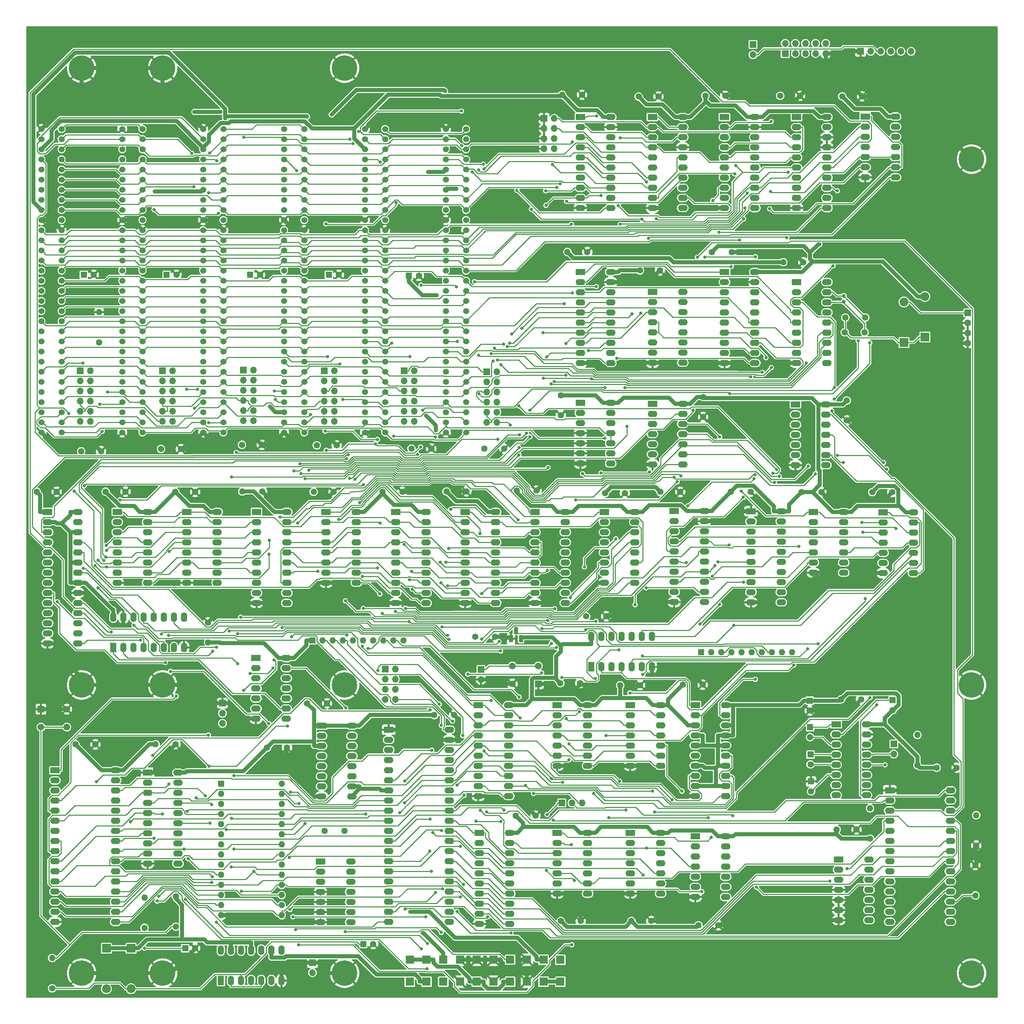
<source format=gtl>
%TF.GenerationSoftware,KiCad,Pcbnew,8.0.6*%
%TF.CreationDate,2025-05-18T09:51:47-05:00*%
%TF.ProjectId,6809PC-6U,36383039-5043-42d3-9655-2e6b69636164,5/17/2025 002*%
%TF.SameCoordinates,Original*%
%TF.FileFunction,Copper,L1,Top*%
%TF.FilePolarity,Positive*%
%FSLAX46Y46*%
G04 Gerber Fmt 4.6, Leading zero omitted, Abs format (unit mm)*
G04 Created by KiCad (PCBNEW 8.0.6) date 2025-05-18 09:51:47*
%MOMM*%
%LPD*%
G01*
G04 APERTURE LIST*
G04 Aperture macros list*
%AMRoundRect*
0 Rectangle with rounded corners*
0 $1 Rounding radius*
0 $2 $3 $4 $5 $6 $7 $8 $9 X,Y pos of 4 corners*
0 Add a 4 corners polygon primitive as box body*
4,1,4,$2,$3,$4,$5,$6,$7,$8,$9,$2,$3,0*
0 Add four circle primitives for the rounded corners*
1,1,$1+$1,$2,$3*
1,1,$1+$1,$4,$5*
1,1,$1+$1,$6,$7*
1,1,$1+$1,$8,$9*
0 Add four rect primitives between the rounded corners*
20,1,$1+$1,$2,$3,$4,$5,0*
20,1,$1+$1,$4,$5,$6,$7,0*
20,1,$1+$1,$6,$7,$8,$9,0*
20,1,$1+$1,$8,$9,$2,$3,0*%
G04 Aperture macros list end*
%TA.AperFunction,ComponentPad*%
%ADD10R,1.700000X1.700000*%
%TD*%
%TA.AperFunction,ComponentPad*%
%ADD11C,1.700000*%
%TD*%
%TA.AperFunction,ComponentPad*%
%ADD12O,1.700000X1.700000*%
%TD*%
%TA.AperFunction,ComponentPad*%
%ADD13R,1.600000X1.600000*%
%TD*%
%TA.AperFunction,ComponentPad*%
%ADD14O,1.600000X1.600000*%
%TD*%
%TA.AperFunction,ComponentPad*%
%ADD15C,1.600000*%
%TD*%
%TA.AperFunction,ComponentPad*%
%ADD16R,2.400000X1.600000*%
%TD*%
%TA.AperFunction,ComponentPad*%
%ADD17O,2.400000X1.600000*%
%TD*%
%TA.AperFunction,ComponentPad*%
%ADD18R,1.600000X2.400000*%
%TD*%
%TA.AperFunction,ComponentPad*%
%ADD19O,1.600000X2.400000*%
%TD*%
%TA.AperFunction,ComponentPad*%
%ADD20R,2.200000X2.200000*%
%TD*%
%TA.AperFunction,ComponentPad*%
%ADD21O,2.200000X2.200000*%
%TD*%
%TA.AperFunction,ComponentPad*%
%ADD22C,1.000000*%
%TD*%
%TA.AperFunction,ComponentPad*%
%ADD23C,3.600000*%
%TD*%
%TA.AperFunction,ConnectorPad*%
%ADD24C,6.400000*%
%TD*%
%TA.AperFunction,ComponentPad*%
%ADD25R,2.125980X2.125980*%
%TD*%
%TA.AperFunction,ComponentPad*%
%ADD26C,1.524000*%
%TD*%
%TA.AperFunction,ComponentPad*%
%ADD27R,1.100000X1.800000*%
%TD*%
%TA.AperFunction,ComponentPad*%
%ADD28RoundRect,0.275000X-0.275000X-0.625000X0.275000X-0.625000X0.275000X0.625000X-0.275000X0.625000X0*%
%TD*%
%TA.AperFunction,ViaPad*%
%ADD29C,0.800000*%
%TD*%
%TA.AperFunction,Conductor*%
%ADD30C,0.250000*%
%TD*%
%TA.AperFunction,Conductor*%
%ADD31C,1.000000*%
%TD*%
G04 APERTURE END LIST*
D10*
%TO.P,SW1,1,1*%
%TO.N,{slash}AEN*%
X72764200Y-227386200D03*
D11*
X79264200Y-227386200D03*
%TO.P,SW1,2,2*%
%TO.N,Net-(P12-Pin_2)*%
X72764200Y-231886200D03*
X79264200Y-231886200D03*
%TD*%
D10*
%TO.P,SW2,1,1*%
%TO.N,{slash}AEN*%
X197668200Y-221042800D03*
D11*
X191168200Y-221042800D03*
%TO.P,SW2,2,2*%
%TO.N,{slash}RESET*%
X197668200Y-216542800D03*
X191168200Y-216542800D03*
%TD*%
D10*
%TO.P,P16,1,Pin_1*%
%TO.N,Net-(D4-A)*%
X305577200Y-127806800D03*
D12*
%TO.P,P16,2,Pin_2*%
%TO.N,{slash}AEN*%
X305577200Y-130346800D03*
%TO.P,P16,3,Pin_3*%
X305577200Y-132886800D03*
%TO.P,P16,4,Pin_4*%
X305577200Y-135426800D03*
%TD*%
D10*
%TO.P,K2,1,Pin_1*%
%TO.N,{slash}MMU-DISABLE*%
X203606400Y-250952000D03*
D12*
%TO.P,K2,2,Pin_2*%
%TO.N,/CPU 6809/{slash}INTA*%
X206146400Y-250952000D03*
%TO.P,K2,3,Pin_3*%
%TO.N,{slash}MMU-CLR-TASK-REG*%
X208686400Y-250952000D03*
%TD*%
D10*
%TO.P,K1,1,Pin_1*%
%TO.N,{slash}AEN*%
X118364000Y-225882200D03*
D12*
%TO.P,K1,2,Pin_2*%
%TO.N,Net-(K1-Pin_2)*%
X118364000Y-228422200D03*
%TO.P,K1,3,Pin_3*%
%TO.N,PULLUP3*%
X118364000Y-230962200D03*
%TD*%
D10*
%TO.P,P12,1,Pin_1*%
%TO.N,{slash}AEN*%
X140988600Y-291033600D03*
D12*
%TO.P,P12,2,Pin_2*%
%TO.N,Net-(P12-Pin_2)*%
X140988600Y-293573600D03*
%TD*%
D10*
%TO.P,JP1,1,Pin_1*%
%TO.N,{slash}RESET*%
X183289800Y-217417400D03*
D12*
%TO.P,JP1,2,Pin_2*%
%TO.N,{slash}AEN*%
X183289800Y-219957400D03*
%TD*%
D10*
%TO.P,JP3,1,A*%
%TO.N,Net-(JP3-A)*%
X286994600Y-236118400D03*
D12*
%TO.P,JP3,2,B*%
%TO.N,/ACIA/CTS*%
X286994600Y-238658400D03*
%TD*%
D13*
%TO.P,RR1,1,common*%
%TO.N,+5V*%
X238556800Y-213055200D03*
D14*
%TO.P,RR1,2,R1*%
%TO.N,B_{slash}INT*%
X241096800Y-213055200D03*
%TO.P,RR1,3,R2*%
%TO.N,PULLUP1*%
X243636800Y-213055200D03*
%TO.P,RR1,4,R3*%
%TO.N,PULLUP2*%
X246176800Y-213055200D03*
%TO.P,RR1,5,R4*%
%TO.N,PULLUP3*%
X248716800Y-213055200D03*
%TO.P,RR1,6,R5*%
%TO.N,PG*%
X251256800Y-213055200D03*
%TO.P,RR1,7,R6*%
%TO.N,unconnected-(RR1-R6-Pad7)*%
X253796800Y-213055200D03*
%TO.P,RR1,8,R7*%
%TO.N,{slash}RESET*%
X256336800Y-213055200D03*
%TO.P,RR1,9,R8*%
%TO.N,B_{slash}NMI*%
X258876800Y-213055200D03*
%TO.P,RR1,10,R9*%
%TO.N,unconnected-(RR1-R9-Pad10)*%
X261416800Y-213055200D03*
%TD*%
D13*
%TO.P,RR2,1,common*%
%TO.N,+5V*%
X140970000Y-210108800D03*
D14*
%TO.P,RR2,2,R1*%
%TO.N,{slash}HALT*%
X143510000Y-210108800D03*
%TO.P,RR2,3,R2*%
%TO.N,MRDY*%
X146050000Y-210108800D03*
%TO.P,RR2,4,R3*%
%TO.N,DMA*%
X148590000Y-210108800D03*
%TO.P,RR2,5,R4*%
%TO.N,{slash}NMI*%
X151130000Y-210108800D03*
%TO.P,RR2,6,R5*%
%TO.N,{slash}IRQ*%
X153670000Y-210108800D03*
%TO.P,RR2,7,R6*%
%TO.N,{slash}FIRQ*%
X156210000Y-210108800D03*
%TO.P,RR2,8,R7*%
%TO.N,{slash}MMU-DISABLE*%
X158750000Y-210108800D03*
%TO.P,RR2,9,R8*%
%TO.N,{slash}MMU-CLR-TASK-REG*%
X161290000Y-210108800D03*
%TO.P,RR2,10,R9*%
%TO.N,CPU_BS*%
X163830000Y-210108800D03*
%TD*%
D15*
%TO.P,R6,1*%
%TO.N,{slash}AEN*%
X307695600Y-261645400D03*
D14*
%TO.P,R6,2*%
%TO.N,/ACIA/DCD*%
X307695600Y-254025400D03*
%TD*%
D15*
%TO.P,R7,1*%
%TO.N,+5V*%
X281017400Y-259915000D03*
D14*
%TO.P,R7,2*%
%TO.N,/ACIA/DTR*%
X281017400Y-252295000D03*
%TD*%
D15*
%TO.P,R4,1*%
%TO.N,+5V*%
X292938200Y-241477800D03*
D14*
%TO.P,R4,2*%
%TO.N,Net-(JP3-A)*%
X292938200Y-233857800D03*
%TD*%
D15*
%TO.P,R1,1*%
%TO.N,5VSB*%
X106654600Y-274396200D03*
D14*
%TO.P,R1,2*%
%TO.N,Net-(P12-Pin_2)*%
X106654600Y-282016200D03*
%TD*%
D15*
%TO.P,R3,1*%
%TO.N,Net-(D2-A)*%
X98780600Y-282321000D03*
D14*
%TO.P,R3,2*%
%TO.N,5VSB*%
X98780600Y-274701000D03*
%TD*%
D15*
%TO.P,R2,1*%
%TO.N,Net-(D1-A)*%
X75582200Y-297507000D03*
D14*
%TO.P,R2,2*%
%TO.N,Net-(P12-Pin_2)*%
X75582200Y-289887000D03*
%TD*%
D10*
%TO.P,P18,1,Pin_1*%
%TO.N,unconnected-(P18-Pin_1-Pad1)*%
X259715000Y-62687200D03*
D12*
%TO.P,P18,2,Pin_2*%
%TO.N,unconnected-(P18-Pin_2-Pad2)*%
X259715000Y-60147200D03*
%TO.P,P18,3,Pin_3*%
%TO.N,/ACIA/RXD*%
X262255000Y-62687200D03*
%TO.P,P18,4,Pin_4*%
%TO.N,/ACIA/RTS*%
X262255000Y-60147200D03*
%TO.P,P18,5,Pin_5*%
%TO.N,/ACIA/TXD*%
X264795000Y-62687200D03*
%TO.P,P18,6,Pin_6*%
%TO.N,/ACIA/CTS*%
X264795000Y-60147200D03*
%TO.P,P18,7,Pin_7*%
%TO.N,unconnected-(P18-Pin_7-Pad7)*%
X267335000Y-62687200D03*
%TO.P,P18,8,Pin_8*%
%TO.N,unconnected-(P18-Pin_8-Pad8)*%
X267335000Y-60147200D03*
%TO.P,P18,9,Pin_9*%
%TO.N,{slash}AEN*%
X269875000Y-62687200D03*
%TO.P,P18,10,Pin_10*%
%TO.N,unconnected-(P18-Pin_10-Pad10)*%
X269875000Y-60147200D03*
%TD*%
D10*
%TO.P,P15,1,Pin_1*%
%TO.N,/CPU 6809/8MHZ*%
X159220800Y-217312400D03*
D12*
%TO.P,P15,2,Pin_2*%
%TO.N,CLK*%
X161760800Y-217312400D03*
%TO.P,P15,3,Pin_3*%
%TO.N,/CPU 6809/4MHZ*%
X159220800Y-219852400D03*
%TO.P,P15,4,Pin_4*%
%TO.N,CLK*%
X161760800Y-219852400D03*
%TO.P,P15,5,Pin_5*%
%TO.N,/CPU 6809/2MHZ*%
X159220800Y-222392400D03*
%TO.P,P15,6,Pin_6*%
%TO.N,CLK*%
X161760800Y-222392400D03*
%TO.P,P15,7,Pin_7*%
%TO.N,/CPU 6809/1MHZ*%
X159220800Y-224932400D03*
%TO.P,P15,8,Pin_8*%
%TO.N,CLK*%
X161760800Y-224932400D03*
%TD*%
D10*
%TO.P,P1,1,Pin_1*%
%TO.N,{slash}AEN*%
X199161400Y-78994000D03*
D12*
%TO.P,P1,2,Pin_2*%
%TO.N,XM19*%
X201701400Y-78994000D03*
%TO.P,P1,3,Pin_3*%
%TO.N,{slash}AEN*%
X199161400Y-81534000D03*
%TO.P,P1,4,Pin_4*%
%TO.N,XM18*%
X201701400Y-81534000D03*
%TO.P,P1,5,Pin_5*%
%TO.N,{slash}AEN*%
X199161400Y-84074000D03*
%TO.P,P1,6,Pin_6*%
%TO.N,XM17*%
X201701400Y-84074000D03*
%TO.P,P1,7,Pin_7*%
%TO.N,{slash}AEN*%
X199161400Y-86614000D03*
%TO.P,P1,8,Pin_8*%
%TO.N,XM16*%
X201701400Y-86614000D03*
%TD*%
D16*
%TO.P,U33,1,VSS*%
%TO.N,{slash}AEN*%
X160114800Y-232542400D03*
D17*
%TO.P,U33,2,~{NMI}*%
%TO.N,{slash}NMI*%
X160114800Y-235082400D03*
%TO.P,U33,3,~{IRQ}*%
%TO.N,{slash}IRQ*%
X160114800Y-237622400D03*
%TO.P,U33,4,~{FIRQ}*%
%TO.N,{slash}FIRQ*%
X160114800Y-240162400D03*
%TO.P,U33,5,BS*%
%TO.N,CPU_BS*%
X160114800Y-242702400D03*
%TO.P,U33,6,BA*%
%TO.N,CPU_BA*%
X160114800Y-245242400D03*
%TO.P,U33,7,VCC*%
%TO.N,+5V*%
X160114800Y-247782400D03*
%TO.P,U33,8,A0*%
%TO.N,LA0*%
X160114800Y-250322400D03*
%TO.P,U33,9,A1*%
%TO.N,LA1*%
X160114800Y-252862400D03*
%TO.P,U33,10,A2*%
%TO.N,LA2*%
X160114800Y-255402400D03*
%TO.P,U33,11,A3*%
%TO.N,LA3*%
X160114800Y-257942400D03*
%TO.P,U33,12,A4*%
%TO.N,LA4*%
X160114800Y-260482400D03*
%TO.P,U33,13,A5*%
%TO.N,LA5*%
X160114800Y-263022400D03*
%TO.P,U33,14,A6*%
%TO.N,LA6*%
X160114800Y-265562400D03*
%TO.P,U33,15,A7*%
%TO.N,LA7*%
X160114800Y-268102400D03*
%TO.P,U33,16,A8*%
%TO.N,LA8*%
X160114800Y-270642400D03*
%TO.P,U33,17,A9*%
%TO.N,LA9*%
X160114800Y-273182400D03*
%TO.P,U33,18,A10*%
%TO.N,LA10*%
X160114800Y-275722400D03*
%TO.P,U33,19,A11*%
%TO.N,LA11*%
X160114800Y-278262400D03*
%TO.P,U33,20,A12*%
%TO.N,LA12*%
X160114800Y-280802400D03*
%TO.P,U33,21,A13*%
%TO.N,LA13*%
X175354800Y-280802400D03*
%TO.P,U33,22,A14*%
%TO.N,LA14*%
X175354800Y-278262400D03*
%TO.P,U33,23,A15*%
%TO.N,LA15*%
X175354800Y-275722400D03*
%TO.P,U33,24,D7*%
%TO.N,CPU_D7*%
X175354800Y-273182400D03*
%TO.P,U33,25,D6*%
%TO.N,CPU_D6*%
X175354800Y-270642400D03*
%TO.P,U33,26,D5*%
%TO.N,CPU_D5*%
X175354800Y-268102400D03*
%TO.P,U33,27,D4*%
%TO.N,CPU_D4*%
X175354800Y-265562400D03*
%TO.P,U33,28,D3*%
%TO.N,CPU_D3*%
X175354800Y-263022400D03*
%TO.P,U33,29,D2*%
%TO.N,CPU_D2*%
X175354800Y-260482400D03*
%TO.P,U33,30,D1*%
%TO.N,CPU_D1*%
X175354800Y-257942400D03*
%TO.P,U33,31,D0*%
%TO.N,CPU_D0*%
X175354800Y-255402400D03*
%TO.P,U33,32,R/~{W}*%
%TO.N,CPU_R{slash}W*%
X175354800Y-252862400D03*
%TO.P,U33,33,~{DMA/BREQ}*%
%TO.N,DMA*%
X175354800Y-250322400D03*
%TO.P,U33,34,E*%
%TO.N,CPU_E*%
X175354800Y-247782400D03*
%TO.P,U33,35,Q*%
%TO.N,CPU_Q*%
X175354800Y-245242400D03*
%TO.P,U33,36,MRDY*%
%TO.N,MRDY*%
X175354800Y-242702400D03*
%TO.P,U33,37,~{RESET}*%
%TO.N,{slash}RESET*%
X175354800Y-240162400D03*
%TO.P,U33,38,EXTAL*%
%TO.N,CLK*%
X175354800Y-237622400D03*
%TO.P,U33,39,XTAL*%
%TO.N,{slash}AEN*%
X175354800Y-235082400D03*
%TO.P,U33,40,~{HALT}*%
%TO.N,{slash}HALT*%
X175354800Y-232542400D03*
%TD*%
D13*
%TO.P,U9,1,VPP*%
%TO.N,unconnected-(U9-VPP-Pad1)*%
X118003400Y-246136000D03*
D14*
%TO.P,U9,2,A12*%
%TO.N,Net-(K1-Pin_2)*%
X118003400Y-248676000D03*
%TO.P,U9,3,A7*%
%TO.N,mA7*%
X118003400Y-251216000D03*
%TO.P,U9,4,A6*%
%TO.N,mA6*%
X118003400Y-253756000D03*
%TO.P,U9,5,A5*%
%TO.N,mA5*%
X118003400Y-256296000D03*
%TO.P,U9,6,A4*%
%TO.N,mA4*%
X118003400Y-258836000D03*
%TO.P,U9,7,A3*%
%TO.N,mA3*%
X118003400Y-261376000D03*
%TO.P,U9,8,A2*%
%TO.N,mA2*%
X118003400Y-263916000D03*
%TO.P,U9,9,A1*%
%TO.N,mA1*%
X118003400Y-266456000D03*
%TO.P,U9,10,A0*%
%TO.N,mA0*%
X118003400Y-268996000D03*
%TO.P,U9,11,D0*%
%TO.N,mD0*%
X118003400Y-271536000D03*
%TO.P,U9,12,D1*%
%TO.N,mD1*%
X118003400Y-274076000D03*
%TO.P,U9,13,D2*%
%TO.N,mD2*%
X118003400Y-276616000D03*
%TO.P,U9,14,GND*%
%TO.N,{slash}AEN*%
X118003400Y-279156000D03*
%TO.P,U9,15,D3*%
%TO.N,mD3*%
X133243400Y-279156000D03*
%TO.P,U9,16,D4*%
%TO.N,mD4*%
X133243400Y-276616000D03*
%TO.P,U9,17,D5*%
%TO.N,mD5*%
X133243400Y-274076000D03*
%TO.P,U9,18,D6*%
%TO.N,mD6*%
X133243400Y-271536000D03*
%TO.P,U9,19,D7*%
%TO.N,mD7*%
X133243400Y-268996000D03*
%TO.P,U9,20,~{CE}*%
%TO.N,Net-(U9-~{CE})*%
X133243400Y-266456000D03*
%TO.P,U9,21,A10*%
%TO.N,mA10*%
X133243400Y-263916000D03*
%TO.P,U9,22,~{OE}*%
%TO.N,{slash}RD*%
X133243400Y-261376000D03*
%TO.P,U9,23,A11*%
%TO.N,mA11*%
X133243400Y-258836000D03*
%TO.P,U9,24,A9*%
%TO.N,mA9*%
X133243400Y-256296000D03*
%TO.P,U9,25,A8*%
%TO.N,mA8*%
X133243400Y-253756000D03*
%TO.P,U9,26,NC*%
%TO.N,unconnected-(U9-NC-Pad26)*%
X133243400Y-251216000D03*
%TO.P,U9,27,~{PGM}*%
%TO.N,PULLUP2*%
X133243400Y-248676000D03*
%TO.P,U9,28,VCC*%
%TO.N,+5V*%
X133243400Y-246136000D03*
%TD*%
D16*
%TO.P,U8,1,A18*%
%TO.N,mA18*%
X76289800Y-242732400D03*
D17*
%TO.P,U8,2,A16*%
%TO.N,mA16*%
X76289800Y-245272400D03*
%TO.P,U8,3,A14*%
%TO.N,mA14*%
X76289800Y-247812400D03*
%TO.P,U8,4,A12*%
%TO.N,mA12*%
X76289800Y-250352400D03*
%TO.P,U8,5,A7*%
%TO.N,mA7*%
X76289800Y-252892400D03*
%TO.P,U8,6,A6*%
%TO.N,mA6*%
X76289800Y-255432400D03*
%TO.P,U8,7,A5*%
%TO.N,mA5*%
X76289800Y-257972400D03*
%TO.P,U8,8,A4*%
%TO.N,mA4*%
X76289800Y-260512400D03*
%TO.P,U8,9,A3*%
%TO.N,mA3*%
X76289800Y-263052400D03*
%TO.P,U8,10,A2*%
%TO.N,mA2*%
X76289800Y-265592400D03*
%TO.P,U8,11,A1*%
%TO.N,mA1*%
X76289800Y-268132400D03*
%TO.P,U8,12,A0*%
%TO.N,mA0*%
X76289800Y-270672400D03*
%TO.P,U8,13,DQ0*%
%TO.N,mD0*%
X76289800Y-273212400D03*
%TO.P,U8,14,DQ1*%
%TO.N,mD1*%
X76289800Y-275752400D03*
%TO.P,U8,15,DQ2*%
%TO.N,mD2*%
X76289800Y-278292400D03*
%TO.P,U8,16,VSS*%
%TO.N,{slash}AEN*%
X76289800Y-280832400D03*
%TO.P,U8,17,DQ3*%
%TO.N,mD3*%
X91529800Y-280832400D03*
%TO.P,U8,18,DQ4*%
%TO.N,mD4*%
X91529800Y-278292400D03*
%TO.P,U8,19,DQ5*%
%TO.N,mD5*%
X91529800Y-275752400D03*
%TO.P,U8,20,DQ6*%
%TO.N,mD6*%
X91529800Y-273212400D03*
%TO.P,U8,21,DQ7*%
%TO.N,mD7*%
X91529800Y-270672400D03*
%TO.P,U8,22,CE#*%
%TO.N,Net-(U8-CE#)*%
X91529800Y-268132400D03*
%TO.P,U8,23,A10*%
%TO.N,mA10*%
X91529800Y-265592400D03*
%TO.P,U8,24,OE#*%
%TO.N,{slash}RD*%
X91529800Y-263052400D03*
%TO.P,U8,25,A11*%
%TO.N,mA11*%
X91529800Y-260512400D03*
%TO.P,U8,26,A9*%
%TO.N,mA9*%
X91529800Y-257972400D03*
%TO.P,U8,27,A8*%
%TO.N,mA8*%
X91529800Y-255432400D03*
%TO.P,U8,28,A13*%
%TO.N,mA13*%
X91529800Y-252892400D03*
%TO.P,U8,29,WE#*%
%TO.N,{slash}WR*%
X91529800Y-250352400D03*
%TO.P,U8,30,A17*%
%TO.N,mA17*%
X91529800Y-247812400D03*
%TO.P,U8,31,A15*%
%TO.N,mA15*%
X91529800Y-245272400D03*
%TO.P,U8,32,VCC*%
%TO.N,+5V*%
X91529800Y-242732400D03*
%TD*%
D16*
%TO.P,U48,1,VSS*%
%TO.N,{slash}AEN*%
X285971800Y-247782400D03*
D17*
%TO.P,U48,2,CS1*%
%TO.N,mA2*%
X285971800Y-250322400D03*
%TO.P,U48,3,~{CS2}*%
%TO.N,{slash}IOSEL-0EF80*%
X285971800Y-252862400D03*
%TO.P,U48,4,~{RES}*%
%TO.N,{slash}RESET*%
X285971800Y-255402400D03*
%TO.P,U48,5,RxC*%
%TO.N,unconnected-(U48-RxC-Pad5)*%
X285971800Y-257942400D03*
%TO.P,U48,6,XTAL1*%
%TO.N,/ACIA/ACIA_CLK*%
X285971800Y-260482400D03*
%TO.P,U48,7,XTAL2*%
%TO.N,unconnected-(U48-XTAL2-Pad7)*%
X285971800Y-263022400D03*
%TO.P,U48,8,~{RTS}*%
%TO.N,/ACIA/RTS_TTL*%
X285971800Y-265562400D03*
%TO.P,U48,9,~{CTS}*%
%TO.N,/ACIA/CTS_TTL*%
X285971800Y-268102400D03*
%TO.P,U48,10,TxD*%
%TO.N,/ACIA/TXD_TTL*%
X285971800Y-270642400D03*
%TO.P,U48,11,~{DTR}*%
%TO.N,/ACIA/DTR*%
X285971800Y-273182400D03*
%TO.P,U48,12,RxD*%
%TO.N,/ACIA/RXD_TTL*%
X285971800Y-275722400D03*
%TO.P,U48,13,RS0*%
%TO.N,mA0*%
X285971800Y-278262400D03*
%TO.P,U48,14,RS1*%
%TO.N,mA1*%
X285971800Y-280802400D03*
%TO.P,U48,15,VCC*%
%TO.N,+5V*%
X301211800Y-280802400D03*
%TO.P,U48,16,~{DCD}*%
%TO.N,/ACIA/DCD*%
X301211800Y-278262400D03*
%TO.P,U48,17,~{DSR}*%
%TO.N,/ACIA/DSR*%
X301211800Y-275722400D03*
%TO.P,U48,18,D0*%
%TO.N,mD0*%
X301211800Y-273182400D03*
%TO.P,U48,19,D1*%
%TO.N,mD1*%
X301211800Y-270642400D03*
%TO.P,U48,20,D2*%
%TO.N,mD2*%
X301211800Y-268102400D03*
%TO.P,U48,21,D3*%
%TO.N,mD3*%
X301211800Y-265562400D03*
%TO.P,U48,22,D4*%
%TO.N,mD4*%
X301211800Y-263022400D03*
%TO.P,U48,23,D5*%
%TO.N,mD5*%
X301211800Y-260482400D03*
%TO.P,U48,24,D6*%
%TO.N,mD6*%
X301211800Y-257942400D03*
%TO.P,U48,25,D7*%
%TO.N,mD7*%
X301211800Y-255402400D03*
%TO.P,U48,26,~{IRQ}*%
%TO.N,{slash}IRQ*%
X301211800Y-252862400D03*
%TO.P,U48,27,\u03D52*%
%TO.N,E*%
X301211800Y-250322400D03*
%TO.P,U48,28,R/~{W}*%
%TO.N,R{slash}W*%
X301211800Y-247782400D03*
%TD*%
D16*
%TO.P,U40,1,A14*%
%TO.N,+5V*%
X74447400Y-177850800D03*
D17*
%TO.P,U40,2,A12*%
X74447400Y-180390800D03*
%TO.P,U40,3,A7*%
%TO.N,Net-(U38-O3)*%
X74447400Y-182930800D03*
%TO.P,U40,4,A6*%
%TO.N,Net-(U38-O2)*%
X74447400Y-185470800D03*
%TO.P,U40,5,A5*%
%TO.N,Net-(U38-O1)*%
X74447400Y-188010800D03*
%TO.P,U40,6,A4*%
%TO.N,Net-(U38-O0)*%
X74447400Y-190550800D03*
%TO.P,U40,7,A3*%
%TO.N,Net-(U37-Zd)*%
X74447400Y-193090800D03*
%TO.P,U40,8,A2*%
%TO.N,Net-(U37-Zc)*%
X74447400Y-195630800D03*
%TO.P,U40,9,A1*%
%TO.N,Net-(U37-Zb)*%
X74447400Y-198170800D03*
%TO.P,U40,10,A0*%
%TO.N,Net-(U37-Za)*%
X74447400Y-200710800D03*
%TO.P,U40,11,Q0*%
%TO.N,Net-(U40-Q0)*%
X74447400Y-203250800D03*
%TO.P,U40,12,Q1*%
%TO.N,Net-(U40-Q1)*%
X74447400Y-205790800D03*
%TO.P,U40,13,Q2*%
%TO.N,Net-(U40-Q2)*%
X74447400Y-208330800D03*
%TO.P,U40,14,GND*%
%TO.N,{slash}AEN*%
X74447400Y-210870800D03*
%TO.P,U40,15,Q3*%
%TO.N,Net-(U40-Q3)*%
X82067400Y-210870800D03*
%TO.P,U40,16,Q4*%
%TO.N,Net-(U40-Q4)*%
X82067400Y-208330800D03*
%TO.P,U40,17,Q5*%
%TO.N,Net-(U40-Q5)*%
X82067400Y-205790800D03*
%TO.P,U40,18,Q6*%
%TO.N,Net-(U40-Q6)*%
X82067400Y-203250800D03*
%TO.P,U40,19,Q7*%
%TO.N,Net-(U40-Q7)*%
X82067400Y-200710800D03*
%TO.P,U40,20,~{CS}*%
%TO.N,{slash}AEN*%
X82067400Y-198170800D03*
%TO.P,U40,21,A10*%
%TO.N,+5V*%
X82067400Y-195630800D03*
%TO.P,U40,22,~{OE}*%
%TO.N,/MMU four/{slash}OE*%
X82067400Y-193090800D03*
%TO.P,U40,23,A11*%
%TO.N,+5V*%
X82067400Y-190550800D03*
%TO.P,U40,24,A9*%
%TO.N,Net-(U38-O5)*%
X82067400Y-188010800D03*
%TO.P,U40,25,A8*%
%TO.N,Net-(U38-O4)*%
X82067400Y-185470800D03*
%TO.P,U40,26,A13*%
%TO.N,+5V*%
X82067400Y-182930800D03*
%TO.P,U40,27,~{WE}*%
%TO.N,/MMU four/{slash}MMU-MAP-WR*%
X82067400Y-180390800D03*
%TO.P,U40,28,VCC*%
%TO.N,+5V*%
X82067400Y-177850800D03*
%TD*%
D16*
%TO.P,U38,1,OE*%
%TO.N,{slash}IOSEL-0EFD0*%
X196840500Y-177850800D03*
D17*
%TO.P,U38,2,O0*%
%TO.N,Net-(U38-O0)*%
X196840500Y-180390800D03*
%TO.P,U38,3,D0*%
%TO.N,mD0*%
X196840500Y-182930800D03*
%TO.P,U38,4,D1*%
%TO.N,mD1*%
X196840500Y-185470800D03*
%TO.P,U38,5,O1*%
%TO.N,Net-(U38-O1)*%
X196840500Y-188010800D03*
%TO.P,U38,6,O2*%
%TO.N,Net-(U38-O2)*%
X196840500Y-190550800D03*
%TO.P,U38,7,D2*%
%TO.N,mD2*%
X196840500Y-193090800D03*
%TO.P,U38,8,D3*%
%TO.N,mD3*%
X196840500Y-195630800D03*
%TO.P,U38,9,O3*%
%TO.N,Net-(U38-O3)*%
X196840500Y-198170800D03*
%TO.P,U38,10,GND*%
%TO.N,{slash}AEN*%
X196840500Y-200710800D03*
%TO.P,U38,11,Cp*%
%TO.N,/MMU four/{slash}MMU-TASK-SETUP-WR*%
X204460500Y-200710800D03*
%TO.P,U38,12,O4*%
%TO.N,Net-(U38-O4)*%
X204460500Y-198170800D03*
%TO.P,U38,13,D4*%
%TO.N,mD4*%
X204460500Y-195630800D03*
%TO.P,U38,14,D5*%
%TO.N,mD5*%
X204460500Y-193090800D03*
%TO.P,U38,15,O5*%
%TO.N,Net-(U38-O5)*%
X204460500Y-190550800D03*
%TO.P,U38,16,O6*%
%TO.N,unconnected-(U38-O6-Pad16)*%
X204460500Y-188010800D03*
%TO.P,U38,17,D6*%
%TO.N,unconnected-(U38-D6-Pad17)*%
X204460500Y-185470800D03*
%TO.P,U38,18,D7*%
%TO.N,unconnected-(U38-D7-Pad18)*%
X204460500Y-182930800D03*
%TO.P,U38,19,O7*%
%TO.N,unconnected-(U38-O7-Pad19)*%
X204460500Y-180390800D03*
%TO.P,U38,20,VCC*%
%TO.N,+5V*%
X204460500Y-177850800D03*
%TD*%
D16*
%TO.P,U46,1,OEa*%
%TO.N,BUSAK*%
X182651400Y-226364800D03*
D17*
%TO.P,U46,2,I0a*%
%TO.N,LA4*%
X182651400Y-228904800D03*
%TO.P,U46,3,O3b*%
%TO.N,mA11*%
X182651400Y-231444800D03*
%TO.P,U46,4,I1a*%
%TO.N,LA5*%
X182651400Y-233984800D03*
%TO.P,U46,5,O2b*%
%TO.N,mA10*%
X182651400Y-236524800D03*
%TO.P,U46,6,I2a*%
%TO.N,LA6*%
X182651400Y-239064800D03*
%TO.P,U46,7,O1b*%
%TO.N,mA9*%
X182651400Y-241604800D03*
%TO.P,U46,8,I3a*%
%TO.N,LA7*%
X182651400Y-244144800D03*
%TO.P,U46,9,O0b*%
%TO.N,mA8*%
X182651400Y-246684800D03*
%TO.P,U46,10,GND*%
%TO.N,{slash}AEN*%
X182651400Y-249224800D03*
%TO.P,U46,11,I0b*%
%TO.N,LA8*%
X190271400Y-249224800D03*
%TO.P,U46,12,O3a*%
%TO.N,mA7*%
X190271400Y-246684800D03*
%TO.P,U46,13,I1b*%
%TO.N,LA9*%
X190271400Y-244144800D03*
%TO.P,U46,14,O2a*%
%TO.N,mA6*%
X190271400Y-241604800D03*
%TO.P,U46,15,I2b*%
%TO.N,LA10*%
X190271400Y-239064800D03*
%TO.P,U46,16,O1a*%
%TO.N,mA5*%
X190271400Y-236524800D03*
%TO.P,U46,17,I3b*%
%TO.N,LA11*%
X190271400Y-233984800D03*
%TO.P,U46,18,O0a*%
%TO.N,mA4*%
X190271400Y-231444800D03*
%TO.P,U46,19,OEb*%
%TO.N,BUSAK*%
X190271400Y-228904800D03*
%TO.P,U46,20,VCC*%
%TO.N,+5V*%
X190271400Y-226364800D03*
%TD*%
D16*
%TO.P,U31,1,OEa*%
%TO.N,{slash}AEN*%
X251129800Y-177673000D03*
D17*
%TO.P,U31,2,I0a*%
%TO.N,CLK*%
X251129800Y-180213000D03*
%TO.P,U31,3,O3b*%
%TO.N,unconnected-(U31-O3b-Pad3)*%
X251129800Y-182753000D03*
%TO.P,U31,4,I1a*%
%TO.N,B_{slash}NMI*%
X251129800Y-185293000D03*
%TO.P,U31,5,O2b*%
%TO.N,unconnected-(U31-O2b-Pad5)*%
X251129800Y-187833000D03*
%TO.P,U31,6,I2a*%
%TO.N,B_{slash}INT*%
X251129800Y-190373000D03*
%TO.P,U31,7,O1b*%
%TO.N,unconnected-(U31-O1b-Pad7)*%
X251129800Y-192913000D03*
%TO.P,U31,8,I3a*%
%TO.N,unconnected-(U31-I3a-Pad8)*%
X251129800Y-195453000D03*
%TO.P,U31,9,O0b*%
%TO.N,unconnected-(U31-O0b-Pad9)*%
X251129800Y-197993000D03*
%TO.P,U31,10,GND*%
%TO.N,{slash}AEN*%
X251129800Y-200533000D03*
%TO.P,U31,11,I0b*%
%TO.N,unconnected-(U31-I0b-Pad11)*%
X258749800Y-200533000D03*
%TO.P,U31,12,O3a*%
%TO.N,unconnected-(U31-O3a-Pad12)*%
X258749800Y-197993000D03*
%TO.P,U31,13,I1b*%
%TO.N,unconnected-(U31-I1b-Pad13)*%
X258749800Y-195453000D03*
%TO.P,U31,14,O2a*%
%TO.N,Net-(U31-O2a)*%
X258749800Y-192913000D03*
%TO.P,U31,15,I2b*%
%TO.N,unconnected-(U31-I2b-Pad15)*%
X258749800Y-190373000D03*
%TO.P,U31,16,O1a*%
%TO.N,Net-(U31-O1a)*%
X258749800Y-187833000D03*
%TO.P,U31,17,I3b*%
%TO.N,unconnected-(U31-I3b-Pad17)*%
X258749800Y-185293000D03*
%TO.P,U31,18,O0a*%
%TO.N,B_{slash}CLK*%
X258749800Y-182753000D03*
%TO.P,U31,19,OEb*%
%TO.N,unconnected-(U31-OEb-Pad19)*%
X258749800Y-180213000D03*
%TO.P,U31,20,VCC*%
%TO.N,+5V*%
X258749800Y-177673000D03*
%TD*%
D16*
%TO.P,U39,1,OEa*%
%TO.N,Net-(U39-OEa)*%
X161871000Y-177850800D03*
D17*
%TO.P,U39,2,I0a*%
%TO.N,Net-(U35-Q0)*%
X161871000Y-180390800D03*
%TO.P,U39,3,O3b*%
%TO.N,unconnected-(U39-O3b-Pad3)*%
X161871000Y-182930800D03*
%TO.P,U39,4,I1a*%
%TO.N,Net-(U35-Q1)*%
X161871000Y-185470800D03*
%TO.P,U39,5,O2b*%
%TO.N,unconnected-(U39-O2b-Pad5)*%
X161871000Y-188010800D03*
%TO.P,U39,6,I2a*%
%TO.N,Net-(U35-Q2)*%
X161871000Y-190550800D03*
%TO.P,U39,7,O1b*%
%TO.N,Net-(U38-O5)*%
X161871000Y-193090800D03*
%TO.P,U39,8,I3a*%
%TO.N,Net-(U35-Q3)*%
X161871000Y-195630800D03*
%TO.P,U39,9,O0b*%
%TO.N,Net-(U38-O4)*%
X161871000Y-198170800D03*
%TO.P,U39,10,GND*%
%TO.N,{slash}AEN*%
X161871000Y-200710800D03*
%TO.P,U39,11,I0b*%
%TO.N,Net-(U35-Q4)*%
X169491000Y-200710800D03*
%TO.P,U39,12,O3a*%
%TO.N,Net-(U38-O3)*%
X169491000Y-198170800D03*
%TO.P,U39,13,I1b*%
%TO.N,Net-(U35-Q5)*%
X169491000Y-195630800D03*
%TO.P,U39,14,O2a*%
%TO.N,Net-(U38-O2)*%
X169491000Y-193090800D03*
%TO.P,U39,15,I2b*%
%TO.N,unconnected-(U39-I2b-Pad15)*%
X169491000Y-190550800D03*
%TO.P,U39,16,O1a*%
%TO.N,Net-(U38-O1)*%
X169491000Y-188010800D03*
%TO.P,U39,17,I3b*%
%TO.N,unconnected-(U39-I3b-Pad17)*%
X169491000Y-185470800D03*
%TO.P,U39,18,O0a*%
%TO.N,Net-(U38-O0)*%
X169491000Y-182930800D03*
%TO.P,U39,19,OEb*%
%TO.N,Net-(U39-OEa)*%
X169491000Y-180390800D03*
%TO.P,U39,20,VCC*%
%TO.N,+5V*%
X169491000Y-177850800D03*
%TD*%
D16*
%TO.P,U28,1,A->B*%
%TO.N,{slash}BUSAK*%
X244471300Y-78657800D03*
D17*
%TO.P,U28,2,A0*%
%TO.N,mA16*%
X244471300Y-81197800D03*
%TO.P,U28,3,A1*%
%TO.N,mA17*%
X244471300Y-83737800D03*
%TO.P,U28,4,A2*%
%TO.N,mA18*%
X244471300Y-86277800D03*
%TO.P,U28,5,A3*%
%TO.N,mA19*%
X244471300Y-88817800D03*
%TO.P,U28,6,A4*%
%TO.N,{slash}RD*%
X244471300Y-91357800D03*
%TO.P,U28,7,A5*%
%TO.N,{slash}WR*%
X244471300Y-93897800D03*
%TO.P,U28,8,A6*%
%TO.N,{slash}VMA*%
X244471300Y-96437800D03*
%TO.P,U28,9,A7*%
%TO.N,UUU*%
X244471300Y-98977800D03*
%TO.P,U28,10,GND*%
%TO.N,{slash}AEN*%
X244471300Y-101517800D03*
%TO.P,U28,11,B7*%
%TO.N,B_UUU*%
X252091300Y-101517800D03*
%TO.P,U28,12,B6*%
%TO.N,B_{slash}MREQ*%
X252091300Y-98977800D03*
%TO.P,U28,13,B5*%
%TO.N,B_{slash}WR*%
X252091300Y-96437800D03*
%TO.P,U28,14,B4*%
%TO.N,B_{slash}RD*%
X252091300Y-93897800D03*
%TO.P,U28,15,B3*%
%TO.N,B_A19*%
X252091300Y-91357800D03*
%TO.P,U28,16,B2*%
%TO.N,B_A18*%
X252091300Y-88817800D03*
%TO.P,U28,17,B1*%
%TO.N,B_A17*%
X252091300Y-86277800D03*
%TO.P,U28,18,B0*%
%TO.N,B_A16*%
X252091300Y-83737800D03*
%TO.P,U28,19,CE*%
%TO.N,{slash}AEN*%
X252091300Y-81197800D03*
%TO.P,U28,20,VCC*%
%TO.N,+5V*%
X252091300Y-78657800D03*
%TD*%
D16*
%TO.P,U3,1,~{P>Q}*%
%TO.N,unconnected-(U3-~{P>Q}-Pad1)*%
X262575000Y-78657800D03*
D17*
%TO.P,U3,2,P0*%
%TO.N,mA19*%
X262575000Y-81197800D03*
%TO.P,U3,3,Q0*%
%TO.N,XM19*%
X262575000Y-83737800D03*
%TO.P,U3,4,P1*%
%TO.N,mA18*%
X262575000Y-86277800D03*
%TO.P,U3,5,Q1*%
%TO.N,XM18*%
X262575000Y-88817800D03*
%TO.P,U3,6,P2*%
%TO.N,mA17*%
X262575000Y-91357800D03*
%TO.P,U3,7,Q2*%
%TO.N,XM17*%
X262575000Y-93897800D03*
%TO.P,U3,8,P3*%
%TO.N,mA16*%
X262575000Y-96437800D03*
%TO.P,U3,9,Q3*%
%TO.N,XM16*%
X262575000Y-98977800D03*
%TO.P,U3,10,GND*%
%TO.N,{slash}AEN*%
X262575000Y-101517800D03*
%TO.P,U3,11,P4*%
%TO.N,mA15*%
X270195000Y-101517800D03*
%TO.P,U3,12,Q4*%
%TO.N,+5V*%
X270195000Y-98977800D03*
%TO.P,U3,13,P5*%
%TO.N,mA14*%
X270195000Y-96437800D03*
%TO.P,U3,14,Q5*%
%TO.N,+5V*%
X270195000Y-93897800D03*
%TO.P,U3,15,P6*%
%TO.N,mA13*%
X270195000Y-91357800D03*
%TO.P,U3,16,Q6*%
%TO.N,+5V*%
X270195000Y-88817800D03*
%TO.P,U3,17,P7*%
%TO.N,{slash}AEN*%
X270195000Y-86277800D03*
%TO.P,U3,18,Q7*%
X270195000Y-83737800D03*
%TO.P,U3,19,~{P=Q}*%
%TO.N,/Memory Map/{slash}SHADOW*%
X270195000Y-81197800D03*
%TO.P,U3,20,VCC*%
%TO.N,+5V*%
X270195000Y-78657800D03*
%TD*%
D16*
%TO.P,U36,1,OEa*%
%TO.N,/MMU four/{slash}MMU-TASK-RD*%
X179355800Y-177850800D03*
D17*
%TO.P,U36,2,I0a*%
%TO.N,/MMU four/MMU-ENABLE*%
X179355800Y-180390800D03*
%TO.P,U36,3,O3b*%
%TO.N,mD0*%
X179355800Y-182930800D03*
%TO.P,U36,4,I1a*%
%TO.N,/MMU four/{slash}MMU-TASK-RD*%
X179355800Y-185470800D03*
%TO.P,U36,5,O2b*%
%TO.N,mD1*%
X179355800Y-188010800D03*
%TO.P,U36,6,I2a*%
%TO.N,Net-(U35-Q5)*%
X179355800Y-190550800D03*
%TO.P,U36,7,O1b*%
%TO.N,mD2*%
X179355800Y-193090800D03*
%TO.P,U36,8,I3a*%
%TO.N,Net-(U35-Q4)*%
X179355800Y-195630800D03*
%TO.P,U36,9,O0b*%
%TO.N,mD3*%
X179355800Y-198170800D03*
%TO.P,U36,10,GND*%
%TO.N,{slash}AEN*%
X179355800Y-200710800D03*
%TO.P,U36,11,I0b*%
%TO.N,Net-(U35-Q3)*%
X186975800Y-200710800D03*
%TO.P,U36,12,O3a*%
%TO.N,mD4*%
X186975800Y-198170800D03*
%TO.P,U36,13,I1b*%
%TO.N,Net-(U35-Q2)*%
X186975800Y-195630800D03*
%TO.P,U36,14,O2a*%
%TO.N,mD5*%
X186975800Y-193090800D03*
%TO.P,U36,15,I2b*%
%TO.N,Net-(U35-Q1)*%
X186975800Y-190550800D03*
%TO.P,U36,16,O1a*%
%TO.N,mD6*%
X186975800Y-188010800D03*
%TO.P,U36,17,I3b*%
%TO.N,Net-(U35-Q0)*%
X186975800Y-185470800D03*
%TO.P,U36,18,O0a*%
%TO.N,mD7*%
X186975800Y-182930800D03*
%TO.P,U36,19,OEb*%
%TO.N,/MMU four/{slash}MMU-TASK-RD*%
X186975800Y-180390800D03*
%TO.P,U36,20,VCC*%
%TO.N,+5V*%
X186975800Y-177850800D03*
%TD*%
D16*
%TO.P,U34,1,OEa*%
%TO.N,BUSAK*%
X231825800Y-177647600D03*
D17*
%TO.P,U34,2,I0a*%
%TO.N,Net-(U34-I0a)*%
X231825800Y-180187600D03*
%TO.P,U34,3,O3b*%
%TO.N,E*%
X231825800Y-182727600D03*
%TO.P,U34,4,I1a*%
%TO.N,CPU_{slash}RD*%
X231825800Y-185267600D03*
%TO.P,U34,5,O2b*%
%TO.N,B_{slash}IORQ*%
X231825800Y-187807600D03*
%TO.P,U34,6,I2a*%
%TO.N,CPU_{slash}WR*%
X231825800Y-190347600D03*
%TO.P,U34,7,O1b*%
%TO.N,unconnected-(U34-O1b-Pad7)*%
X231825800Y-192887600D03*
%TO.P,U34,8,I3a*%
%TO.N,CPU_R{slash}W*%
X231825800Y-195427600D03*
%TO.P,U34,9,O0b*%
%TO.N,unconnected-(U34-O0b-Pad9)*%
X231825800Y-197967600D03*
%TO.P,U34,10,GND*%
%TO.N,{slash}AEN*%
X231825800Y-200507600D03*
%TO.P,U34,11,I0b*%
%TO.N,unconnected-(U34-I0b-Pad11)*%
X239445800Y-200507600D03*
%TO.P,U34,12,O3a*%
%TO.N,R{slash}W*%
X239445800Y-197967600D03*
%TO.P,U34,13,I1b*%
%TO.N,unconnected-(U34-I1b-Pad13)*%
X239445800Y-195427600D03*
%TO.P,U34,14,O2a*%
%TO.N,{slash}WR*%
X239445800Y-192887600D03*
%TO.P,U34,15,I2b*%
%TO.N,{slash}IORQ*%
X239445800Y-190347600D03*
%TO.P,U34,16,O1a*%
%TO.N,{slash}RD*%
X239445800Y-187807600D03*
%TO.P,U34,17,I3b*%
%TO.N,CPU_E*%
X239445800Y-185267600D03*
%TO.P,U34,18,O0a*%
%TO.N,{slash}VMA*%
X239445800Y-182727600D03*
%TO.P,U34,19,OEb*%
%TO.N,{slash}AEN*%
X239445800Y-180187600D03*
%TO.P,U34,20,VCC*%
%TO.N,+5V*%
X239445800Y-177647600D03*
%TD*%
D16*
%TO.P,U41,1,A->B*%
%TO.N,R{slash}W*%
X126901600Y-177850800D03*
D17*
%TO.P,U41,2,A0*%
%TO.N,Net-(U40-Q0)*%
X126901600Y-180390800D03*
%TO.P,U41,3,A1*%
%TO.N,Net-(U40-Q1)*%
X126901600Y-182930800D03*
%TO.P,U41,4,A2*%
%TO.N,Net-(U40-Q2)*%
X126901600Y-185470800D03*
%TO.P,U41,5,A3*%
%TO.N,Net-(U40-Q3)*%
X126901600Y-188010800D03*
%TO.P,U41,6,A4*%
%TO.N,Net-(U40-Q4)*%
X126901600Y-190550800D03*
%TO.P,U41,7,A5*%
%TO.N,Net-(U40-Q5)*%
X126901600Y-193090800D03*
%TO.P,U41,8,A6*%
%TO.N,Net-(U40-Q6)*%
X126901600Y-195630800D03*
%TO.P,U41,9,A7*%
%TO.N,Net-(U40-Q7)*%
X126901600Y-198170800D03*
%TO.P,U41,10,GND*%
%TO.N,{slash}AEN*%
X126901600Y-200710800D03*
%TO.P,U41,11,B7*%
%TO.N,mD7*%
X134521600Y-200710800D03*
%TO.P,U41,12,B6*%
%TO.N,mD6*%
X134521600Y-198170800D03*
%TO.P,U41,13,B5*%
%TO.N,mD5*%
X134521600Y-195630800D03*
%TO.P,U41,14,B4*%
%TO.N,mD4*%
X134521600Y-193090800D03*
%TO.P,U41,15,B3*%
%TO.N,mD3*%
X134521600Y-190550800D03*
%TO.P,U41,16,B2*%
%TO.N,mD2*%
X134521600Y-188010800D03*
%TO.P,U41,17,B1*%
%TO.N,mD1*%
X134521600Y-185470800D03*
%TO.P,U41,18,B0*%
%TO.N,mD0*%
X134521600Y-182930800D03*
%TO.P,U41,19,CE*%
%TO.N,{slash}IOSEL-0EFD0*%
X134521600Y-180390800D03*
%TO.P,U41,20,VCC*%
%TO.N,+5V*%
X134521600Y-177850800D03*
%TD*%
D16*
%TO.P,U30,1,~{MR}*%
%TO.N,+5V*%
X143256000Y-231521000D03*
D17*
%TO.P,U30,2,CP*%
%TO.N,Net-(U30-CP)*%
X143256000Y-234061000D03*
%TO.P,U30,3,D0*%
%TO.N,+5V*%
X143256000Y-236601000D03*
%TO.P,U30,4,D1*%
X143256000Y-239141000D03*
%TO.P,U30,5,D2*%
X143256000Y-241681000D03*
%TO.P,U30,6,D3*%
X143256000Y-244221000D03*
%TO.P,U30,7,CEP*%
X143256000Y-246761000D03*
%TO.P,U30,8,GND*%
%TO.N,{slash}AEN*%
X143256000Y-249301000D03*
%TO.P,U30,9,~{PE}*%
%TO.N,+5V*%
X150876000Y-249301000D03*
%TO.P,U30,10,CET*%
X150876000Y-246761000D03*
%TO.P,U30,11,Q3*%
%TO.N,/CPU 6809/1MHZ*%
X150876000Y-244221000D03*
%TO.P,U30,12,Q2*%
%TO.N,/CPU 6809/2MHZ*%
X150876000Y-241681000D03*
%TO.P,U30,13,Q1*%
%TO.N,/CPU 6809/4MHZ*%
X150876000Y-239141000D03*
%TO.P,U30,14,Q0*%
%TO.N,/CPU 6809/8MHZ*%
X150876000Y-236601000D03*
%TO.P,U30,15,TC*%
%TO.N,unconnected-(U30-TC-Pad15)*%
X150876000Y-234061000D03*
%TO.P,U30,16,VCC*%
%TO.N,+5V*%
X150876000Y-231521000D03*
%TD*%
D16*
%TO.P,U49,1,C1+*%
%TO.N,Net-(U49-C1+)*%
X272509800Y-231196200D03*
D17*
%TO.P,U49,2,VS+*%
%TO.N,Net-(U49-VS+)*%
X272509800Y-233736200D03*
%TO.P,U49,3,C1-*%
%TO.N,Net-(U49-C1-)*%
X272509800Y-236276200D03*
%TO.P,U49,4,C2+*%
%TO.N,Net-(U49-C2+)*%
X272509800Y-238816200D03*
%TO.P,U49,5,C2-*%
%TO.N,Net-(U49-C2-)*%
X272509800Y-241356200D03*
%TO.P,U49,6,VS-*%
%TO.N,Net-(U49-VS-)*%
X272509800Y-243896200D03*
%TO.P,U49,7,T2OUT*%
%TO.N,/ACIA/TXD*%
X272509800Y-246436200D03*
%TO.P,U49,8,R2IN*%
%TO.N,/ACIA/RXD*%
X272509800Y-248976200D03*
%TO.P,U49,9,R2OUT*%
%TO.N,/ACIA/RXD_TTL*%
X280129800Y-248976200D03*
%TO.P,U49,10,T2IN*%
%TO.N,/ACIA/TXD_TTL*%
X280129800Y-246436200D03*
%TO.P,U49,11,T1IN*%
%TO.N,/ACIA/RTS_TTL*%
X280129800Y-243896200D03*
%TO.P,U49,12,R1OUT*%
%TO.N,/ACIA/CTS_TTL*%
X280129800Y-241356200D03*
%TO.P,U49,13,R1IN*%
%TO.N,/ACIA/CTS*%
X280129800Y-238816200D03*
%TO.P,U49,14,T1OUT*%
%TO.N,/ACIA/RTS*%
X280129800Y-236276200D03*
%TO.P,U49,15,GND*%
%TO.N,{slash}AEN*%
X280129800Y-233736200D03*
%TO.P,U49,16,VCC*%
%TO.N,+5V*%
X280129800Y-231196200D03*
%TD*%
D16*
%TO.P,U42,1,A0*%
%TO.N,mA0*%
X214325200Y-177850800D03*
D17*
%TO.P,U42,2,A1*%
%TO.N,mA1*%
X214325200Y-180390800D03*
%TO.P,U42,3,A2*%
%TO.N,R{slash}W*%
X214325200Y-182930800D03*
%TO.P,U42,4,E1*%
%TO.N,{slash}IOSEL-0EFE0*%
X214325200Y-185470800D03*
%TO.P,U42,5,E2*%
X214325200Y-188010800D03*
%TO.P,U42,6,E3*%
%TO.N,E*%
X214325200Y-190550800D03*
%TO.P,U42,7,O7*%
%TO.N,{slash}MMU-IO-PREFIX-RD*%
X214325200Y-193090800D03*
%TO.P,U42,8,GND*%
%TO.N,{slash}AEN*%
X214325200Y-195630800D03*
%TO.P,U42,9,O6*%
%TO.N,TC*%
X221945200Y-195630800D03*
%TO.P,U42,10,O5*%
%TO.N,unconnected-(U42-O5-Pad10)*%
X221945200Y-193090800D03*
%TO.P,U42,11,O4*%
%TO.N,/MMU four/{slash}MMU-TASK-RD*%
X221945200Y-190550800D03*
%TO.P,U42,12,O3*%
%TO.N,unconnected-(U42-O3-Pad12)*%
X221945200Y-188010800D03*
%TO.P,U42,13,O2*%
%TO.N,/MMU four/{slash}MMU-ENB-WR*%
X221945200Y-185470800D03*
%TO.P,U42,14,O1*%
%TO.N,/MMU four/{slash}MMU-TASK-SETUP-WR*%
X221945200Y-182930800D03*
%TO.P,U42,15,O0*%
%TO.N,/MMU four/{slash}MMU-TASK-WR*%
X221945200Y-180390800D03*
%TO.P,U42,16,VCC*%
%TO.N,+5V*%
X221945200Y-177850800D03*
%TD*%
D16*
%TO.P,P17,1*%
%TO.N,unconnected-(P17-Pad1)*%
X273138800Y-265146200D03*
D17*
%TO.P,P17,2*%
%TO.N,unconnected-(P17-Pad2)*%
X273138800Y-267686200D03*
%TO.P,P17,3*%
%TO.N,unconnected-(P17-Pad3)*%
X273138800Y-270226200D03*
%TO.P,P17,4*%
%TO.N,{slash}AEN*%
X273138800Y-272766200D03*
%TO.P,P17,5*%
X273138800Y-275306200D03*
%TO.P,P17,6*%
X273138800Y-277846200D03*
%TO.P,P17,7*%
X273138800Y-280386200D03*
%TO.P,P17,8*%
%TO.N,/ACIA/ACIA_CLK*%
X280758800Y-280386200D03*
%TO.P,P17,9*%
X280758800Y-277846200D03*
%TO.P,P17,10*%
X280758800Y-275306200D03*
%TO.P,P17,11*%
X280758800Y-272766200D03*
%TO.P,P17,12*%
%TO.N,unconnected-(P17-Pad12)*%
X280758800Y-270226200D03*
%TO.P,P17,13*%
%TO.N,unconnected-(P17-Pad13)*%
X280758800Y-267686200D03*
%TO.P,P17,14*%
%TO.N,+5V*%
X280758800Y-265146200D03*
%TD*%
D18*
%TO.P,U19,1*%
%TO.N,Net-(D2-A)*%
X117950800Y-295534400D03*
D19*
%TO.P,U19,2*%
%TO.N,Net-(U19-Pad2)*%
X120490800Y-295534400D03*
%TO.P,U19,3*%
%TO.N,Net-(D1-A)*%
X123030800Y-295534400D03*
%TO.P,U19,4*%
%TO.N,Net-(U22A-C)*%
X125570800Y-295534400D03*
%TO.P,U19,5*%
%TO.N,Net-(U19-Pad2)*%
X128110800Y-295534400D03*
%TO.P,U19,6*%
%TO.N,Net-(U22A-~{S})*%
X130650800Y-295534400D03*
%TO.P,U19,7,GND*%
%TO.N,{slash}AEN*%
X133190800Y-295534400D03*
%TO.P,U19,8*%
%TO.N,unconnected-(U19-Pad8)*%
X133190800Y-287914400D03*
%TO.P,U19,9*%
%TO.N,5VSB*%
X130650800Y-287914400D03*
%TO.P,U19,10*%
%TO.N,unconnected-(U19-Pad10)*%
X128110800Y-287914400D03*
%TO.P,U19,11*%
%TO.N,5VSB*%
X125570800Y-287914400D03*
%TO.P,U19,12*%
%TO.N,unconnected-(U19-Pad12)*%
X123030800Y-287914400D03*
%TO.P,U19,13*%
%TO.N,5VSB*%
X120490800Y-287914400D03*
%TO.P,U19,14,VCC*%
%TO.N,+5V*%
X117950800Y-287914400D03*
%TD*%
D16*
%TO.P,P14,1*%
%TO.N,unconnected-(P14-Pad1)*%
X142969800Y-265689400D03*
D17*
%TO.P,P14,2*%
%TO.N,unconnected-(P14-Pad2)*%
X142969800Y-268229400D03*
%TO.P,P14,3*%
%TO.N,unconnected-(P14-Pad3)*%
X142969800Y-270769400D03*
%TO.P,P14,4*%
%TO.N,{slash}AEN*%
X142969800Y-273309400D03*
%TO.P,P14,5*%
X142969800Y-275849400D03*
%TO.P,P14,6*%
X142969800Y-278389400D03*
%TO.P,P14,7*%
X142969800Y-280929400D03*
%TO.P,P14,8*%
%TO.N,Net-(U30-CP)*%
X150589800Y-280929400D03*
%TO.P,P14,9*%
X150589800Y-278389400D03*
%TO.P,P14,10*%
X150589800Y-275849400D03*
%TO.P,P14,11*%
X150589800Y-273309400D03*
%TO.P,P14,12*%
%TO.N,unconnected-(P14-Pad12)*%
X150589800Y-270769400D03*
%TO.P,P14,13*%
%TO.N,unconnected-(P14-Pad13)*%
X150589800Y-268229400D03*
%TO.P,P14,14*%
%TO.N,+5V*%
X150589800Y-265689400D03*
%TD*%
D18*
%TO.P,U7,1*%
%TO.N,/Memory Map/SHADOW-ROM*%
X210972400Y-216763600D03*
D19*
%TO.P,U7,2*%
%TO.N,{slash}VMA*%
X213512400Y-216763600D03*
%TO.P,U7,3*%
%TO.N,Net-(U9-~{CE})*%
X216052400Y-216763600D03*
%TO.P,U7,4*%
%TO.N,{slash}VMA*%
X218592400Y-216763600D03*
%TO.P,U7,5*%
%TO.N,Net-(U6-Pad3)*%
X221132400Y-216763600D03*
%TO.P,U7,6*%
%TO.N,Net-(U8-CE#)*%
X223672400Y-216763600D03*
%TO.P,U7,7,GND*%
%TO.N,{slash}AEN*%
X226212400Y-216763600D03*
%TO.P,U7,8*%
%TO.N,{slash}IORQ*%
X226212400Y-209143600D03*
%TO.P,U7,9*%
%TO.N,Net-(U21-Pad6)*%
X223672400Y-209143600D03*
%TO.P,U7,10*%
%TO.N,{slash}VMA*%
X221132400Y-209143600D03*
%TO.P,U7,11*%
%TO.N,SMEMW*%
X218592400Y-209143600D03*
%TO.P,U7,12*%
%TO.N,B_{slash}IORQ*%
X216052400Y-209143600D03*
%TO.P,U7,13*%
%TO.N,B_{slash}WR*%
X213512400Y-209143600D03*
%TO.P,U7,14,VCC*%
%TO.N,+5V*%
X210972400Y-209143600D03*
%TD*%
D20*
%TO.P,D2,1,K*%
%TO.N,5VSB*%
X89197800Y-287453400D03*
D21*
%TO.P,D2,2,A*%
%TO.N,Net-(D2-A)*%
X89197800Y-297613400D03*
%TD*%
D20*
%TO.P,D1,1,K*%
%TO.N,5VSB*%
X95395400Y-287453400D03*
D21*
%TO.P,D1,2,A*%
%TO.N,Net-(D1-A)*%
X95395400Y-297613400D03*
%TD*%
D15*
%TO.P,C29,1*%
%TO.N,+5V*%
X123259400Y-160990600D03*
%TO.P,C29,2*%
%TO.N,{slash}AEN*%
X128259400Y-160990600D03*
%TD*%
%TO.P,C46,1*%
%TO.N,+5V*%
X102934600Y-162030600D03*
%TO.P,C46,2*%
%TO.N,{slash}AEN*%
X107934600Y-162030600D03*
%TD*%
%TO.P,C44,1*%
%TO.N,+5V*%
X123342400Y-172694600D03*
%TO.P,C44,2*%
%TO.N,{slash}AEN*%
X128342400Y-172694600D03*
%TD*%
%TO.P,C42,1*%
%TO.N,+5V*%
X237925600Y-281686000D03*
%TO.P,C42,2*%
%TO.N,{slash}AEN*%
X242925600Y-281686000D03*
%TD*%
%TO.P,C39,1*%
%TO.N,+5V*%
X241303800Y-112598200D03*
%TO.P,C39,2*%
%TO.N,{slash}AEN*%
X246303800Y-112598200D03*
%TD*%
%TO.P,C36,1*%
%TO.N,+5V*%
X272636800Y-257612200D03*
%TO.P,C36,2*%
%TO.N,{slash}AEN*%
X277636800Y-257612200D03*
%TD*%
%TO.P,C25,1*%
%TO.N,+5V*%
X246053600Y-172770800D03*
%TO.P,C25,2*%
%TO.N,{slash}AEN*%
X251053600Y-172770800D03*
%TD*%
%TO.P,C48,1*%
%TO.N,+5V*%
X82868600Y-162589400D03*
%TO.P,C48,2*%
%TO.N,{slash}AEN*%
X87868600Y-162589400D03*
%TD*%
%TO.P,C50,1*%
%TO.N,+5V*%
X192281800Y-172466000D03*
%TO.P,C50,2*%
%TO.N,{slash}AEN*%
X197281800Y-172466000D03*
%TD*%
%TO.P,C52,1*%
%TO.N,+5V*%
X203229200Y-220853000D03*
%TO.P,C52,2*%
%TO.N,{slash}AEN*%
X208229200Y-220853000D03*
%TD*%
%TO.P,C54,1*%
%TO.N,+5V*%
X106506000Y-172796200D03*
%TO.P,C54,2*%
%TO.N,{slash}AEN*%
X111506000Y-172796200D03*
%TD*%
%TO.P,C62,1*%
%TO.N,+5V*%
X141274800Y-172796200D03*
%TO.P,C62,2*%
%TO.N,{slash}AEN*%
X146274800Y-172796200D03*
%TD*%
%TO.P,C58,1*%
%TO.N,+5V*%
X144031800Y-257966400D03*
%TO.P,C58,2*%
%TO.N,{slash}AEN*%
X149031800Y-257966400D03*
%TD*%
%TO.P,C24,1*%
%TO.N,+3V3*%
X259236200Y-115112800D03*
%TO.P,C24,2*%
%TO.N,{slash}AEN*%
X264236200Y-115112800D03*
%TD*%
%TO.P,C23,1*%
%TO.N,+5V*%
X209757000Y-204063600D03*
%TO.P,C23,2*%
%TO.N,{slash}AEN*%
X214757000Y-204063600D03*
%TD*%
%TO.P,C27,1*%
%TO.N,+5V*%
X297768000Y-242087400D03*
%TO.P,C27,2*%
%TO.N,{slash}AEN*%
X302768000Y-242087400D03*
%TD*%
%TO.P,C19,1*%
%TO.N,+5V*%
X158550600Y-172796200D03*
%TO.P,C19,2*%
%TO.N,{slash}AEN*%
X163550600Y-172796200D03*
%TD*%
%TO.P,C31,1*%
%TO.N,+5V*%
X101553000Y-236194600D03*
%TO.P,C31,2*%
%TO.N,{slash}AEN*%
X106553000Y-236194600D03*
%TD*%
%TO.P,C38,1*%
%TO.N,+5V*%
X89005400Y-172745400D03*
%TO.P,C38,2*%
%TO.N,{slash}AEN*%
X94005400Y-172745400D03*
%TD*%
%TO.P,C15,1*%
%TO.N,+5V*%
X192002400Y-254127000D03*
%TO.P,C15,2*%
%TO.N,{slash}AEN*%
X197002400Y-254127000D03*
%TD*%
%TO.P,C11,1*%
%TO.N,+5V*%
X218266000Y-221361000D03*
%TO.P,C11,2*%
%TO.N,{slash}AEN*%
X223266000Y-221361000D03*
%TD*%
%TO.P,C7,1*%
%TO.N,+5V*%
X275183600Y-149863800D03*
%TO.P,C7,2*%
%TO.N,{slash}AEN*%
X275183600Y-154863800D03*
%TD*%
%TO.P,C20,1*%
%TO.N,+3V3*%
X258474200Y-73304400D03*
%TO.P,C20,2*%
%TO.N,{slash}AEN*%
X263474200Y-73304400D03*
%TD*%
%TO.P,C16,1*%
%TO.N,+3V3*%
X228349800Y-172821600D03*
%TO.P,C16,2*%
%TO.N,{slash}AEN*%
X233349800Y-172821600D03*
%TD*%
%TO.P,C12,1*%
%TO.N,+3V3*%
X214430600Y-173126400D03*
%TO.P,C12,2*%
%TO.N,{slash}AEN*%
X219430600Y-173126400D03*
%TD*%
%TO.P,C8,1*%
%TO.N,+3V3*%
X205007200Y-112547400D03*
%TO.P,C8,2*%
%TO.N,{slash}AEN*%
X210007200Y-112547400D03*
%TD*%
%TO.P,C5,1*%
%TO.N,+5V*%
X174628800Y-172694600D03*
%TO.P,C5,2*%
%TO.N,{slash}AEN*%
X179628800Y-172694600D03*
%TD*%
%TO.P,C9,1*%
%TO.N,+5V*%
X221081600Y-280593800D03*
%TO.P,C9,2*%
%TO.N,{slash}AEN*%
X226081600Y-280593800D03*
%TD*%
%TO.P,C13,1*%
%TO.N,+5V*%
X114757200Y-210591400D03*
%TO.P,C13,2*%
%TO.N,{slash}AEN*%
X114757200Y-205591400D03*
%TD*%
%TO.P,C21,1*%
%TO.N,+5V*%
X165825000Y-161929000D03*
%TO.P,C21,2*%
%TO.N,{slash}AEN*%
X170825000Y-161929000D03*
%TD*%
D13*
%TO.P,C61,1*%
%TO.N,Net-(U49-C1+)*%
X265970400Y-231920600D03*
D15*
%TO.P,C61,2*%
%TO.N,Net-(U49-C1-)*%
X265970400Y-234420600D03*
%TD*%
D13*
%TO.P,C65,1*%
%TO.N,{slash}AEN*%
X266217400Y-245530500D03*
D15*
%TO.P,C65,2*%
%TO.N,Net-(U49-VS-)*%
X266217400Y-248030500D03*
%TD*%
D13*
%TO.P,C35,1*%
%TO.N,Net-(D2-A)*%
X109006000Y-287426400D03*
D15*
%TO.P,C35,2*%
%TO.N,{slash}AEN*%
X111506000Y-287426400D03*
%TD*%
D13*
%TO.P,C2,1*%
%TO.N,+5V*%
X83523000Y-118267800D03*
D15*
%TO.P,C2,2*%
%TO.N,{slash}AEN*%
X86023000Y-118267800D03*
%TD*%
D13*
%TO.P,C3,1*%
%TO.N,+5V*%
X125310000Y-118267800D03*
D15*
%TO.P,C3,2*%
%TO.N,{slash}AEN*%
X127810000Y-118267800D03*
%TD*%
D13*
%TO.P,C28,1*%
%TO.N,Net-(D1-A)*%
X153739400Y-286365000D03*
D15*
%TO.P,C28,2*%
%TO.N,{slash}AEN*%
X156239400Y-286365000D03*
%TD*%
D13*
%TO.P,C63,1*%
%TO.N,Net-(U49-C2+)*%
X266065000Y-238760000D03*
D15*
%TO.P,C63,2*%
%TO.N,Net-(U49-C2-)*%
X266065000Y-241260000D03*
%TD*%
D13*
%TO.P,C4,1*%
%TO.N,+5V*%
X104329600Y-118267800D03*
D15*
%TO.P,C4,2*%
%TO.N,{slash}AEN*%
X106829600Y-118267800D03*
%TD*%
D13*
%TO.P,C1,1*%
%TO.N,+5V*%
X145103400Y-118267800D03*
D15*
%TO.P,C1,2*%
%TO.N,{slash}AEN*%
X147603400Y-118267800D03*
%TD*%
D13*
%TO.P,C64,1*%
%TO.N,+5V*%
X265887200Y-225247200D03*
D15*
%TO.P,C64,2*%
%TO.N,{slash}AEN*%
X265887200Y-227747200D03*
%TD*%
D13*
%TO.P,C66,1*%
%TO.N,Net-(U49-VS+)*%
X286715200Y-225145600D03*
D15*
%TO.P,C66,2*%
%TO.N,+5V*%
X286715200Y-227645600D03*
%TD*%
D22*
%TO.P,X1,1,1*%
%TO.N,Net-(U47-XT)*%
X274411400Y-125063600D03*
%TO.P,X1,2,2*%
%TO.N,Net-(U47-XT1)*%
X274411400Y-123563600D03*
%TD*%
D23*
%TO.P,P6,1,1*%
%TO.N,{slash}AEN*%
X149040400Y-66372400D03*
D24*
X149040400Y-66372400D03*
%TD*%
D23*
%TO.P,P5,1,1*%
%TO.N,{slash}AEN*%
X83000400Y-293702400D03*
D24*
X83000400Y-293702400D03*
%TD*%
D23*
%TO.P,P3,1,1*%
%TO.N,{slash}AEN*%
X103320400Y-293702400D03*
D24*
X103320400Y-293702400D03*
%TD*%
D23*
%TO.P,P2,1,1*%
%TO.N,{slash}AEN*%
X103320400Y-66372400D03*
D24*
X103320400Y-66372400D03*
%TD*%
D23*
%TO.P,P7,1,1*%
%TO.N,{slash}AEN*%
X83000400Y-66372400D03*
D24*
X83000400Y-66372400D03*
%TD*%
D25*
%TO.P,P11,1,Pin_1*%
%TO.N,+3V3*%
X203221100Y-295829020D03*
%TO.P,P11,2,Pin_2*%
X203221100Y-290327380D03*
%TO.P,P11,3,Pin_3*%
X199019940Y-295829020D03*
%TO.P,P11,4,Pin_4*%
%TO.N,-12V*%
X199019940Y-290327380D03*
%TO.P,P11,5,Pin_5*%
%TO.N,{slash}AEN*%
X194821320Y-295829020D03*
%TO.P,P11,6,Pin_6*%
X194821320Y-290327380D03*
%TO.P,P11,7,Pin_7*%
%TO.N,+5V*%
X190620160Y-295829020D03*
%TO.P,P11,8,Pin_8*%
%TO.N,PWR_ON*%
X190620160Y-290327380D03*
%TO.P,P11,9,Pin_9*%
%TO.N,{slash}AEN*%
X186421540Y-295829020D03*
%TO.P,P11,10,Pin_10*%
X186421540Y-290327380D03*
%TO.P,P11,11,Pin_11*%
%TO.N,+5V*%
X182220380Y-295829020D03*
%TO.P,P11,12,Pin_12*%
%TO.N,{slash}AEN*%
X182220380Y-290327380D03*
%TO.P,P11,13,Pin_13*%
X178021760Y-295829020D03*
%TO.P,P11,14,Pin_14*%
X178021760Y-290327380D03*
%TO.P,P11,15,Pin_15*%
%TO.N,PG*%
X173820600Y-295829020D03*
%TO.P,P11,16,Pin_16*%
%TO.N,-5V*%
X173820600Y-290327380D03*
%TO.P,P11,17,Pin_17*%
%TO.N,5VSB*%
X169621980Y-295829020D03*
%TO.P,P11,18,Pin_18*%
%TO.N,+5V*%
X169621980Y-290327380D03*
%TO.P,P11,19,Pin_19*%
%TO.N,+12V*%
X165420820Y-295829020D03*
%TO.P,P11,20,Pin_20*%
%TO.N,+5V*%
X165420820Y-290327380D03*
%TD*%
D15*
%TO.P,C37,1*%
%TO.N,+5V*%
X239652800Y-73304400D03*
%TO.P,C37,2*%
%TO.N,{slash}AEN*%
X244652800Y-73304400D03*
%TD*%
%TO.P,C6,1*%
%TO.N,+5V*%
X281588200Y-172872400D03*
%TO.P,C6,2*%
%TO.N,{slash}AEN*%
X286588200Y-172872400D03*
%TD*%
%TO.P,C10,1*%
%TO.N,+5V*%
X203686400Y-73050400D03*
%TO.P,C10,2*%
%TO.N,{slash}AEN*%
X208686400Y-73050400D03*
%TD*%
%TO.P,C14,1*%
%TO.N,+5V*%
X203352400Y-280593800D03*
%TO.P,C14,2*%
%TO.N,{slash}AEN*%
X208352400Y-280593800D03*
%TD*%
%TO.P,C18,1*%
%TO.N,+5V*%
X223244400Y-117195600D03*
%TO.P,C18,2*%
%TO.N,{slash}AEN*%
X228244400Y-117195600D03*
%TD*%
%TO.P,C22,1*%
%TO.N,+5V*%
X71708000Y-172770800D03*
%TO.P,C22,2*%
%TO.N,{slash}AEN*%
X76708000Y-172770800D03*
%TD*%
%TO.P,C26,1*%
%TO.N,+5V*%
X274035800Y-73455400D03*
%TO.P,C26,2*%
%TO.N,{slash}AEN*%
X279035800Y-73455400D03*
%TD*%
%TO.P,C30,1*%
%TO.N,+5V*%
X263808200Y-172847000D03*
%TO.P,C30,2*%
%TO.N,{slash}AEN*%
X268808200Y-172847000D03*
%TD*%
%TO.P,C33,1*%
%TO.N,+5V*%
X81454800Y-236225400D03*
%TO.P,C33,2*%
%TO.N,{slash}AEN*%
X86454800Y-236225400D03*
%TD*%
%TO.P,C40,1*%
%TO.N,+5V*%
X222888800Y-73507600D03*
%TO.P,C40,2*%
%TO.N,{slash}AEN*%
X227888800Y-73507600D03*
%TD*%
%TO.P,C43,1*%
%TO.N,+5V*%
X142050600Y-161116200D03*
%TO.P,C43,2*%
%TO.N,{slash}AEN*%
X147050600Y-161116200D03*
%TD*%
%TO.P,C45,1*%
%TO.N,+5V*%
X139620800Y-225938400D03*
%TO.P,C45,2*%
%TO.N,{slash}AEN*%
X144620800Y-225938400D03*
%TD*%
%TO.P,C47,1*%
%TO.N,+5V*%
X171555400Y-228854000D03*
%TO.P,C47,2*%
%TO.N,{slash}AEN*%
X176555400Y-228854000D03*
%TD*%
%TO.P,C49,1*%
%TO.N,+5V*%
X233988600Y-221234000D03*
%TO.P,C49,2*%
%TO.N,{slash}AEN*%
X238988600Y-221234000D03*
%TD*%
%TO.P,C51,1*%
%TO.N,+5V*%
X239090200Y-148974800D03*
%TO.P,C51,2*%
%TO.N,{slash}AEN*%
X239090200Y-153974800D03*
%TD*%
%TO.P,C53,1*%
%TO.N,+5V*%
X203352400Y-148539200D03*
%TO.P,C53,2*%
%TO.N,{slash}AEN*%
X203352400Y-153539200D03*
%TD*%
D16*
%TO.P,U45,1,OEa*%
%TO.N,{slash}AEN*%
X99568000Y-243332000D03*
D17*
%TO.P,U45,2,I0a*%
%TO.N,unconnected-(U45-I0a-Pad2)*%
X99568000Y-245872000D03*
%TO.P,U45,3,O3b*%
%TO.N,mA3*%
X99568000Y-248412000D03*
%TO.P,U45,4,I1a*%
%TO.N,CPU_Q*%
X99568000Y-250952000D03*
%TO.P,U45,5,O2b*%
%TO.N,mA2*%
X99568000Y-253492000D03*
%TO.P,U45,6,I2a*%
%TO.N,CPU_E*%
X99568000Y-256032000D03*
%TO.P,U45,7,O1b*%
%TO.N,mA1*%
X99568000Y-258572000D03*
%TO.P,U45,8,I3a*%
%TO.N,CPU_R{slash}W*%
X99568000Y-261112000D03*
%TO.P,U45,9,O0b*%
%TO.N,mA0*%
X99568000Y-263652000D03*
%TO.P,U45,10,GND*%
%TO.N,{slash}AEN*%
X99568000Y-266192000D03*
%TO.P,U45,11,I0b*%
%TO.N,LA0*%
X107188000Y-266192000D03*
%TO.P,U45,12,O3a*%
%TO.N,R{slash}W*%
X107188000Y-263652000D03*
%TO.P,U45,13,I1b*%
%TO.N,LA1*%
X107188000Y-261112000D03*
%TO.P,U45,14,O2a*%
%TO.N,E*%
X107188000Y-258572000D03*
%TO.P,U45,15,I2b*%
%TO.N,LA2*%
X107188000Y-256032000D03*
%TO.P,U45,16,O1a*%
%TO.N,Q*%
X107188000Y-253492000D03*
%TO.P,U45,17,I3b*%
%TO.N,LA3*%
X107188000Y-250952000D03*
%TO.P,U45,18,O0a*%
%TO.N,unconnected-(U45-O0a-Pad18)*%
X107188000Y-248412000D03*
%TO.P,U45,19,OEb*%
%TO.N,BUSAK*%
X107188000Y-245872000D03*
%TO.P,U45,20,VCC*%
%TO.N,+5V*%
X107188000Y-243332000D03*
%TD*%
D16*
%TO.P,U26,1,A->B*%
%TO.N,{slash}BUSAK*%
X208263800Y-117560600D03*
D17*
%TO.P,U26,2,A0*%
%TO.N,mA0*%
X208263800Y-120100600D03*
%TO.P,U26,3,A1*%
%TO.N,mA1*%
X208263800Y-122640600D03*
%TO.P,U26,4,A2*%
%TO.N,mA2*%
X208263800Y-125180600D03*
%TO.P,U26,5,A3*%
%TO.N,mA3*%
X208263800Y-127720600D03*
%TO.P,U26,6,A4*%
%TO.N,mA4*%
X208263800Y-130260600D03*
%TO.P,U26,7,A5*%
%TO.N,mA5*%
X208263800Y-132800600D03*
%TO.P,U26,8,A6*%
%TO.N,mA6*%
X208263800Y-135340600D03*
%TO.P,U26,9,A7*%
%TO.N,mA7*%
X208263800Y-137880600D03*
%TO.P,U26,10,GND*%
%TO.N,{slash}AEN*%
X208263800Y-140420600D03*
%TO.P,U26,11,B7*%
%TO.N,B_A7*%
X215883800Y-140420600D03*
%TO.P,U26,12,B6*%
%TO.N,B_A6*%
X215883800Y-137880600D03*
%TO.P,U26,13,B5*%
%TO.N,B_A5*%
X215883800Y-135340600D03*
%TO.P,U26,14,B4*%
%TO.N,B_A4*%
X215883800Y-132800600D03*
%TO.P,U26,15,B3*%
%TO.N,B_A3*%
X215883800Y-130260600D03*
%TO.P,U26,16,B2*%
%TO.N,B_A2*%
X215883800Y-127720600D03*
%TO.P,U26,17,B1*%
%TO.N,B_A1*%
X215883800Y-125180600D03*
%TO.P,U26,18,B0*%
%TO.N,B_A0*%
X215883800Y-122640600D03*
%TO.P,U26,19,CE*%
%TO.N,{slash}AEN*%
X215883800Y-120100600D03*
%TO.P,U26,20,VCC*%
%TO.N,+5V*%
X215883800Y-117560600D03*
%TD*%
D16*
%TO.P,U2,1,OEa*%
%TO.N,{slash}MMU-IO-PREFIX-RD*%
X226367500Y-78657800D03*
D17*
%TO.P,U2,2,I0a*%
%TO.N,XM19*%
X226367500Y-81197800D03*
%TO.P,U2,3,O3b*%
%TO.N,mD0*%
X226367500Y-83737800D03*
%TO.P,U2,4,I1a*%
%TO.N,XM18*%
X226367500Y-86277800D03*
%TO.P,U2,5,O2b*%
%TO.N,mD1*%
X226367500Y-88817800D03*
%TO.P,U2,6,I2a*%
%TO.N,XM17*%
X226367500Y-91357800D03*
%TO.P,U2,7,O1b*%
%TO.N,mD2*%
X226367500Y-93897800D03*
%TO.P,U2,8,I3a*%
%TO.N,XM16*%
X226367500Y-96437800D03*
%TO.P,U2,9,O0b*%
%TO.N,mD3*%
X226367500Y-98977800D03*
%TO.P,U2,10,GND*%
%TO.N,{slash}AEN*%
X226367500Y-101517800D03*
%TO.P,U2,11,I0b*%
%TO.N,+5V*%
X233987500Y-101517800D03*
%TO.P,U2,12,O3a*%
%TO.N,mD4*%
X233987500Y-98977800D03*
%TO.P,U2,13,I1b*%
%TO.N,+5V*%
X233987500Y-96437800D03*
%TO.P,U2,14,O2a*%
%TO.N,mD5*%
X233987500Y-93897800D03*
%TO.P,U2,15,I2b*%
%TO.N,+5V*%
X233987500Y-91357800D03*
%TO.P,U2,16,O1a*%
%TO.N,mD6*%
X233987500Y-88817800D03*
%TO.P,U2,17,I3b*%
%TO.N,{slash}AEN*%
X233987500Y-86277800D03*
%TO.P,U2,18,O0a*%
%TO.N,mD7*%
X233987500Y-83737800D03*
%TO.P,U2,19,OEb*%
%TO.N,{slash}MMU-IO-PREFIX-RD*%
X233987500Y-81197800D03*
%TO.P,U2,20,VCC*%
%TO.N,+5V*%
X233987500Y-78657800D03*
%TD*%
D16*
%TO.P,U25,1,A->B*%
%TO.N,Net-(U25-A->B)*%
X208263800Y-78657800D03*
D17*
%TO.P,U25,2,A0*%
%TO.N,mD0*%
X208263800Y-81197800D03*
%TO.P,U25,3,A1*%
%TO.N,mD1*%
X208263800Y-83737800D03*
%TO.P,U25,4,A2*%
%TO.N,mD2*%
X208263800Y-86277800D03*
%TO.P,U25,5,A3*%
%TO.N,mD3*%
X208263800Y-88817800D03*
%TO.P,U25,6,A4*%
%TO.N,mD4*%
X208263800Y-91357800D03*
%TO.P,U25,7,A5*%
%TO.N,mD5*%
X208263800Y-93897800D03*
%TO.P,U25,8,A6*%
%TO.N,mD6*%
X208263800Y-96437800D03*
%TO.P,U25,9,A7*%
%TO.N,mD7*%
X208263800Y-98977800D03*
%TO.P,U25,10,GND*%
%TO.N,{slash}AEN*%
X208263800Y-101517800D03*
%TO.P,U25,11,B7*%
%TO.N,B_D7*%
X215883800Y-101517800D03*
%TO.P,U25,12,B6*%
%TO.N,B_D6*%
X215883800Y-98977800D03*
%TO.P,U25,13,B5*%
%TO.N,B_D5*%
X215883800Y-96437800D03*
%TO.P,U25,14,B4*%
%TO.N,B_D4*%
X215883800Y-93897800D03*
%TO.P,U25,15,B3*%
%TO.N,B_D3*%
X215883800Y-91357800D03*
%TO.P,U25,16,B2*%
%TO.N,B_D2*%
X215883800Y-88817800D03*
%TO.P,U25,17,B1*%
%TO.N,B_D1*%
X215883800Y-86277800D03*
%TO.P,U25,18,B0*%
%TO.N,B_D0*%
X215883800Y-83737800D03*
%TO.P,U25,19,CE*%
%TO.N,{slash}AEN*%
X215883800Y-81197800D03*
%TO.P,U25,20,VCC*%
%TO.N,+5V*%
X215883800Y-78657800D03*
%TD*%
D16*
%TO.P,U27,1,A->B*%
%TO.N,{slash}BUSAK*%
X244471300Y-117560600D03*
D17*
%TO.P,U27,2,A0*%
%TO.N,mA8*%
X244471300Y-120100600D03*
%TO.P,U27,3,A1*%
%TO.N,mA9*%
X244471300Y-122640600D03*
%TO.P,U27,4,A2*%
%TO.N,mA10*%
X244471300Y-125180600D03*
%TO.P,U27,5,A3*%
%TO.N,mA11*%
X244471300Y-127720600D03*
%TO.P,U27,6,A4*%
%TO.N,mA12*%
X244471300Y-130260600D03*
%TO.P,U27,7,A5*%
%TO.N,mA13*%
X244471300Y-132800600D03*
%TO.P,U27,8,A6*%
%TO.N,mA14*%
X244471300Y-135340600D03*
%TO.P,U27,9,A7*%
%TO.N,mA15*%
X244471300Y-137880600D03*
%TO.P,U27,10,GND*%
%TO.N,{slash}AEN*%
X244471300Y-140420600D03*
%TO.P,U27,11,B7*%
%TO.N,B_A15*%
X252091300Y-140420600D03*
%TO.P,U27,12,B6*%
%TO.N,B_A14*%
X252091300Y-137880600D03*
%TO.P,U27,13,B5*%
%TO.N,B_A13*%
X252091300Y-135340600D03*
%TO.P,U27,14,B4*%
%TO.N,B_A12*%
X252091300Y-132800600D03*
%TO.P,U27,15,B3*%
%TO.N,B_A11*%
X252091300Y-130260600D03*
%TO.P,U27,16,B2*%
%TO.N,B_A10*%
X252091300Y-127720600D03*
%TO.P,U27,17,B1*%
%TO.N,B_A9*%
X252091300Y-125180600D03*
%TO.P,U27,18,B0*%
%TO.N,B_A8*%
X252091300Y-122640600D03*
%TO.P,U27,19,CE*%
%TO.N,{slash}AEN*%
X252091300Y-120100600D03*
%TO.P,U27,20,VCC*%
%TO.N,+5V*%
X252091300Y-117560600D03*
%TD*%
D16*
%TO.P,U4,1*%
%TO.N,Net-(U1-Pad6)*%
X220802200Y-258470400D03*
D17*
%TO.P,U4,2*%
%TO.N,mA19*%
X220802200Y-261010400D03*
%TO.P,U4,3*%
%TO.N,Net-(U4-Pad3)*%
X220802200Y-263550400D03*
%TO.P,U4,4*%
%TO.N,unconnected-(U4-Pad4)*%
X220802200Y-266090400D03*
%TO.P,U4,5*%
%TO.N,unconnected-(U4-Pad5)*%
X220802200Y-268630400D03*
%TO.P,U4,6*%
%TO.N,unconnected-(U4-Pad6)*%
X220802200Y-271170400D03*
%TO.P,U4,7,GND*%
%TO.N,{slash}AEN*%
X220802200Y-273710400D03*
%TO.P,U4,8*%
%TO.N,Net-(U21-Pad9)*%
X228422200Y-273710400D03*
%TO.P,U4,9*%
%TO.N,BUSAK*%
X228422200Y-271170400D03*
%TO.P,U4,10*%
%TO.N,R{slash}W*%
X228422200Y-268630400D03*
%TO.P,U4,11*%
%TO.N,unconnected-(U4-Pad11)*%
X228422200Y-266090400D03*
%TO.P,U4,12*%
%TO.N,unconnected-(U4-Pad12)*%
X228422200Y-263550400D03*
%TO.P,U4,13*%
%TO.N,unconnected-(U4-Pad13)*%
X228422200Y-261010400D03*
%TO.P,U4,14,VCC*%
%TO.N,+5V*%
X228422200Y-258470400D03*
%TD*%
D16*
%TO.P,U6,1*%
%TO.N,Net-(U4-Pad3)*%
X284302200Y-177977800D03*
D17*
%TO.P,U6,2*%
%TO.N,/Memory Map/{slash}SHADOW*%
X284302200Y-180517800D03*
%TO.P,U6,3*%
%TO.N,Net-(U6-Pad3)*%
X284302200Y-183057800D03*
%TO.P,U6,4*%
%TO.N,E*%
X284302200Y-185597800D03*
%TO.P,U6,5*%
%TO.N,CPU_R{slash}W*%
X284302200Y-188137800D03*
%TO.P,U6,6*%
%TO.N,CPU_{slash}RD*%
X284302200Y-190677800D03*
%TO.P,U6,7,GND*%
%TO.N,{slash}AEN*%
X284302200Y-193217800D03*
%TO.P,U6,8*%
%TO.N,CPU_{slash}WR*%
X291922200Y-193217800D03*
%TO.P,U6,9*%
%TO.N,W{slash}R*%
X291922200Y-190677800D03*
%TO.P,U6,10*%
%TO.N,CPU_E*%
X291922200Y-188137800D03*
%TO.P,U6,11*%
%TO.N,Net-(U21-Pad10)*%
X291922200Y-185597800D03*
%TO.P,U6,12*%
%TO.N,{slash}BUSAK*%
X291922200Y-183057800D03*
%TO.P,U6,13*%
%TO.N,{slash}IORQ*%
X291922200Y-180517800D03*
%TO.P,U6,14,VCC*%
%TO.N,+5V*%
X291922200Y-177977800D03*
%TD*%
D16*
%TO.P,U5,1*%
%TO.N,Net-(U34-I0a)*%
X202463400Y-226364800D03*
D17*
%TO.P,U5,2*%
%TO.N,CPU_E*%
X202463400Y-228904800D03*
%TO.P,U5,3*%
%TO.N,CPU_Q*%
X202463400Y-231444800D03*
%TO.P,U5,4*%
%TO.N,SHADOW-IO*%
X202463400Y-233984800D03*
%TO.P,U5,5*%
%TO.N,/Memory Map/{slash}SHADOW*%
X202463400Y-236524800D03*
%TO.P,U5,6*%
%TO.N,mA12*%
X202463400Y-239064800D03*
%TO.P,U5,7,GND*%
%TO.N,{slash}AEN*%
X202463400Y-241604800D03*
%TO.P,U5,8*%
%TO.N,Net-(U1-Pad8)*%
X210083400Y-241604800D03*
%TO.P,U5,9*%
%TO.N,/Memory Map/{slash}SHADOW*%
X210083400Y-239064800D03*
%TO.P,U5,10*%
%TO.N,/Memory Map/SHADOW-ROM*%
X210083400Y-236524800D03*
%TO.P,U5,11*%
%TO.N,unconnected-(U5-Pad11)*%
X210083400Y-233984800D03*
%TO.P,U5,12*%
%TO.N,unconnected-(U5-Pad12)*%
X210083400Y-231444800D03*
%TO.P,U5,13*%
%TO.N,unconnected-(U5-Pad13)*%
X210083400Y-228904800D03*
%TO.P,U5,14,VCC*%
%TO.N,+5V*%
X210083400Y-226364800D03*
%TD*%
D16*
%TO.P,U44,1,S*%
%TO.N,/MMU four/MMU-ENABLE*%
X109416900Y-177850800D03*
D17*
%TO.P,U44,2,I0a*%
%TO.N,XM16*%
X109416900Y-180390800D03*
%TO.P,U44,3,I1a*%
%TO.N,Net-(U40-Q4)*%
X109416900Y-182930800D03*
%TO.P,U44,4,Za*%
%TO.N,mA16*%
X109416900Y-185470800D03*
%TO.P,U44,5,I0b*%
%TO.N,XM17*%
X109416900Y-188010800D03*
%TO.P,U44,6,I1b*%
%TO.N,Net-(U40-Q5)*%
X109416900Y-190550800D03*
%TO.P,U44,7,Zb*%
%TO.N,mA17*%
X109416900Y-193090800D03*
%TO.P,U44,8,GND*%
%TO.N,{slash}AEN*%
X109416900Y-195630800D03*
%TO.P,U44,9,Zd*%
%TO.N,mA19*%
X117036900Y-195630800D03*
%TO.P,U44,10,I1d*%
%TO.N,Net-(U40-Q7)*%
X117036900Y-193090800D03*
%TO.P,U44,11,I0d*%
%TO.N,XM19*%
X117036900Y-190550800D03*
%TO.P,U44,12,Zc*%
%TO.N,mA18*%
X117036900Y-188010800D03*
%TO.P,U44,13,I1c*%
%TO.N,Net-(U40-Q6)*%
X117036900Y-185470800D03*
%TO.P,U44,14,I0c*%
%TO.N,XM18*%
X117036900Y-182930800D03*
%TO.P,U44,15,OE*%
%TO.N,BUSAK*%
X117036900Y-180390800D03*
%TO.P,U44,16,VCC*%
%TO.N,+5V*%
X117036900Y-177850800D03*
%TD*%
D18*
%TO.P,U37,1,S*%
%TO.N,/MMU four/MMU-ENABLE*%
X90957400Y-211912200D03*
D19*
%TO.P,U37,2,I0a*%
%TO.N,mA0*%
X93497400Y-211912200D03*
%TO.P,U37,3,I1a*%
%TO.N,LA12*%
X96037400Y-211912200D03*
%TO.P,U37,4,Za*%
%TO.N,Net-(U37-Za)*%
X98577400Y-211912200D03*
%TO.P,U37,5,I0b*%
%TO.N,mA1*%
X101117400Y-211912200D03*
%TO.P,U37,6,I1b*%
%TO.N,LA13*%
X103657400Y-211912200D03*
%TO.P,U37,7,Zb*%
%TO.N,Net-(U37-Zb)*%
X106197400Y-211912200D03*
%TO.P,U37,8,GND*%
%TO.N,{slash}AEN*%
X108737400Y-211912200D03*
%TO.P,U37,9,Zc*%
%TO.N,Net-(U37-Zc)*%
X108737400Y-204292200D03*
%TO.P,U37,10,I1c*%
%TO.N,LA14*%
X106197400Y-204292200D03*
%TO.P,U37,11,I0c*%
%TO.N,mA2*%
X103657400Y-204292200D03*
%TO.P,U37,12,Zd*%
%TO.N,Net-(U37-Zd)*%
X101117400Y-204292200D03*
%TO.P,U37,13,I1d*%
%TO.N,LA15*%
X98577400Y-204292200D03*
%TO.P,U37,14,I0d*%
%TO.N,mA3*%
X96037400Y-204292200D03*
%TO.P,U37,15,E*%
%TO.N,{slash}AEN*%
X93497400Y-204292200D03*
%TO.P,U37,16,VCC*%
%TO.N,+5V*%
X90957400Y-204292200D03*
%TD*%
D16*
%TO.P,U43,1,S*%
%TO.N,/MMU four/MMU-ENABLE*%
X91932100Y-177850800D03*
D17*
%TO.P,U43,2,I0a*%
%TO.N,LA12*%
X91932100Y-180390800D03*
%TO.P,U43,3,I1a*%
%TO.N,Net-(U40-Q0)*%
X91932100Y-182930800D03*
%TO.P,U43,4,Za*%
%TO.N,mA12*%
X91932100Y-185470800D03*
%TO.P,U43,5,I0b*%
%TO.N,LA13*%
X91932100Y-188010800D03*
%TO.P,U43,6,I1b*%
%TO.N,Net-(U40-Q1)*%
X91932100Y-190550800D03*
%TO.P,U43,7,Zb*%
%TO.N,mA13*%
X91932100Y-193090800D03*
%TO.P,U43,8,GND*%
%TO.N,{slash}AEN*%
X91932100Y-195630800D03*
%TO.P,U43,9,Zd*%
%TO.N,mA15*%
X99552100Y-195630800D03*
%TO.P,U43,10,I1d*%
%TO.N,Net-(U40-Q3)*%
X99552100Y-193090800D03*
%TO.P,U43,11,I0d*%
%TO.N,LA15*%
X99552100Y-190550800D03*
%TO.P,U43,12,Zc*%
%TO.N,mA14*%
X99552100Y-188010800D03*
%TO.P,U43,13,I1c*%
%TO.N,Net-(U40-Q2)*%
X99552100Y-185470800D03*
%TO.P,U43,14,I0c*%
%TO.N,LA14*%
X99552100Y-182930800D03*
%TO.P,U43,15,OE*%
%TO.N,BUSAK*%
X99552100Y-180390800D03*
%TO.P,U43,16,VCC*%
%TO.N,+5V*%
X99552100Y-177850800D03*
%TD*%
D16*
%TO.P,U35,1,~{Mr}*%
%TO.N,Net-(U35-~{Mr})*%
X144386300Y-177850800D03*
D17*
%TO.P,U35,2,Q0*%
%TO.N,Net-(U35-Q0)*%
X144386300Y-180390800D03*
%TO.P,U35,3,D0*%
%TO.N,mD0*%
X144386300Y-182930800D03*
%TO.P,U35,4,D1*%
%TO.N,mD1*%
X144386300Y-185470800D03*
%TO.P,U35,5,Q1*%
%TO.N,Net-(U35-Q1)*%
X144386300Y-188010800D03*
%TO.P,U35,6,D2*%
%TO.N,mD2*%
X144386300Y-190550800D03*
%TO.P,U35,7,Q2*%
%TO.N,Net-(U35-Q2)*%
X144386300Y-193090800D03*
%TO.P,U35,8,GND*%
%TO.N,{slash}AEN*%
X144386300Y-195630800D03*
%TO.P,U35,9,Cp*%
%TO.N,/MMU four/{slash}MMU-TASK-WR*%
X152006300Y-195630800D03*
%TO.P,U35,10,Q3*%
%TO.N,Net-(U35-Q3)*%
X152006300Y-193090800D03*
%TO.P,U35,11,D3*%
%TO.N,mD3*%
X152006300Y-190550800D03*
%TO.P,U35,12,Q4*%
%TO.N,Net-(U35-Q4)*%
X152006300Y-188010800D03*
%TO.P,U35,13,D4*%
%TO.N,mD4*%
X152006300Y-185470800D03*
%TO.P,U35,14,D5*%
%TO.N,mD5*%
X152006300Y-182930800D03*
%TO.P,U35,15,Q5*%
%TO.N,Net-(U35-Q5)*%
X152006300Y-180390800D03*
%TO.P,U35,16,VCC*%
%TO.N,+5V*%
X152006300Y-177850800D03*
%TD*%
D15*
%TO.P,R5,1*%
%TO.N,{slash}AEN*%
X307493800Y-266556200D03*
D14*
%TO.P,R5,2*%
%TO.N,/ACIA/DSR*%
X307493800Y-274176200D03*
%TD*%
D15*
%TO.P,C41,1*%
%TO.N,+5V*%
X273765000Y-224917000D03*
%TO.P,C41,2*%
%TO.N,{slash}AEN*%
X278765000Y-224917000D03*
%TD*%
%TO.P,C32,1*%
%TO.N,+5V*%
X184175400Y-161950400D03*
%TO.P,C32,2*%
%TO.N,{slash}AEN*%
X189175400Y-161950400D03*
%TD*%
D23*
%TO.P,P21,1,1*%
%TO.N,{slash}AEN*%
X306520400Y-89232400D03*
D24*
X306520400Y-89232400D03*
%TD*%
D16*
%TO.P,U47,1,STDP*%
%TO.N,unconnected-(U47-STDP-Pad1)*%
X262575000Y-120110600D03*
D17*
%TO.P,U47,2,CS0*%
%TO.N,{slash}IOSEL-0EF90*%
X262575000Y-122650600D03*
%TO.P,U47,3,ALE*%
%TO.N,BUSALE*%
X262575000Y-125190600D03*
%TO.P,U47,4,A0*%
%TO.N,mA0*%
X262575000Y-127730600D03*
%TO.P,U47,5,A1*%
%TO.N,mA1*%
X262575000Y-130270600D03*
%TO.P,U47,6,A2*%
%TO.N,mA2*%
X262575000Y-132810600D03*
%TO.P,U47,7,A3*%
%TO.N,mA3*%
X262575000Y-135350600D03*
%TO.P,U47,8,RD*%
%TO.N,CPU_{slash}RD*%
X262575000Y-137890600D03*
%TO.P,U47,9,GND*%
%TO.N,{slash}AEN*%
X262575000Y-140430600D03*
%TO.P,U47,10,WR*%
%TO.N,CPU_{slash}WR*%
X270195000Y-140430600D03*
%TO.P,U47,11,D3*%
%TO.N,mD3*%
X270195000Y-137890600D03*
%TO.P,U47,12,D2*%
%TO.N,mD2*%
X270195000Y-135350600D03*
%TO.P,U47,13,D1*%
%TO.N,mD1*%
X270195000Y-132810600D03*
%TO.P,U47,14,D0*%
%TO.N,mD0*%
X270195000Y-130270600D03*
%TO.P,U47,15,CS1*%
%TO.N,PULLUP1*%
X270195000Y-127730600D03*
%TO.P,U47,16,XT*%
%TO.N,Net-(U47-XT)*%
X270195000Y-125190600D03*
%TO.P,U47,17,XT1*%
%TO.N,Net-(U47-XT1)*%
X270195000Y-122650600D03*
%TO.P,U47,18,VCC*%
%TO.N,Net-(D3-K)*%
X270195000Y-120110600D03*
%TD*%
D16*
%TO.P,U32,1,A->B*%
%TO.N,R{slash}W*%
X182905400Y-258470400D03*
D17*
%TO.P,U32,2,A0*%
%TO.N,mD0*%
X182905400Y-261010400D03*
%TO.P,U32,3,A1*%
%TO.N,mD1*%
X182905400Y-263550400D03*
%TO.P,U32,4,A2*%
%TO.N,mD2*%
X182905400Y-266090400D03*
%TO.P,U32,5,A3*%
%TO.N,mD3*%
X182905400Y-268630400D03*
%TO.P,U32,6,A4*%
%TO.N,mD4*%
X182905400Y-271170400D03*
%TO.P,U32,7,A5*%
%TO.N,mD5*%
X182905400Y-273710400D03*
%TO.P,U32,8,A6*%
%TO.N,mD6*%
X182905400Y-276250400D03*
%TO.P,U32,9,A7*%
%TO.N,mD7*%
X182905400Y-278790400D03*
%TO.P,U32,10,GND*%
%TO.N,{slash}AEN*%
X182905400Y-281330400D03*
%TO.P,U32,11,B7*%
%TO.N,CPU_D7*%
X190525400Y-281330400D03*
%TO.P,U32,12,B6*%
%TO.N,CPU_D6*%
X190525400Y-278790400D03*
%TO.P,U32,13,B5*%
%TO.N,CPU_D5*%
X190525400Y-276250400D03*
%TO.P,U32,14,B4*%
%TO.N,CPU_D4*%
X190525400Y-273710400D03*
%TO.P,U32,15,B3*%
%TO.N,CPU_D3*%
X190525400Y-271170400D03*
%TO.P,U32,16,B2*%
%TO.N,CPU_D2*%
X190525400Y-268630400D03*
%TO.P,U32,17,B1*%
%TO.N,CPU_D1*%
X190525400Y-266090400D03*
%TO.P,U32,18,B0*%
%TO.N,CPU_D0*%
X190525400Y-263550400D03*
%TO.P,U32,19,CE*%
%TO.N,BUSAK*%
X190525400Y-261010400D03*
%TO.P,U32,20,VCC*%
%TO.N,+5V*%
X190525400Y-258470400D03*
%TD*%
D26*
%TO.P,J14,1,GND*%
%TO.N,{slash}AEN*%
X174465800Y-81666400D03*
%TO.P,J14,2,RESET*%
%TO.N,{slash}RESET*%
X174465800Y-84206400D03*
%TO.P,J14,3,VCC*%
%TO.N,+5V*%
X174465800Y-86746400D03*
%TO.P,J14,4,IRQ2*%
%TO.N,isa_iq_5*%
X174465800Y-89286400D03*
%TO.P,J14,5,-5V*%
%TO.N,-5V*%
X174465800Y-91826400D03*
%TO.P,J14,6,DRQ2*%
%TO.N,unconnected-(J14-DRQ2-Pad6)*%
X174465800Y-94366400D03*
%TO.P,J14,7,-12V*%
%TO.N,-12V*%
X174465800Y-96906400D03*
%TO.P,J14,8,UNUSED*%
%TO.N,unconnected-(J14-UNUSED-Pad8)*%
X174465800Y-99446400D03*
%TO.P,J14,9,+12V*%
%TO.N,+12V*%
X174465800Y-101986400D03*
%TO.P,J14,10,GND*%
%TO.N,{slash}AEN*%
X174465800Y-104526400D03*
%TO.P,J14,11,~{SMEMW}*%
%TO.N,SMEMW*%
X174465800Y-107066400D03*
%TO.P,J14,12,~{SMEMR}*%
%TO.N,SMEMR*%
X174465800Y-109606400D03*
%TO.P,J14,13,~{IOW}*%
%TO.N,IOW*%
X174465800Y-112146400D03*
%TO.P,J14,14,~{IOR}*%
%TO.N,IOR*%
X174465800Y-114686400D03*
%TO.P,J14,15,~{DACK3}*%
%TO.N,unconnected-(J14-~{DACK3}-Pad15)*%
X174465800Y-117226400D03*
%TO.P,J14,16,DRQ3*%
%TO.N,unconnected-(J14-DRQ3-Pad16)*%
X174465800Y-119766400D03*
%TO.P,J14,17,~{DACK1}*%
%TO.N,unconnected-(J14-~{DACK1}-Pad17)*%
X174465800Y-122306400D03*
%TO.P,J14,18,DRQ1*%
%TO.N,unconnected-(J14-DRQ1-Pad18)*%
X174465800Y-124846400D03*
%TO.P,J14,19,~{DACK0}*%
%TO.N,unconnected-(J14-~{DACK0}-Pad19)*%
X174465800Y-127386400D03*
%TO.P,J14,20,CLK*%
%TO.N,B_{slash}CLK*%
X174465800Y-129926400D03*
%TO.P,J14,21,IRQ7*%
%TO.N,Net-(J13-Pin_2)*%
X174465800Y-132466400D03*
%TO.P,J14,22,IRQ6*%
%TO.N,Net-(J13-Pin_4)*%
X174465800Y-135006400D03*
%TO.P,J14,23,IRQ5*%
%TO.N,Net-(J13-Pin_6)*%
X174465800Y-137546400D03*
%TO.P,J14,24,IRQ4*%
%TO.N,Net-(J13-Pin_8)*%
X174465800Y-140086400D03*
%TO.P,J14,25,IRQ3*%
%TO.N,Net-(J13-Pin_10)*%
X174465800Y-142626400D03*
%TO.P,J14,26,~{DACK2}*%
%TO.N,unconnected-(J14-~{DACK2}-Pad26)*%
X174465800Y-145166400D03*
%TO.P,J14,27,TC*%
%TO.N,TC*%
X174465800Y-147706400D03*
%TO.P,J14,28,ALE*%
%TO.N,BUSALE*%
X174465800Y-150246400D03*
%TO.P,J14,29,VCC*%
%TO.N,+5V*%
X174465800Y-152786400D03*
%TO.P,J14,30,OSC*%
%TO.N,BUSCLK*%
X174465800Y-155326400D03*
%TO.P,J14,31,GND*%
%TO.N,{slash}AEN*%
X174465800Y-157866400D03*
%TO.P,J14,32,IO*%
%TO.N,B_{slash}NMI*%
X179545800Y-81666400D03*
%TO.P,J14,33,DB7*%
%TO.N,B_D7*%
X179545800Y-84206400D03*
%TO.P,J14,34,DB6*%
%TO.N,B_D6*%
X179545800Y-86746400D03*
%TO.P,J14,35,DB5*%
%TO.N,B_D5*%
X179545800Y-89286400D03*
%TO.P,J14,36,DB4*%
%TO.N,B_D4*%
X179545800Y-91826400D03*
%TO.P,J14,37,DB3*%
%TO.N,B_D3*%
X179545800Y-94366400D03*
%TO.P,J14,38,DB2*%
%TO.N,B_D2*%
X179545800Y-96906400D03*
%TO.P,J14,39,DB1*%
%TO.N,B_D1*%
X179545800Y-99446400D03*
%TO.P,J14,40,DB0*%
%TO.N,B_D0*%
X179545800Y-101986400D03*
%TO.P,J14,41,IO_READY*%
%TO.N,unconnected-(J14-IO_READY-Pad41)*%
X179545800Y-104526400D03*
%TO.P,J14,42,AEN*%
%TO.N,{slash}AEN*%
X179545800Y-107066400D03*
%TO.P,J14,43,BA19*%
%TO.N,B_A19*%
X179545800Y-109606400D03*
%TO.P,J14,44,BA18*%
%TO.N,B_A18*%
X179545800Y-112146400D03*
%TO.P,J14,45,BA17*%
%TO.N,B_A17*%
X179545800Y-114686400D03*
%TO.P,J14,46,BA16*%
%TO.N,B_A16*%
X179545800Y-117226400D03*
%TO.P,J14,47,BA15*%
%TO.N,B_A15*%
X179545800Y-119766400D03*
%TO.P,J14,48,BA14*%
%TO.N,B_A14*%
X179545800Y-122306400D03*
%TO.P,J14,49,BA13*%
%TO.N,B_A13*%
X179545800Y-124846400D03*
%TO.P,J14,50,BA12*%
%TO.N,B_A12*%
X179545800Y-127386400D03*
%TO.P,J14,51,BA11*%
%TO.N,B_A11*%
X179545800Y-129926400D03*
%TO.P,J14,52,BA10*%
%TO.N,B_A10*%
X179545800Y-132466400D03*
%TO.P,J14,53,BA09*%
%TO.N,B_A9*%
X179545800Y-135006400D03*
%TO.P,J14,54,BA08*%
%TO.N,B_A8*%
X179545800Y-137546400D03*
%TO.P,J14,55,BA07*%
%TO.N,B_A7*%
X179545800Y-140086400D03*
%TO.P,J14,56,BA06*%
%TO.N,B_A6*%
X179545800Y-142626400D03*
%TO.P,J14,57,BA05*%
%TO.N,B_A5*%
X179545800Y-145166400D03*
%TO.P,J14,58,BA04*%
%TO.N,B_A4*%
X179545800Y-147706400D03*
%TO.P,J14,59,BA03*%
%TO.N,B_A3*%
X179545800Y-150246400D03*
%TO.P,J14,60,BA02*%
%TO.N,B_A2*%
X179545800Y-152786400D03*
%TO.P,J14,61,BA01*%
%TO.N,B_A1*%
X179545800Y-155326400D03*
%TO.P,J14,62,BA00*%
%TO.N,B_A0*%
X179545800Y-157866400D03*
%TD*%
D10*
%TO.P,J2,1,Pin_1*%
%TO.N,B_INT*%
X103308800Y-142372400D03*
D12*
%TO.P,J2,2,Pin_2*%
%TO.N,Net-(J2-Pin_2)*%
X105848800Y-142372400D03*
%TO.P,J2,3,Pin_3*%
%TO.N,B_INT*%
X103308800Y-144912400D03*
%TO.P,J2,4,Pin_4*%
%TO.N,Net-(J2-Pin_4)*%
X105848800Y-144912400D03*
%TO.P,J2,5,Pin_5*%
%TO.N,B_INT*%
X103308800Y-147452400D03*
%TO.P,J2,6,Pin_6*%
%TO.N,Net-(J2-Pin_6)*%
X105848800Y-147452400D03*
%TO.P,J2,7,Pin_7*%
%TO.N,B_INT*%
X103308800Y-149992400D03*
%TO.P,J2,8,Pin_8*%
%TO.N,Net-(J2-Pin_8)*%
X105848800Y-149992400D03*
%TO.P,J2,9,Pin_9*%
%TO.N,B_INT*%
X103308800Y-152532400D03*
%TO.P,J2,10,Pin_10*%
%TO.N,Net-(J2-Pin_10)*%
X105848800Y-152532400D03*
%TO.P,J2,11,Pin_11*%
%TO.N,B_INT*%
X103308800Y-155072400D03*
%TO.P,J2,12,Pin_12*%
%TO.N,isa_iq_1*%
X105848800Y-155072400D03*
%TD*%
D26*
%TO.P,J10,1,GND*%
%TO.N,{slash}AEN*%
X154145800Y-81666400D03*
%TO.P,J10,2,RESET*%
%TO.N,{slash}RESET*%
X154145800Y-84206400D03*
%TO.P,J10,3,VCC*%
%TO.N,+5V*%
X154145800Y-86746400D03*
%TO.P,J10,4,IRQ2*%
%TO.N,isa_iq_4*%
X154145800Y-89286400D03*
%TO.P,J10,5,-5V*%
%TO.N,-5V*%
X154145800Y-91826400D03*
%TO.P,J10,6,DRQ2*%
%TO.N,unconnected-(J10-DRQ2-Pad6)*%
X154145800Y-94366400D03*
%TO.P,J10,7,-12V*%
%TO.N,-12V*%
X154145800Y-96906400D03*
%TO.P,J10,8,UNUSED*%
%TO.N,unconnected-(J10-UNUSED-Pad8)*%
X154145800Y-99446400D03*
%TO.P,J10,9,+12V*%
%TO.N,+12V*%
X154145800Y-101986400D03*
%TO.P,J10,10,GND*%
%TO.N,{slash}AEN*%
X154145800Y-104526400D03*
%TO.P,J10,11,~{SMEMW}*%
%TO.N,SMEMW*%
X154145800Y-107066400D03*
%TO.P,J10,12,~{SMEMR}*%
%TO.N,SMEMR*%
X154145800Y-109606400D03*
%TO.P,J10,13,~{IOW}*%
%TO.N,IOW*%
X154145800Y-112146400D03*
%TO.P,J10,14,~{IOR}*%
%TO.N,IOR*%
X154145800Y-114686400D03*
%TO.P,J10,15,~{DACK3}*%
%TO.N,unconnected-(J10-~{DACK3}-Pad15)*%
X154145800Y-117226400D03*
%TO.P,J10,16,DRQ3*%
%TO.N,unconnected-(J10-DRQ3-Pad16)*%
X154145800Y-119766400D03*
%TO.P,J10,17,~{DACK1}*%
%TO.N,unconnected-(J10-~{DACK1}-Pad17)*%
X154145800Y-122306400D03*
%TO.P,J10,18,DRQ1*%
%TO.N,unconnected-(J10-DRQ1-Pad18)*%
X154145800Y-124846400D03*
%TO.P,J10,19,~{DACK0}*%
%TO.N,unconnected-(J10-~{DACK0}-Pad19)*%
X154145800Y-127386400D03*
%TO.P,J10,20,CLK*%
%TO.N,B_{slash}CLK*%
X154145800Y-129926400D03*
%TO.P,J10,21,IRQ7*%
%TO.N,Net-(J10-IRQ7)*%
X154145800Y-132466400D03*
%TO.P,J10,22,IRQ6*%
%TO.N,Net-(J10-IRQ6)*%
X154145800Y-135006400D03*
%TO.P,J10,23,IRQ5*%
%TO.N,Net-(J10-IRQ5)*%
X154145800Y-137546400D03*
%TO.P,J10,24,IRQ4*%
%TO.N,Net-(J10-IRQ4)*%
X154145800Y-140086400D03*
%TO.P,J10,25,IRQ3*%
%TO.N,Net-(J10-IRQ3)*%
X154145800Y-142626400D03*
%TO.P,J10,26,~{DACK2}*%
%TO.N,unconnected-(J10-~{DACK2}-Pad26)*%
X154145800Y-145166400D03*
%TO.P,J10,27,TC*%
%TO.N,TC*%
X154145800Y-147706400D03*
%TO.P,J10,28,ALE*%
%TO.N,BUSALE*%
X154145800Y-150246400D03*
%TO.P,J10,29,VCC*%
%TO.N,+5V*%
X154145800Y-152786400D03*
%TO.P,J10,30,OSC*%
%TO.N,BUSCLK*%
X154145800Y-155326400D03*
%TO.P,J10,31,GND*%
%TO.N,{slash}AEN*%
X154145800Y-157866400D03*
%TO.P,J10,32,IO*%
%TO.N,B_{slash}NMI*%
X159225800Y-81666400D03*
%TO.P,J10,33,DB7*%
%TO.N,B_D7*%
X159225800Y-84206400D03*
%TO.P,J10,34,DB6*%
%TO.N,B_D6*%
X159225800Y-86746400D03*
%TO.P,J10,35,DB5*%
%TO.N,B_D5*%
X159225800Y-89286400D03*
%TO.P,J10,36,DB4*%
%TO.N,B_D4*%
X159225800Y-91826400D03*
%TO.P,J10,37,DB3*%
%TO.N,B_D3*%
X159225800Y-94366400D03*
%TO.P,J10,38,DB2*%
%TO.N,B_D2*%
X159225800Y-96906400D03*
%TO.P,J10,39,DB1*%
%TO.N,B_D1*%
X159225800Y-99446400D03*
%TO.P,J10,40,DB0*%
%TO.N,B_D0*%
X159225800Y-101986400D03*
%TO.P,J10,41,IO_READY*%
%TO.N,unconnected-(J10-IO_READY-Pad41)*%
X159225800Y-104526400D03*
%TO.P,J10,42,AEN*%
%TO.N,{slash}AEN*%
X159225800Y-107066400D03*
%TO.P,J10,43,BA19*%
%TO.N,B_A19*%
X159225800Y-109606400D03*
%TO.P,J10,44,BA18*%
%TO.N,B_A18*%
X159225800Y-112146400D03*
%TO.P,J10,45,BA17*%
%TO.N,B_A17*%
X159225800Y-114686400D03*
%TO.P,J10,46,BA16*%
%TO.N,B_A16*%
X159225800Y-117226400D03*
%TO.P,J10,47,BA15*%
%TO.N,B_A15*%
X159225800Y-119766400D03*
%TO.P,J10,48,BA14*%
%TO.N,B_A14*%
X159225800Y-122306400D03*
%TO.P,J10,49,BA13*%
%TO.N,B_A13*%
X159225800Y-124846400D03*
%TO.P,J10,50,BA12*%
%TO.N,B_A12*%
X159225800Y-127386400D03*
%TO.P,J10,51,BA11*%
%TO.N,B_A11*%
X159225800Y-129926400D03*
%TO.P,J10,52,BA10*%
%TO.N,B_A10*%
X159225800Y-132466400D03*
%TO.P,J10,53,BA09*%
%TO.N,B_A9*%
X159225800Y-135006400D03*
%TO.P,J10,54,BA08*%
%TO.N,B_A8*%
X159225800Y-137546400D03*
%TO.P,J10,55,BA07*%
%TO.N,B_A7*%
X159225800Y-140086400D03*
%TO.P,J10,56,BA06*%
%TO.N,B_A6*%
X159225800Y-142626400D03*
%TO.P,J10,57,BA05*%
%TO.N,B_A5*%
X159225800Y-145166400D03*
%TO.P,J10,58,BA04*%
%TO.N,B_A4*%
X159225800Y-147706400D03*
%TO.P,J10,59,BA03*%
%TO.N,B_A3*%
X159225800Y-150246400D03*
%TO.P,J10,60,BA02*%
%TO.N,B_A2*%
X159225800Y-152786400D03*
%TO.P,J10,61,BA01*%
%TO.N,B_A1*%
X159225800Y-155326400D03*
%TO.P,J10,62,BA00*%
%TO.N,B_A0*%
X159225800Y-157866400D03*
%TD*%
D16*
%TO.P,P13,1*%
%TO.N,unconnected-(P13-Pad1)*%
X208263800Y-150453800D03*
D17*
%TO.P,P13,2*%
%TO.N,unconnected-(P13-Pad2)*%
X208263800Y-152993800D03*
%TO.P,P13,3*%
%TO.N,unconnected-(P13-Pad3)*%
X208263800Y-155533800D03*
%TO.P,P13,4*%
%TO.N,{slash}AEN*%
X208263800Y-158073800D03*
%TO.P,P13,5*%
X208263800Y-160613800D03*
%TO.P,P13,6*%
X208263800Y-163153800D03*
%TO.P,P13,7*%
X208263800Y-165693800D03*
%TO.P,P13,8*%
%TO.N,BUSCLK*%
X215883800Y-165693800D03*
%TO.P,P13,9*%
X215883800Y-163153800D03*
%TO.P,P13,10*%
X215883800Y-160613800D03*
%TO.P,P13,11*%
X215883800Y-158073800D03*
%TO.P,P13,12*%
%TO.N,unconnected-(P13-Pad12)*%
X215883800Y-155533800D03*
%TO.P,P13,13*%
%TO.N,unconnected-(P13-Pad13)*%
X215883800Y-152993800D03*
%TO.P,P13,14*%
%TO.N,+5V*%
X215883800Y-150453800D03*
%TD*%
D23*
%TO.P,P23,1,1*%
%TO.N,{slash}AEN*%
X103320400Y-221312400D03*
D24*
X103320400Y-221312400D03*
%TD*%
D10*
%TO.P,J9,1,Pin_1*%
%TO.N,B_INT*%
X164001000Y-142347000D03*
D12*
%TO.P,J9,2,Pin_2*%
%TO.N,Net-(J10-IRQ7)*%
X166541000Y-142347000D03*
%TO.P,J9,3,Pin_3*%
%TO.N,B_INT*%
X164001000Y-144887000D03*
%TO.P,J9,4,Pin_4*%
%TO.N,Net-(J10-IRQ6)*%
X166541000Y-144887000D03*
%TO.P,J9,5,Pin_5*%
%TO.N,B_INT*%
X164001000Y-147427000D03*
%TO.P,J9,6,Pin_6*%
%TO.N,Net-(J10-IRQ5)*%
X166541000Y-147427000D03*
%TO.P,J9,7,Pin_7*%
%TO.N,B_INT*%
X164001000Y-149967000D03*
%TO.P,J9,8,Pin_8*%
%TO.N,Net-(J10-IRQ4)*%
X166541000Y-149967000D03*
%TO.P,J9,9,Pin_9*%
%TO.N,B_INT*%
X164001000Y-152507000D03*
%TO.P,J9,10,Pin_10*%
%TO.N,Net-(J10-IRQ3)*%
X166541000Y-152507000D03*
%TO.P,J9,11,Pin_11*%
%TO.N,B_INT*%
X164001000Y-155047000D03*
%TO.P,J9,12,Pin_12*%
%TO.N,isa_iq_4*%
X166541000Y-155047000D03*
%TD*%
D20*
%TO.P,D3,1,K*%
%TO.N,Net-(D3-K)*%
X294792600Y-133887200D03*
D21*
%TO.P,D3,2,A*%
%TO.N,+5V*%
X294792600Y-123727200D03*
%TD*%
D10*
%TO.P,J12,1,Pin_1*%
%TO.N,+5V*%
X251637800Y-60452000D03*
D12*
%TO.P,J12,2,Pin_2*%
%TO.N,Net-(J11-Pin_3)*%
X251637800Y-62992000D03*
%TD*%
D15*
%TO.P,C60,1*%
%TO.N,Net-(D3-K)*%
X274669200Y-132709000D03*
%TO.P,C60,2*%
%TO.N,Net-(U47-XT)*%
X279669200Y-132709000D03*
%TD*%
D23*
%TO.P,P10,1,1*%
%TO.N,{slash}AEN*%
X306520400Y-293702400D03*
D24*
X306520400Y-293702400D03*
%TD*%
D13*
%TO.P,C17,1*%
%TO.N,+5V*%
X165216200Y-118541800D03*
D15*
%TO.P,C17,2*%
%TO.N,{slash}AEN*%
X167716200Y-118541800D03*
%TD*%
D26*
%TO.P,J8,1,GND*%
%TO.N,{slash}AEN*%
X133825800Y-81666400D03*
%TO.P,J8,2,RESET*%
%TO.N,{slash}RESET*%
X133825800Y-84206400D03*
%TO.P,J8,3,VCC*%
%TO.N,+5V*%
X133825800Y-86746400D03*
%TO.P,J8,4,IRQ2*%
%TO.N,isa_iq_3*%
X133825800Y-89286400D03*
%TO.P,J8,5,-5V*%
%TO.N,-5V*%
X133825800Y-91826400D03*
%TO.P,J8,6,DRQ2*%
%TO.N,unconnected-(J8-DRQ2-Pad6)*%
X133825800Y-94366400D03*
%TO.P,J8,7,-12V*%
%TO.N,-12V*%
X133825800Y-96906400D03*
%TO.P,J8,8,UNUSED*%
%TO.N,unconnected-(J8-UNUSED-Pad8)*%
X133825800Y-99446400D03*
%TO.P,J8,9,+12V*%
%TO.N,+12V*%
X133825800Y-101986400D03*
%TO.P,J8,10,GND*%
%TO.N,{slash}AEN*%
X133825800Y-104526400D03*
%TO.P,J8,11,~{SMEMW}*%
%TO.N,SMEMW*%
X133825800Y-107066400D03*
%TO.P,J8,12,~{SMEMR}*%
%TO.N,SMEMR*%
X133825800Y-109606400D03*
%TO.P,J8,13,~{IOW}*%
%TO.N,IOW*%
X133825800Y-112146400D03*
%TO.P,J8,14,~{IOR}*%
%TO.N,IOR*%
X133825800Y-114686400D03*
%TO.P,J8,15,~{DACK3}*%
%TO.N,unconnected-(J8-~{DACK3}-Pad15)*%
X133825800Y-117226400D03*
%TO.P,J8,16,DRQ3*%
%TO.N,unconnected-(J8-DRQ3-Pad16)*%
X133825800Y-119766400D03*
%TO.P,J8,17,~{DACK1}*%
%TO.N,unconnected-(J8-~{DACK1}-Pad17)*%
X133825800Y-122306400D03*
%TO.P,J8,18,DRQ1*%
%TO.N,unconnected-(J8-DRQ1-Pad18)*%
X133825800Y-124846400D03*
%TO.P,J8,19,~{DACK0}*%
%TO.N,unconnected-(J8-~{DACK0}-Pad19)*%
X133825800Y-127386400D03*
%TO.P,J8,20,CLK*%
%TO.N,B_{slash}CLK*%
X133825800Y-129926400D03*
%TO.P,J8,21,IRQ7*%
%TO.N,Net-(J7-Pin_2)*%
X133825800Y-132466400D03*
%TO.P,J8,22,IRQ6*%
%TO.N,Net-(J7-Pin_4)*%
X133825800Y-135006400D03*
%TO.P,J8,23,IRQ5*%
%TO.N,Net-(J7-Pin_6)*%
X133825800Y-137546400D03*
%TO.P,J8,24,IRQ4*%
%TO.N,Net-(J7-Pin_8)*%
X133825800Y-140086400D03*
%TO.P,J8,25,IRQ3*%
%TO.N,Net-(J7-Pin_10)*%
X133825800Y-142626400D03*
%TO.P,J8,26,~{DACK2}*%
%TO.N,unconnected-(J8-~{DACK2}-Pad26)*%
X133825800Y-145166400D03*
%TO.P,J8,27,TC*%
%TO.N,TC*%
X133825800Y-147706400D03*
%TO.P,J8,28,ALE*%
%TO.N,BUSALE*%
X133825800Y-150246400D03*
%TO.P,J8,29,VCC*%
%TO.N,+5V*%
X133825800Y-152786400D03*
%TO.P,J8,30,OSC*%
%TO.N,BUSCLK*%
X133825800Y-155326400D03*
%TO.P,J8,31,GND*%
%TO.N,{slash}AEN*%
X133825800Y-157866400D03*
%TO.P,J8,32,IO*%
%TO.N,B_{slash}NMI*%
X138905800Y-81666400D03*
%TO.P,J8,33,DB7*%
%TO.N,B_D7*%
X138905800Y-84206400D03*
%TO.P,J8,34,DB6*%
%TO.N,B_D6*%
X138905800Y-86746400D03*
%TO.P,J8,35,DB5*%
%TO.N,B_D5*%
X138905800Y-89286400D03*
%TO.P,J8,36,DB4*%
%TO.N,B_D4*%
X138905800Y-91826400D03*
%TO.P,J8,37,DB3*%
%TO.N,B_D3*%
X138905800Y-94366400D03*
%TO.P,J8,38,DB2*%
%TO.N,B_D2*%
X138905800Y-96906400D03*
%TO.P,J8,39,DB1*%
%TO.N,B_D1*%
X138905800Y-99446400D03*
%TO.P,J8,40,DB0*%
%TO.N,B_D0*%
X138905800Y-101986400D03*
%TO.P,J8,41,IO_READY*%
%TO.N,unconnected-(J8-IO_READY-Pad41)*%
X138905800Y-104526400D03*
%TO.P,J8,42,AEN*%
%TO.N,{slash}AEN*%
X138905800Y-107066400D03*
%TO.P,J8,43,BA19*%
%TO.N,B_A19*%
X138905800Y-109606400D03*
%TO.P,J8,44,BA18*%
%TO.N,B_A18*%
X138905800Y-112146400D03*
%TO.P,J8,45,BA17*%
%TO.N,B_A17*%
X138905800Y-114686400D03*
%TO.P,J8,46,BA16*%
%TO.N,B_A16*%
X138905800Y-117226400D03*
%TO.P,J8,47,BA15*%
%TO.N,B_A15*%
X138905800Y-119766400D03*
%TO.P,J8,48,BA14*%
%TO.N,B_A14*%
X138905800Y-122306400D03*
%TO.P,J8,49,BA13*%
%TO.N,B_A13*%
X138905800Y-124846400D03*
%TO.P,J8,50,BA12*%
%TO.N,B_A12*%
X138905800Y-127386400D03*
%TO.P,J8,51,BA11*%
%TO.N,B_A11*%
X138905800Y-129926400D03*
%TO.P,J8,52,BA10*%
%TO.N,B_A10*%
X138905800Y-132466400D03*
%TO.P,J8,53,BA09*%
%TO.N,B_A9*%
X138905800Y-135006400D03*
%TO.P,J8,54,BA08*%
%TO.N,B_A8*%
X138905800Y-137546400D03*
%TO.P,J8,55,BA07*%
%TO.N,B_A7*%
X138905800Y-140086400D03*
%TO.P,J8,56,BA06*%
%TO.N,B_A6*%
X138905800Y-142626400D03*
%TO.P,J8,57,BA05*%
%TO.N,B_A5*%
X138905800Y-145166400D03*
%TO.P,J8,58,BA04*%
%TO.N,B_A4*%
X138905800Y-147706400D03*
%TO.P,J8,59,BA03*%
%TO.N,B_A3*%
X138905800Y-150246400D03*
%TO.P,J8,60,BA02*%
%TO.N,B_A2*%
X138905800Y-152786400D03*
%TO.P,J8,61,BA01*%
%TO.N,B_A1*%
X138905800Y-155326400D03*
%TO.P,J8,62,BA00*%
%TO.N,B_A0*%
X138905800Y-157866400D03*
%TD*%
D23*
%TO.P,P9,1,1*%
%TO.N,{slash}AEN*%
X306520400Y-221312400D03*
D24*
X306520400Y-221312400D03*
%TD*%
D23*
%TO.P,P4,1,1*%
%TO.N,{slash}AEN*%
X149040400Y-293702400D03*
D24*
X149040400Y-293702400D03*
%TD*%
D16*
%TO.P,U10,1*%
%TO.N,unconnected-(U10-Pad1)*%
X262305800Y-150825200D03*
D17*
%TO.P,U10,2*%
%TO.N,unconnected-(U10-Pad2)*%
X262305800Y-153365200D03*
%TO.P,U10,3*%
%TO.N,unconnected-(U10-Pad3)*%
X262305800Y-155905200D03*
%TO.P,U10,4*%
%TO.N,unconnected-(U10-Pad4)*%
X262305800Y-158445200D03*
%TO.P,U10,5*%
%TO.N,unconnected-(U10-Pad5)*%
X262305800Y-160985200D03*
%TO.P,U10,6*%
%TO.N,unconnected-(U10-Pad6)*%
X262305800Y-163525200D03*
%TO.P,U10,7,GND*%
%TO.N,{slash}AEN*%
X262305800Y-166065200D03*
%TO.P,U10,8*%
%TO.N,/MMU four/{slash}MMU-MAP-WR*%
X269925800Y-166065200D03*
%TO.P,U10,9*%
%TO.N,CPU_{slash}WR*%
X269925800Y-163525200D03*
%TO.P,U10,10*%
%TO.N,{slash}IOSEL-0EFD0*%
X269925800Y-160985200D03*
%TO.P,U10,11*%
%TO.N,/MMU four/{slash}MMU-MAP-RD*%
X269925800Y-158445200D03*
%TO.P,U10,12*%
%TO.N,{slash}IOSEL-0EFD0*%
X269925800Y-155905200D03*
%TO.P,U10,13*%
%TO.N,CPU_{slash}RD*%
X269925800Y-153365200D03*
%TO.P,U10,14,VCC*%
%TO.N,+5V*%
X269925800Y-150825200D03*
%TD*%
D16*
%TO.P,U24,1,A0*%
%TO.N,mA4*%
X226367500Y-122610600D03*
D17*
%TO.P,U24,2,A1*%
%TO.N,mA5*%
X226367500Y-125150600D03*
%TO.P,U24,3,A2*%
%TO.N,mA6*%
X226367500Y-127690600D03*
%TO.P,U24,4,E1*%
%TO.N,Net-(U23-P=R)*%
X226367500Y-130230600D03*
%TO.P,U24,5,E2*%
X226367500Y-132770600D03*
%TO.P,U24,6,E3*%
%TO.N,+5V*%
X226367500Y-135310600D03*
%TO.P,U24,7,O7*%
%TO.N,{slash}IOSEL-0EFF0*%
X226367500Y-137850600D03*
%TO.P,U24,8,GND*%
%TO.N,{slash}AEN*%
X226367500Y-140390600D03*
%TO.P,U24,9,O6*%
%TO.N,{slash}IOSEL-0EFE0*%
X233987500Y-140390600D03*
%TO.P,U24,10,O5*%
%TO.N,{slash}IOSEL-0EFD0*%
X233987500Y-137850600D03*
%TO.P,U24,11,O4*%
%TO.N,{slash}IOSEL-0EFC0*%
X233987500Y-135310600D03*
%TO.P,U24,12,O3*%
%TO.N,{slash}IOSEL-0EFB0*%
X233987500Y-132770600D03*
%TO.P,U24,13,O2*%
%TO.N,{slash}IOSEL-0EFA0*%
X233987500Y-130230600D03*
%TO.P,U24,14,O1*%
%TO.N,{slash}IOSEL-0EF90*%
X233987500Y-127690600D03*
%TO.P,U24,15,O0*%
%TO.N,{slash}IOSEL-0EF80*%
X233987500Y-125150600D03*
%TO.P,U24,16,VCC*%
%TO.N,+5V*%
X233987500Y-122610600D03*
%TD*%
D26*
%TO.P,J4,1,GND*%
%TO.N,{slash}AEN*%
X93185800Y-81666400D03*
%TO.P,J4,2,RESET*%
%TO.N,{slash}RESET*%
X93185800Y-84206400D03*
%TO.P,J4,3,VCC*%
%TO.N,+5V*%
X93185800Y-86746400D03*
%TO.P,J4,4,IRQ2*%
%TO.N,isa_iq_1*%
X93185800Y-89286400D03*
%TO.P,J4,5,-5V*%
%TO.N,-5V*%
X93185800Y-91826400D03*
%TO.P,J4,6,DRQ2*%
%TO.N,unconnected-(J4-DRQ2-Pad6)*%
X93185800Y-94366400D03*
%TO.P,J4,7,-12V*%
%TO.N,-12V*%
X93185800Y-96906400D03*
%TO.P,J4,8,UNUSED*%
%TO.N,unconnected-(J4-UNUSED-Pad8)*%
X93185800Y-99446400D03*
%TO.P,J4,9,+12V*%
%TO.N,+12V*%
X93185800Y-101986400D03*
%TO.P,J4,10,GND*%
%TO.N,{slash}AEN*%
X93185800Y-104526400D03*
%TO.P,J4,11,~{SMEMW}*%
%TO.N,SMEMW*%
X93185800Y-107066400D03*
%TO.P,J4,12,~{SMEMR}*%
%TO.N,SMEMR*%
X93185800Y-109606400D03*
%TO.P,J4,13,~{IOW}*%
%TO.N,IOW*%
X93185800Y-112146400D03*
%TO.P,J4,14,~{IOR}*%
%TO.N,IOR*%
X93185800Y-114686400D03*
%TO.P,J4,15,~{DACK3}*%
%TO.N,unconnected-(J4-~{DACK3}-Pad15)*%
X93185800Y-117226400D03*
%TO.P,J4,16,DRQ3*%
%TO.N,unconnected-(J4-DRQ3-Pad16)*%
X93185800Y-119766400D03*
%TO.P,J4,17,~{DACK1}*%
%TO.N,unconnected-(J4-~{DACK1}-Pad17)*%
X93185800Y-122306400D03*
%TO.P,J4,18,DRQ1*%
%TO.N,unconnected-(J4-DRQ1-Pad18)*%
X93185800Y-124846400D03*
%TO.P,J4,19,~{DACK0}*%
%TO.N,unconnected-(J4-~{DACK0}-Pad19)*%
X93185800Y-127386400D03*
%TO.P,J4,20,CLK*%
%TO.N,B_{slash}CLK*%
X93185800Y-129926400D03*
%TO.P,J4,21,IRQ7*%
%TO.N,Net-(J2-Pin_2)*%
X93185800Y-132466400D03*
%TO.P,J4,22,IRQ6*%
%TO.N,Net-(J2-Pin_4)*%
X93185800Y-135006400D03*
%TO.P,J4,23,IRQ5*%
%TO.N,Net-(J2-Pin_6)*%
X93185800Y-137546400D03*
%TO.P,J4,24,IRQ4*%
%TO.N,Net-(J2-Pin_8)*%
X93185800Y-140086400D03*
%TO.P,J4,25,IRQ3*%
%TO.N,Net-(J2-Pin_10)*%
X93185800Y-142626400D03*
%TO.P,J4,26,~{DACK2}*%
%TO.N,unconnected-(J4-~{DACK2}-Pad26)*%
X93185800Y-145166400D03*
%TO.P,J4,27,TC*%
%TO.N,TC*%
X93185800Y-147706400D03*
%TO.P,J4,28,ALE*%
%TO.N,BUSALE*%
X93185800Y-150246400D03*
%TO.P,J4,29,VCC*%
%TO.N,+5V*%
X93185800Y-152786400D03*
%TO.P,J4,30,OSC*%
%TO.N,BUSCLK*%
X93185800Y-155326400D03*
%TO.P,J4,31,GND*%
%TO.N,{slash}AEN*%
X93185800Y-157866400D03*
%TO.P,J4,32,IO*%
%TO.N,B_{slash}NMI*%
X98265800Y-81666400D03*
%TO.P,J4,33,DB7*%
%TO.N,B_D7*%
X98265800Y-84206400D03*
%TO.P,J4,34,DB6*%
%TO.N,B_D6*%
X98265800Y-86746400D03*
%TO.P,J4,35,DB5*%
%TO.N,B_D5*%
X98265800Y-89286400D03*
%TO.P,J4,36,DB4*%
%TO.N,B_D4*%
X98265800Y-91826400D03*
%TO.P,J4,37,DB3*%
%TO.N,B_D3*%
X98265800Y-94366400D03*
%TO.P,J4,38,DB2*%
%TO.N,B_D2*%
X98265800Y-96906400D03*
%TO.P,J4,39,DB1*%
%TO.N,B_D1*%
X98265800Y-99446400D03*
%TO.P,J4,40,DB0*%
%TO.N,B_D0*%
X98265800Y-101986400D03*
%TO.P,J4,41,IO_READY*%
%TO.N,unconnected-(J4-IO_READY-Pad41)*%
X98265800Y-104526400D03*
%TO.P,J4,42,AEN*%
%TO.N,{slash}AEN*%
X98265800Y-107066400D03*
%TO.P,J4,43,BA19*%
%TO.N,B_A19*%
X98265800Y-109606400D03*
%TO.P,J4,44,BA18*%
%TO.N,B_A18*%
X98265800Y-112146400D03*
%TO.P,J4,45,BA17*%
%TO.N,B_A17*%
X98265800Y-114686400D03*
%TO.P,J4,46,BA16*%
%TO.N,B_A16*%
X98265800Y-117226400D03*
%TO.P,J4,47,BA15*%
%TO.N,B_A15*%
X98265800Y-119766400D03*
%TO.P,J4,48,BA14*%
%TO.N,B_A14*%
X98265800Y-122306400D03*
%TO.P,J4,49,BA13*%
%TO.N,B_A13*%
X98265800Y-124846400D03*
%TO.P,J4,50,BA12*%
%TO.N,B_A12*%
X98265800Y-127386400D03*
%TO.P,J4,51,BA11*%
%TO.N,B_A11*%
X98265800Y-129926400D03*
%TO.P,J4,52,BA10*%
%TO.N,B_A10*%
X98265800Y-132466400D03*
%TO.P,J4,53,BA09*%
%TO.N,B_A9*%
X98265800Y-135006400D03*
%TO.P,J4,54,BA08*%
%TO.N,B_A8*%
X98265800Y-137546400D03*
%TO.P,J4,55,BA07*%
%TO.N,B_A7*%
X98265800Y-140086400D03*
%TO.P,J4,56,BA06*%
%TO.N,B_A6*%
X98265800Y-142626400D03*
%TO.P,J4,57,BA05*%
%TO.N,B_A5*%
X98265800Y-145166400D03*
%TO.P,J4,58,BA04*%
%TO.N,B_A4*%
X98265800Y-147706400D03*
%TO.P,J4,59,BA03*%
%TO.N,B_A3*%
X98265800Y-150246400D03*
%TO.P,J4,60,BA02*%
%TO.N,B_A2*%
X98265800Y-152786400D03*
%TO.P,J4,61,BA01*%
%TO.N,B_A1*%
X98265800Y-155326400D03*
%TO.P,J4,62,BA00*%
%TO.N,B_A0*%
X98265800Y-157866400D03*
%TD*%
D23*
%TO.P,P22,1,1*%
%TO.N,{slash}AEN*%
X83000400Y-221312400D03*
D24*
X83000400Y-221312400D03*
%TD*%
D20*
%TO.P,D4,1,K*%
%TO.N,Net-(D3-K)*%
X289560200Y-135258800D03*
D21*
%TO.P,D4,2,A*%
%TO.N,Net-(D4-A)*%
X289560200Y-125098800D03*
%TD*%
D16*
%TO.P,U17,1*%
%TO.N,CPU_Q*%
X237134400Y-259334000D03*
D17*
%TO.P,U17,2*%
%TO.N,BUSALE*%
X237134400Y-261874000D03*
%TO.P,U17,3*%
%TO.N,{slash}BUSAK*%
X237134400Y-264414000D03*
%TO.P,U17,4*%
%TO.N,BUSAK*%
X237134400Y-266954000D03*
%TO.P,U17,5*%
%TO.N,unconnected-(U17-Pad5)*%
X237134400Y-269494000D03*
%TO.P,U17,6*%
%TO.N,unconnected-(U17-Pad6)*%
X237134400Y-272034000D03*
%TO.P,U17,7,GND*%
%TO.N,{slash}AEN*%
X237134400Y-274574000D03*
%TO.P,U17,8*%
%TO.N,unconnected-(U17-Pad8)*%
X244754400Y-274574000D03*
%TO.P,U17,9*%
%TO.N,unconnected-(U17-Pad9)*%
X244754400Y-272034000D03*
%TO.P,U17,10*%
%TO.N,unconnected-(U17-Pad10)*%
X244754400Y-269494000D03*
%TO.P,U17,11*%
%TO.N,unconnected-(U17-Pad11)*%
X244754400Y-266954000D03*
%TO.P,U17,12*%
%TO.N,unconnected-(U17-Pad12)*%
X244754400Y-264414000D03*
%TO.P,U17,13*%
%TO.N,unconnected-(U17-Pad13)*%
X244754400Y-261874000D03*
%TO.P,U17,14,VCC*%
%TO.N,+5V*%
X244754400Y-259334000D03*
%TD*%
D16*
%TO.P,U16,1*%
%TO.N,B_{slash}MREQ*%
X279806400Y-78536800D03*
D17*
%TO.P,U16,2*%
%TO.N,B_{slash}WR*%
X279806400Y-81076800D03*
%TO.P,U16,3*%
%TO.N,SMEMR*%
X279806400Y-83616800D03*
%TO.P,U16,4*%
%TO.N,B_{slash}IORQ*%
X279806400Y-86156800D03*
%TO.P,U16,5*%
%TO.N,B_{slash}RD*%
X279806400Y-88696800D03*
%TO.P,U16,6*%
%TO.N,IOW*%
X279806400Y-91236800D03*
%TO.P,U16,7,GND*%
%TO.N,{slash}AEN*%
X279806400Y-93776800D03*
%TO.P,U16,8*%
%TO.N,IOR*%
X287426400Y-93776800D03*
%TO.P,U16,9*%
%TO.N,B_{slash}MREQ*%
X287426400Y-91236800D03*
%TO.P,U16,10*%
%TO.N,B_{slash}RD*%
X287426400Y-88696800D03*
%TO.P,U16,11*%
%TO.N,unconnected-(U16-Pad11)*%
X287426400Y-86156800D03*
%TO.P,U16,12*%
%TO.N,unconnected-(U16-Pad12)*%
X287426400Y-83616800D03*
%TO.P,U16,13*%
%TO.N,unconnected-(U16-Pad13)*%
X287426400Y-81076800D03*
%TO.P,U16,14,VCC*%
%TO.N,+5V*%
X287426400Y-78536800D03*
%TD*%
D10*
%TO.P,J7,1,Pin_1*%
%TO.N,B_INT*%
X143953800Y-142372400D03*
D12*
%TO.P,J7,2,Pin_2*%
%TO.N,Net-(J7-Pin_2)*%
X146493800Y-142372400D03*
%TO.P,J7,3,Pin_3*%
%TO.N,B_INT*%
X143953800Y-144912400D03*
%TO.P,J7,4,Pin_4*%
%TO.N,Net-(J7-Pin_4)*%
X146493800Y-144912400D03*
%TO.P,J7,5,Pin_5*%
%TO.N,B_INT*%
X143953800Y-147452400D03*
%TO.P,J7,6,Pin_6*%
%TO.N,Net-(J7-Pin_6)*%
X146493800Y-147452400D03*
%TO.P,J7,7,Pin_7*%
%TO.N,B_INT*%
X143953800Y-149992400D03*
%TO.P,J7,8,Pin_8*%
%TO.N,Net-(J7-Pin_8)*%
X146493800Y-149992400D03*
%TO.P,J7,9,Pin_9*%
%TO.N,B_INT*%
X143953800Y-152532400D03*
%TO.P,J7,10,Pin_10*%
%TO.N,Net-(J7-Pin_10)*%
X146493800Y-152532400D03*
%TO.P,J7,11,Pin_11*%
%TO.N,B_INT*%
X143953800Y-155072400D03*
%TO.P,J7,12,Pin_12*%
%TO.N,isa_iq_3*%
X146493800Y-155072400D03*
%TD*%
D10*
%TO.P,J1,1,Pin_1*%
%TO.N,B_INT*%
X82612800Y-142372400D03*
D12*
%TO.P,J1,2,Pin_2*%
%TO.N,Net-(J1-Pin_2)*%
X85152800Y-142372400D03*
%TO.P,J1,3,Pin_3*%
%TO.N,B_INT*%
X82612800Y-144912400D03*
%TO.P,J1,4,Pin_4*%
%TO.N,Net-(J1-Pin_4)*%
X85152800Y-144912400D03*
%TO.P,J1,5,Pin_5*%
%TO.N,B_INT*%
X82612800Y-147452400D03*
%TO.P,J1,6,Pin_6*%
%TO.N,Net-(J1-Pin_6)*%
X85152800Y-147452400D03*
%TO.P,J1,7,Pin_7*%
%TO.N,B_INT*%
X82612800Y-149992400D03*
%TO.P,J1,8,Pin_8*%
%TO.N,Net-(J1-Pin_8)*%
X85152800Y-149992400D03*
%TO.P,J1,9,Pin_9*%
%TO.N,B_INT*%
X82612800Y-152532400D03*
%TO.P,J1,10,Pin_10*%
%TO.N,Net-(J1-Pin_10)*%
X85152800Y-152532400D03*
%TO.P,J1,11,Pin_11*%
%TO.N,B_INT*%
X82612800Y-155072400D03*
%TO.P,J1,12,Pin_12*%
%TO.N,isa_iq_5*%
X85152800Y-155072400D03*
%TD*%
D15*
%TO.P,C59,1*%
%TO.N,Net-(D3-K)*%
X274826400Y-129027400D03*
%TO.P,C59,2*%
%TO.N,Net-(U47-XT1)*%
X279826400Y-129027400D03*
%TD*%
D16*
%TO.P,U23,1,G*%
%TO.N,{slash}VMA*%
X237109000Y-226339400D03*
D17*
%TO.P,U23,2,P0*%
%TO.N,SHADOW-IO*%
X237109000Y-228879400D03*
%TO.P,U23,3,R0*%
%TO.N,+5V*%
X237109000Y-231419400D03*
%TO.P,U23,4,P1*%
X237109000Y-233959400D03*
%TO.P,U23,5,R1*%
X237109000Y-236499400D03*
%TO.P,U23,6,P2*%
%TO.N,mA11*%
X237109000Y-239039400D03*
%TO.P,U23,7,R2*%
%TO.N,+5V*%
X237109000Y-241579400D03*
%TO.P,U23,8,P3*%
%TO.N,mA10*%
X237109000Y-244119400D03*
%TO.P,U23,9,R3*%
%TO.N,+5V*%
X237109000Y-246659400D03*
%TO.P,U23,10,GND*%
%TO.N,{slash}AEN*%
X237109000Y-249199400D03*
%TO.P,U23,11,P4*%
%TO.N,mA9*%
X244729000Y-249199400D03*
%TO.P,U23,12,R4*%
%TO.N,+5V*%
X244729000Y-246659400D03*
%TO.P,U23,13,P5*%
%TO.N,mA8*%
X244729000Y-244119400D03*
%TO.P,U23,14,R5*%
%TO.N,+5V*%
X244729000Y-241579400D03*
%TO.P,U23,15,P6*%
%TO.N,mA7*%
X244729000Y-239039400D03*
%TO.P,U23,16,R6*%
%TO.N,+5V*%
X244729000Y-236499400D03*
%TO.P,U23,17,P7*%
X244729000Y-233959400D03*
%TO.P,U23,18,R7*%
X244729000Y-231419400D03*
%TO.P,U23,19,P=R*%
%TO.N,Net-(U23-P=R)*%
X244729000Y-228879400D03*
%TO.P,U23,20,VCC*%
%TO.N,+5V*%
X244729000Y-226339400D03*
%TD*%
D10*
%TO.P,J11,1,Pin_1*%
%TO.N,{slash}AEN*%
X278638000Y-62153800D03*
D12*
%TO.P,J11,2,Pin_2*%
%TO.N,/ACIA/RTS_TTL*%
X281178000Y-62153800D03*
%TO.P,J11,3,Pin_3*%
%TO.N,Net-(J11-Pin_3)*%
X283718000Y-62153800D03*
%TO.P,J11,4,Pin_4*%
%TO.N,/ACIA/RXD_TTL*%
X286258000Y-62153800D03*
%TO.P,J11,5,Pin_5*%
%TO.N,/ACIA/TXD_TTL*%
X288798000Y-62153800D03*
%TO.P,J11,6,Pin_6*%
%TO.N,/ACIA/CTS_TTL*%
X291338000Y-62153800D03*
%TD*%
D15*
%TO.P,R26,1*%
%TO.N,B_INT*%
X87376000Y-135255000D03*
D14*
%TO.P,R26,2*%
%TO.N,{slash}AEN*%
X87376000Y-127635000D03*
%TD*%
D16*
%TO.P,U15,1*%
%TO.N,/MMU four/{slash}MMU-MAP-RD*%
X202463400Y-258470400D03*
D17*
%TO.P,U15,2*%
%TO.N,{slash}VMA*%
X202463400Y-261010400D03*
%TO.P,U15,3*%
%TO.N,/MMU four/{slash}OE*%
X202463400Y-263550400D03*
%TO.P,U15,4*%
%TO.N,{slash}MMU-DISABLE*%
X202463400Y-266090400D03*
%TO.P,U15,5*%
%TO.N,{slash}RESET*%
X202463400Y-268630400D03*
%TO.P,U15,6*%
%TO.N,Net-(U22B-~{R})*%
X202463400Y-271170400D03*
%TO.P,U15,7,GND*%
%TO.N,{slash}AEN*%
X202463400Y-273710400D03*
%TO.P,U15,8*%
%TO.N,Net-(U35-~{Mr})*%
X210083400Y-273710400D03*
%TO.P,U15,9*%
%TO.N,{slash}RESET*%
X210083400Y-271170400D03*
%TO.P,U15,10*%
%TO.N,{slash}MMU-CLR-TASK-REG*%
X210083400Y-268630400D03*
%TO.P,U15,11*%
%TO.N,unconnected-(U15-Pad11)*%
X210083400Y-266090400D03*
%TO.P,U15,12*%
%TO.N,unconnected-(U15-Pad12)*%
X210083400Y-263550400D03*
%TO.P,U15,13*%
%TO.N,unconnected-(U15-Pad13)*%
X210083400Y-261010400D03*
%TO.P,U15,14,VCC*%
%TO.N,+5V*%
X210083400Y-258470400D03*
%TD*%
D16*
%TO.P,U22,1,~{R}*%
%TO.N,5VSB*%
X126771400Y-214553800D03*
D17*
%TO.P,U22,2,D*%
%TO.N,Net-(U22A-D)*%
X126771400Y-217093800D03*
%TO.P,U22,3,C*%
%TO.N,Net-(U22A-C)*%
X126771400Y-219633800D03*
%TO.P,U22,4,~{S}*%
%TO.N,Net-(U22A-~{S})*%
X126771400Y-222173800D03*
%TO.P,U22,5,Q*%
%TO.N,PWR_ON*%
X126771400Y-224713800D03*
%TO.P,U22,6,~{Q}*%
%TO.N,Net-(U22A-D)*%
X126771400Y-227253800D03*
%TO.P,U22,7,GND*%
%TO.N,{slash}AEN*%
X126771400Y-229793800D03*
%TO.P,U22,8,~{Q}*%
%TO.N,unconnected-(U22B-~{Q}-Pad8)*%
X134391400Y-229793800D03*
%TO.P,U22,9,Q*%
%TO.N,/MMU four/MMU-ENABLE*%
X134391400Y-227253800D03*
%TO.P,U22,10,~{S}*%
%TO.N,+5V*%
X134391400Y-224713800D03*
%TO.P,U22,11,C*%
%TO.N,/MMU four/{slash}MMU-ENB-WR*%
X134391400Y-222173800D03*
%TO.P,U22,12,D*%
%TO.N,mD0*%
X134391400Y-219633800D03*
%TO.P,U22,13,~{R}*%
%TO.N,Net-(U22B-~{R})*%
X134391400Y-217093800D03*
%TO.P,U22,14,VCC*%
%TO.N,+5V*%
X134391400Y-214553800D03*
%TD*%
D10*
%TO.P,J5,1,Pin_1*%
%TO.N,B_INT*%
X123633800Y-142245400D03*
D12*
%TO.P,J5,2,Pin_2*%
%TO.N,Net-(J5-Pin_2)*%
X126173800Y-142245400D03*
%TO.P,J5,3,Pin_3*%
%TO.N,B_INT*%
X123633800Y-144785400D03*
%TO.P,J5,4,Pin_4*%
%TO.N,Net-(J5-Pin_4)*%
X126173800Y-144785400D03*
%TO.P,J5,5,Pin_5*%
%TO.N,B_INT*%
X123633800Y-147325400D03*
%TO.P,J5,6,Pin_6*%
%TO.N,Net-(J5-Pin_6)*%
X126173800Y-147325400D03*
%TO.P,J5,7,Pin_7*%
%TO.N,B_INT*%
X123633800Y-149865400D03*
%TO.P,J5,8,Pin_8*%
%TO.N,Net-(J5-Pin_8)*%
X126173800Y-149865400D03*
%TO.P,J5,9,Pin_9*%
%TO.N,B_INT*%
X123633800Y-152405400D03*
%TO.P,J5,10,Pin_10*%
%TO.N,Net-(J5-Pin_10)*%
X126173800Y-152405400D03*
%TO.P,J5,11,Pin_11*%
%TO.N,B_INT*%
X123633800Y-154945400D03*
%TO.P,J5,12,Pin_12*%
%TO.N,isa_iq_2*%
X126173800Y-154945400D03*
%TD*%
D27*
%TO.P,U29,1,Pin_1*%
%TO.N,{slash}AEN*%
X190830200Y-209721400D03*
D28*
%TO.P,U29,2,Pin_2*%
%TO.N,{slash}RESET*%
X192100200Y-207651400D03*
%TO.P,U29,3,Pin_3*%
%TO.N,+5V*%
X193370200Y-209721400D03*
%TD*%
D16*
%TO.P,U1,1*%
%TO.N,CPU_R{slash}W*%
X220802200Y-226364800D03*
D17*
%TO.P,U1,2*%
%TO.N,W{slash}R*%
X220802200Y-228904800D03*
%TO.P,U1,3*%
%TO.N,{slash}IOSEL-0EFD0*%
X220802200Y-231444800D03*
%TO.P,U1,4*%
%TO.N,Net-(U39-OEa)*%
X220802200Y-233984800D03*
%TO.P,U1,5*%
%TO.N,XM19*%
X220802200Y-236524800D03*
%TO.P,U1,6*%
%TO.N,Net-(U1-Pad6)*%
X220802200Y-239064800D03*
%TO.P,U1,7,GND*%
%TO.N,{slash}AEN*%
X220802200Y-241604800D03*
%TO.P,U1,8*%
%TO.N,Net-(U1-Pad8)*%
X228422200Y-241604800D03*
%TO.P,U1,9*%
%TO.N,mA12*%
X228422200Y-239064800D03*
%TO.P,U1,10*%
%TO.N,{slash}BUSAK*%
X228422200Y-236524800D03*
%TO.P,U1,11*%
%TO.N,CPU_BA*%
X228422200Y-233984800D03*
%TO.P,U1,12*%
%TO.N,Net-(U1-Pad12)*%
X228422200Y-231444800D03*
%TO.P,U1,13*%
%TO.N,mA11*%
X228422200Y-228904800D03*
%TO.P,U1,14,VCC*%
%TO.N,+5V*%
X228422200Y-226364800D03*
%TD*%
D15*
%TO.P,C57,1*%
%TO.N,{slash}RESET*%
X181864000Y-209219800D03*
%TO.P,C57,2*%
%TO.N,{slash}AEN*%
X186864000Y-209219800D03*
%TD*%
D26*
%TO.P,J6,1,GND*%
%TO.N,{slash}AEN*%
X113505800Y-81666400D03*
%TO.P,J6,2,RESET*%
%TO.N,{slash}RESET*%
X113505800Y-84206400D03*
%TO.P,J6,3,VCC*%
%TO.N,+5V*%
X113505800Y-86746400D03*
%TO.P,J6,4,IRQ2*%
%TO.N,isa_iq_2*%
X113505800Y-89286400D03*
%TO.P,J6,5,-5V*%
%TO.N,-5V*%
X113505800Y-91826400D03*
%TO.P,J6,6,DRQ2*%
%TO.N,unconnected-(J6-DRQ2-Pad6)*%
X113505800Y-94366400D03*
%TO.P,J6,7,-12V*%
%TO.N,-12V*%
X113505800Y-96906400D03*
%TO.P,J6,8,UNUSED*%
%TO.N,unconnected-(J6-UNUSED-Pad8)*%
X113505800Y-99446400D03*
%TO.P,J6,9,+12V*%
%TO.N,+12V*%
X113505800Y-101986400D03*
%TO.P,J6,10,GND*%
%TO.N,{slash}AEN*%
X113505800Y-104526400D03*
%TO.P,J6,11,~{SMEMW}*%
%TO.N,SMEMW*%
X113505800Y-107066400D03*
%TO.P,J6,12,~{SMEMR}*%
%TO.N,SMEMR*%
X113505800Y-109606400D03*
%TO.P,J6,13,~{IOW}*%
%TO.N,IOW*%
X113505800Y-112146400D03*
%TO.P,J6,14,~{IOR}*%
%TO.N,IOR*%
X113505800Y-114686400D03*
%TO.P,J6,15,~{DACK3}*%
%TO.N,unconnected-(J6-~{DACK3}-Pad15)*%
X113505800Y-117226400D03*
%TO.P,J6,16,DRQ3*%
%TO.N,unconnected-(J6-DRQ3-Pad16)*%
X113505800Y-119766400D03*
%TO.P,J6,17,~{DACK1}*%
%TO.N,unconnected-(J6-~{DACK1}-Pad17)*%
X113505800Y-122306400D03*
%TO.P,J6,18,DRQ1*%
%TO.N,unconnected-(J6-DRQ1-Pad18)*%
X113505800Y-124846400D03*
%TO.P,J6,19,~{DACK0}*%
%TO.N,unconnected-(J6-~{DACK0}-Pad19)*%
X113505800Y-127386400D03*
%TO.P,J6,20,CLK*%
%TO.N,B_{slash}CLK*%
X113505800Y-129926400D03*
%TO.P,J6,21,IRQ7*%
%TO.N,Net-(J5-Pin_2)*%
X113505800Y-132466400D03*
%TO.P,J6,22,IRQ6*%
%TO.N,Net-(J5-Pin_4)*%
X113505800Y-135006400D03*
%TO.P,J6,23,IRQ5*%
%TO.N,Net-(J5-Pin_6)*%
X113505800Y-137546400D03*
%TO.P,J6,24,IRQ4*%
%TO.N,Net-(J5-Pin_8)*%
X113505800Y-140086400D03*
%TO.P,J6,25,IRQ3*%
%TO.N,Net-(J5-Pin_10)*%
X113505800Y-142626400D03*
%TO.P,J6,26,~{DACK2}*%
%TO.N,unconnected-(J6-~{DACK2}-Pad26)*%
X113505800Y-145166400D03*
%TO.P,J6,27,TC*%
%TO.N,TC*%
X113505800Y-147706400D03*
%TO.P,J6,28,ALE*%
%TO.N,BUSALE*%
X113505800Y-150246400D03*
%TO.P,J6,29,VCC*%
%TO.N,+5V*%
X113505800Y-152786400D03*
%TO.P,J6,30,OSC*%
%TO.N,BUSCLK*%
X113505800Y-155326400D03*
%TO.P,J6,31,GND*%
%TO.N,{slash}AEN*%
X113505800Y-157866400D03*
%TO.P,J6,32,IO*%
%TO.N,B_{slash}NMI*%
X118585800Y-81666400D03*
%TO.P,J6,33,DB7*%
%TO.N,B_D7*%
X118585800Y-84206400D03*
%TO.P,J6,34,DB6*%
%TO.N,B_D6*%
X118585800Y-86746400D03*
%TO.P,J6,35,DB5*%
%TO.N,B_D5*%
X118585800Y-89286400D03*
%TO.P,J6,36,DB4*%
%TO.N,B_D4*%
X118585800Y-91826400D03*
%TO.P,J6,37,DB3*%
%TO.N,B_D3*%
X118585800Y-94366400D03*
%TO.P,J6,38,DB2*%
%TO.N,B_D2*%
X118585800Y-96906400D03*
%TO.P,J6,39,DB1*%
%TO.N,B_D1*%
X118585800Y-99446400D03*
%TO.P,J6,40,DB0*%
%TO.N,B_D0*%
X118585800Y-101986400D03*
%TO.P,J6,41,IO_READY*%
%TO.N,unconnected-(J6-IO_READY-Pad41)*%
X118585800Y-104526400D03*
%TO.P,J6,42,AEN*%
%TO.N,{slash}AEN*%
X118585800Y-107066400D03*
%TO.P,J6,43,BA19*%
%TO.N,B_A19*%
X118585800Y-109606400D03*
%TO.P,J6,44,BA18*%
%TO.N,B_A18*%
X118585800Y-112146400D03*
%TO.P,J6,45,BA17*%
%TO.N,B_A17*%
X118585800Y-114686400D03*
%TO.P,J6,46,BA16*%
%TO.N,B_A16*%
X118585800Y-117226400D03*
%TO.P,J6,47,BA15*%
%TO.N,B_A15*%
X118585800Y-119766400D03*
%TO.P,J6,48,BA14*%
%TO.N,B_A14*%
X118585800Y-122306400D03*
%TO.P,J6,49,BA13*%
%TO.N,B_A13*%
X118585800Y-124846400D03*
%TO.P,J6,50,BA12*%
%TO.N,B_A12*%
X118585800Y-127386400D03*
%TO.P,J6,51,BA11*%
%TO.N,B_A11*%
X118585800Y-129926400D03*
%TO.P,J6,52,BA10*%
%TO.N,B_A10*%
X118585800Y-132466400D03*
%TO.P,J6,53,BA09*%
%TO.N,B_A9*%
X118585800Y-135006400D03*
%TO.P,J6,54,BA08*%
%TO.N,B_A8*%
X118585800Y-137546400D03*
%TO.P,J6,55,BA07*%
%TO.N,B_A7*%
X118585800Y-140086400D03*
%TO.P,J6,56,BA06*%
%TO.N,B_A6*%
X118585800Y-142626400D03*
%TO.P,J6,57,BA05*%
%TO.N,B_A5*%
X118585800Y-145166400D03*
%TO.P,J6,58,BA04*%
%TO.N,B_A4*%
X118585800Y-147706400D03*
%TO.P,J6,59,BA03*%
%TO.N,B_A3*%
X118585800Y-150246400D03*
%TO.P,J6,60,BA02*%
%TO.N,B_A2*%
X118585800Y-152786400D03*
%TO.P,J6,61,BA01*%
%TO.N,B_A1*%
X118585800Y-155326400D03*
%TO.P,J6,62,BA00*%
%TO.N,B_A0*%
X118585800Y-157866400D03*
%TD*%
D15*
%TO.P,C56,1*%
%TO.N,+5V*%
X129569200Y-237058200D03*
%TO.P,C56,2*%
%TO.N,{slash}AEN*%
X134569200Y-237058200D03*
%TD*%
D10*
%TO.P,J13,1,Pin_1*%
%TO.N,B_INT*%
X184759600Y-142621000D03*
D12*
%TO.P,J13,2,Pin_2*%
%TO.N,Net-(J13-Pin_2)*%
X187299600Y-142621000D03*
%TO.P,J13,3,Pin_3*%
%TO.N,B_INT*%
X184759600Y-145161000D03*
%TO.P,J13,4,Pin_4*%
%TO.N,Net-(J13-Pin_4)*%
X187299600Y-145161000D03*
%TO.P,J13,5,Pin_5*%
%TO.N,B_INT*%
X184759600Y-147701000D03*
%TO.P,J13,6,Pin_6*%
%TO.N,Net-(J13-Pin_6)*%
X187299600Y-147701000D03*
%TO.P,J13,7,Pin_7*%
%TO.N,B_INT*%
X184759600Y-150241000D03*
%TO.P,J13,8,Pin_8*%
%TO.N,Net-(J13-Pin_8)*%
X187299600Y-150241000D03*
%TO.P,J13,9,Pin_9*%
%TO.N,B_INT*%
X184759600Y-152781000D03*
%TO.P,J13,10,Pin_10*%
%TO.N,Net-(J13-Pin_10)*%
X187299600Y-152781000D03*
%TO.P,J13,11,Pin_11*%
%TO.N,B_INT*%
X184759600Y-155321000D03*
%TO.P,J13,12,Pin_12*%
%TO.N,isa_iq_5*%
X187299600Y-155321000D03*
%TD*%
D16*
%TO.P,U18,1*%
%TO.N,unconnected-(U18-Pad1)*%
X226364800Y-150647400D03*
D17*
%TO.P,U18,2*%
%TO.N,unconnected-(U18-Pad2)*%
X226364800Y-153187400D03*
%TO.P,U18,3*%
%TO.N,unconnected-(U18-Pad3)*%
X226364800Y-155727400D03*
%TO.P,U18,4*%
%TO.N,unconnected-(U18-Pad4)*%
X226364800Y-158267400D03*
%TO.P,U18,5*%
%TO.N,unconnected-(U18-Pad5)*%
X226364800Y-160807400D03*
%TO.P,U18,6*%
%TO.N,unconnected-(U18-Pad6)*%
X226364800Y-163347400D03*
%TO.P,U18,7,GND*%
%TO.N,{slash}AEN*%
X226364800Y-165887400D03*
%TO.P,U18,8*%
%TO.N,{slash}NMI*%
X233984800Y-165887400D03*
%TO.P,U18,9*%
%TO.N,Net-(U31-O1a)*%
X233984800Y-163347400D03*
%TO.P,U18,10*%
%TO.N,{slash}IRQ*%
X233984800Y-160807400D03*
%TO.P,U18,11*%
%TO.N,Net-(U31-O2a)*%
X233984800Y-158267400D03*
%TO.P,U18,12*%
%TO.N,B_{slash}INT*%
X233984800Y-155727400D03*
%TO.P,U18,13*%
%TO.N,B_INT*%
X233984800Y-153187400D03*
%TO.P,U18,14,VCC*%
%TO.N,+5V*%
X233984800Y-150647400D03*
%TD*%
D26*
%TO.P,J3,1,GND*%
%TO.N,{slash}AEN*%
X72865800Y-81666400D03*
%TO.P,J3,2,RESET*%
%TO.N,{slash}RESET*%
X72865800Y-84206400D03*
%TO.P,J3,3,VCC*%
%TO.N,+5V*%
X72865800Y-86746400D03*
%TO.P,J3,4,IRQ2*%
%TO.N,isa_iq_5*%
X72865800Y-89286400D03*
%TO.P,J3,5,-5V*%
%TO.N,-5V*%
X72865800Y-91826400D03*
%TO.P,J3,6,DRQ2*%
%TO.N,unconnected-(J3-DRQ2-Pad6)*%
X72865800Y-94366400D03*
%TO.P,J3,7,-12V*%
%TO.N,-12V*%
X72865800Y-96906400D03*
%TO.P,J3,8,UNUSED*%
%TO.N,unconnected-(J3-UNUSED-Pad8)*%
X72865800Y-99446400D03*
%TO.P,J3,9,+12V*%
%TO.N,+12V*%
X72865800Y-101986400D03*
%TO.P,J3,10,GND*%
%TO.N,{slash}AEN*%
X72865800Y-104526400D03*
%TO.P,J3,11,~{SMEMW}*%
%TO.N,SMEMW*%
X72865800Y-107066400D03*
%TO.P,J3,12,~{SMEMR}*%
%TO.N,SMEMR*%
X72865800Y-109606400D03*
%TO.P,J3,13,~{IOW}*%
%TO.N,IOW*%
X72865800Y-112146400D03*
%TO.P,J3,14,~{IOR}*%
%TO.N,IOR*%
X72865800Y-114686400D03*
%TO.P,J3,15,~{DACK3}*%
%TO.N,unconnected-(J3-~{DACK3}-Pad15)*%
X72865800Y-117226400D03*
%TO.P,J3,16,DRQ3*%
%TO.N,unconnected-(J3-DRQ3-Pad16)*%
X72865800Y-119766400D03*
%TO.P,J3,17,~{DACK1}*%
%TO.N,unconnected-(J3-~{DACK1}-Pad17)*%
X72865800Y-122306400D03*
%TO.P,J3,18,DRQ1*%
%TO.N,unconnected-(J3-DRQ1-Pad18)*%
X72865800Y-124846400D03*
%TO.P,J3,19,~{DACK0}*%
%TO.N,unconnected-(J3-~{DACK0}-Pad19)*%
X72865800Y-127386400D03*
%TO.P,J3,20,CLK*%
%TO.N,B_{slash}CLK*%
X72865800Y-129926400D03*
%TO.P,J3,21,IRQ7*%
%TO.N,Net-(J1-Pin_2)*%
X72865800Y-132466400D03*
%TO.P,J3,22,IRQ6*%
%TO.N,Net-(J1-Pin_4)*%
X72865800Y-135006400D03*
%TO.P,J3,23,IRQ5*%
%TO.N,Net-(J1-Pin_6)*%
X72865800Y-137546400D03*
%TO.P,J3,24,IRQ4*%
%TO.N,Net-(J1-Pin_8)*%
X72865800Y-140086400D03*
%TO.P,J3,25,IRQ3*%
%TO.N,Net-(J1-Pin_10)*%
X72865800Y-142626400D03*
%TO.P,J3,26,~{DACK2}*%
%TO.N,unconnected-(J3-~{DACK2}-Pad26)*%
X72865800Y-145166400D03*
%TO.P,J3,27,TC*%
%TO.N,TC*%
X72865800Y-147706400D03*
%TO.P,J3,28,ALE*%
%TO.N,BUSALE*%
X72865800Y-150246400D03*
%TO.P,J3,29,VCC*%
%TO.N,+5V*%
X72865800Y-152786400D03*
%TO.P,J3,30,OSC*%
%TO.N,BUSCLK*%
X72865800Y-155326400D03*
%TO.P,J3,31,GND*%
%TO.N,{slash}AEN*%
X72865800Y-157866400D03*
%TO.P,J3,32,IO*%
%TO.N,B_{slash}NMI*%
X77945800Y-81666400D03*
%TO.P,J3,33,DB7*%
%TO.N,B_D7*%
X77945800Y-84206400D03*
%TO.P,J3,34,DB6*%
%TO.N,B_D6*%
X77945800Y-86746400D03*
%TO.P,J3,35,DB5*%
%TO.N,B_D5*%
X77945800Y-89286400D03*
%TO.P,J3,36,DB4*%
%TO.N,B_D4*%
X77945800Y-91826400D03*
%TO.P,J3,37,DB3*%
%TO.N,B_D3*%
X77945800Y-94366400D03*
%TO.P,J3,38,DB2*%
%TO.N,B_D2*%
X77945800Y-96906400D03*
%TO.P,J3,39,DB1*%
%TO.N,B_D1*%
X77945800Y-99446400D03*
%TO.P,J3,40,DB0*%
%TO.N,B_D0*%
X77945800Y-101986400D03*
%TO.P,J3,41,IO_READY*%
%TO.N,unconnected-(J3-IO_READY-Pad41)*%
X77945800Y-104526400D03*
%TO.P,J3,42,AEN*%
%TO.N,{slash}AEN*%
X77945800Y-107066400D03*
%TO.P,J3,43,BA19*%
%TO.N,B_A19*%
X77945800Y-109606400D03*
%TO.P,J3,44,BA18*%
%TO.N,B_A18*%
X77945800Y-112146400D03*
%TO.P,J3,45,BA17*%
%TO.N,B_A17*%
X77945800Y-114686400D03*
%TO.P,J3,46,BA16*%
%TO.N,B_A16*%
X77945800Y-117226400D03*
%TO.P,J3,47,BA15*%
%TO.N,B_A15*%
X77945800Y-119766400D03*
%TO.P,J3,48,BA14*%
%TO.N,B_A14*%
X77945800Y-122306400D03*
%TO.P,J3,49,BA13*%
%TO.N,B_A13*%
X77945800Y-124846400D03*
%TO.P,J3,50,BA12*%
%TO.N,B_A12*%
X77945800Y-127386400D03*
%TO.P,J3,51,BA11*%
%TO.N,B_A11*%
X77945800Y-129926400D03*
%TO.P,J3,52,BA10*%
%TO.N,B_A10*%
X77945800Y-132466400D03*
%TO.P,J3,53,BA09*%
%TO.N,B_A9*%
X77945800Y-135006400D03*
%TO.P,J3,54,BA08*%
%TO.N,B_A8*%
X77945800Y-137546400D03*
%TO.P,J3,55,BA07*%
%TO.N,B_A7*%
X77945800Y-140086400D03*
%TO.P,J3,56,BA06*%
%TO.N,B_A6*%
X77945800Y-142626400D03*
%TO.P,J3,57,BA05*%
%TO.N,B_A5*%
X77945800Y-145166400D03*
%TO.P,J3,58,BA04*%
%TO.N,B_A4*%
X77945800Y-147706400D03*
%TO.P,J3,59,BA03*%
%TO.N,B_A3*%
X77945800Y-150246400D03*
%TO.P,J3,60,BA02*%
%TO.N,B_A2*%
X77945800Y-152786400D03*
%TO.P,J3,61,BA01*%
%TO.N,B_A1*%
X77945800Y-155326400D03*
%TO.P,J3,62,BA00*%
%TO.N,B_A0*%
X77945800Y-157866400D03*
%TD*%
D16*
%TO.P,U21,1*%
%TO.N,{slash}BUSAK*%
X266795600Y-177866400D03*
D17*
%TO.P,U21,2*%
%TO.N,CPU_BS*%
X266795600Y-180406400D03*
%TO.P,U21,3*%
%TO.N,/CPU 6809/{slash}INTA*%
X266795600Y-182946400D03*
%TO.P,U21,4*%
%TO.N,SHADOW-IO*%
X266795600Y-185486400D03*
%TO.P,U21,5*%
%TO.N,Net-(U1-Pad12)*%
X266795600Y-188026400D03*
%TO.P,U21,6*%
%TO.N,Net-(U21-Pad6)*%
X266795600Y-190566400D03*
%TO.P,U21,7,GND*%
%TO.N,{slash}AEN*%
X266795600Y-193106400D03*
%TO.P,U21,8*%
%TO.N,Net-(U25-A->B)*%
X274415600Y-193106400D03*
%TO.P,U21,9*%
%TO.N,Net-(U21-Pad9)*%
X274415600Y-190566400D03*
%TO.P,U21,10*%
%TO.N,Net-(U21-Pad10)*%
X274415600Y-188026400D03*
%TO.P,U21,11*%
%TO.N,unconnected-(U21-Pad11)*%
X274415600Y-185486400D03*
%TO.P,U21,12*%
%TO.N,unconnected-(U21-Pad12)*%
X274415600Y-182946400D03*
%TO.P,U21,13*%
%TO.N,unconnected-(U21-Pad13)*%
X274415600Y-180406400D03*
%TO.P,U21,14,VCC*%
%TO.N,+5V*%
X274415600Y-177866400D03*
%TD*%
D23*
%TO.P,P8,1,1*%
%TO.N,{slash}AEN*%
X149040400Y-221312400D03*
D24*
X149040400Y-221312400D03*
%TD*%
D29*
%TO.N,mA6*%
X217187595Y-184599395D03*
%TO.N,Net-(U9-~{CE})*%
X206096400Y-286556000D03*
X137478700Y-286573800D03*
%TO.N,Net-(U40-Q5)*%
X86399100Y-191322600D03*
%TO.N,Net-(U40-Q4)*%
X89211600Y-187491100D03*
%TO.N,Net-(U40-Q2)*%
X105022100Y-187805200D03*
X89161400Y-186245000D03*
%TO.N,Net-(U40-Q7)*%
X116870600Y-211851400D03*
%TO.N,Net-(U40-Q6)*%
X115914600Y-212824000D03*
%TO.N,Net-(U40-Q3)*%
X97767400Y-210052700D03*
%TO.N,Net-(U40-Q1)*%
X87098200Y-189970500D03*
%TO.N,Net-(U38-O4)*%
X164323300Y-202044000D03*
X201807000Y-202151800D03*
%TO.N,Net-(U38-O3)*%
X173253100Y-195681400D03*
X166008800Y-197219000D03*
X149533100Y-164484800D03*
%TO.N,Net-(U38-O5)*%
X165259900Y-205339200D03*
X200031300Y-205130300D03*
%TO.N,Net-(U38-O2)*%
X173076400Y-190503800D03*
X165856600Y-192785100D03*
X149961500Y-163498700D03*
%TO.N,Net-(U38-O0)*%
X175678200Y-177202000D03*
X167344700Y-163398400D03*
X121837100Y-162917200D03*
%TO.N,Net-(U38-O1)*%
X163959200Y-186014200D03*
X153734300Y-171044300D03*
X92632900Y-174788200D03*
X175153600Y-187012400D03*
%TO.N,Net-(U37-Zd)*%
X83382200Y-191962300D03*
%TO.N,Net-(U37-Zb)*%
X104012000Y-215677700D03*
%TO.N,Net-(U37-Za)*%
X76902800Y-200406000D03*
%TO.N,Net-(U35-Q2)*%
X157293600Y-191894100D03*
%TO.N,Net-(U35-Q5)*%
X174506300Y-190518600D03*
X158021100Y-180629500D03*
X165313400Y-194885300D03*
%TO.N,Net-(U35-Q4)*%
X174960900Y-196363800D03*
X153497800Y-193991600D03*
%TO.N,Net-(U23-P=R)*%
X254887500Y-139100700D03*
X252210300Y-219892600D03*
%TO.N,Net-(U25-A->B)*%
X212340000Y-78371100D03*
%TO.N,Net-(U31-O2a)*%
X257534800Y-167219000D03*
%TO.N,Net-(U31-O1a)*%
X257013500Y-170443700D03*
%TO.N,Net-(U35-~{Mr})*%
X206763500Y-270442700D03*
X199685600Y-267903700D03*
X192584100Y-179845800D03*
%TO.N,Net-(U34-I0a)*%
X203604000Y-219435200D03*
X217962700Y-212522000D03*
%TO.N,Net-(U39-OEa)*%
X214677800Y-233984800D03*
X212203700Y-205280700D03*
X173476900Y-206691700D03*
%TO.N,Net-(J10-IRQ5)*%
X165447600Y-138805300D03*
%TO.N,Net-(J10-IRQ6)*%
X160850400Y-135426200D03*
%TO.N,Net-(J7-Pin_6)*%
X144761800Y-138828600D03*
%TO.N,Net-(J7-Pin_8)*%
X147796400Y-140682400D03*
%TO.N,TC*%
X149230100Y-200158700D03*
X89468300Y-147693800D03*
X131430900Y-147495100D03*
X144431300Y-162353300D03*
X156768600Y-160751500D03*
X168137600Y-161500300D03*
%TO.N,{slash}IOSEL-0EF80*%
X237638800Y-113894200D03*
%TO.N,{slash}IOSEL-0EF90*%
X252228300Y-113748700D03*
X239543500Y-113875200D03*
%TO.N,{slash}IOSEL-0EFD0*%
X231832300Y-169169200D03*
X204686800Y-229742300D03*
X252100900Y-168448400D03*
%TO.N,Net-(U1-Pad12)*%
X241366400Y-194009600D03*
%TO.N,isa_iq_5*%
X190694600Y-155981000D03*
X187496700Y-159615300D03*
X183858100Y-90495200D03*
X79752300Y-153109600D03*
%TO.N,isa_iq_4*%
X157948500Y-89995100D03*
%TO.N,Net-(U22B-~{R})*%
X149316300Y-227060500D03*
X164259500Y-277615300D03*
X190822700Y-283643600D03*
%TO.N,PULLUP1*%
X265302600Y-212224300D03*
%TO.N,PULLUP2*%
X137556500Y-251092400D03*
X223844500Y-213990800D03*
%TO.N,/MMU four/{slash}MMU-ENB-WR*%
X135687100Y-209229100D03*
X149645600Y-208799700D03*
X153730900Y-202080300D03*
%TO.N,mD7*%
X218270200Y-83878400D03*
X213441400Y-98360300D03*
X126250000Y-268113600D03*
X199626800Y-100830700D03*
X173347100Y-283474500D03*
X136742300Y-282794000D03*
%TO.N,mD6*%
X123118900Y-273087300D03*
X115619600Y-270916800D03*
X199518600Y-97192700D03*
X187835200Y-210390100D03*
X133385700Y-206898500D03*
%TO.N,mD5*%
X270899000Y-270583600D03*
X275252500Y-267432900D03*
X204768700Y-99801600D03*
X152784700Y-175479500D03*
X183036700Y-183293600D03*
X169409500Y-279539200D03*
X136074200Y-279539200D03*
%TO.N,mD4*%
X217777800Y-100859600D03*
X153539900Y-211597200D03*
X185850700Y-225180900D03*
X178138400Y-274575300D03*
X135322500Y-277706000D03*
X142328200Y-192724800D03*
%TO.N,mD3*%
X183447700Y-198379200D03*
X224842400Y-94958700D03*
X252487400Y-272083200D03*
X247038800Y-92904700D03*
X173646100Y-272507600D03*
X238795200Y-273237200D03*
%TO.N,mD2*%
X184729200Y-253189300D03*
X131343800Y-215033600D03*
X123728900Y-222671300D03*
X219495800Y-146591800D03*
X199974400Y-192511800D03*
%TO.N,mD1*%
X201709400Y-145067500D03*
X131049000Y-217023600D03*
X125334700Y-218383000D03*
X171227200Y-258404600D03*
X224022400Y-269061200D03*
%TO.N,mD0*%
X178904300Y-271431900D03*
X200892200Y-145664700D03*
X147604300Y-179712800D03*
X177263300Y-278177400D03*
%TO.N,mA9*%
X179049000Y-249023700D03*
%TO.N,mA8*%
X95230200Y-255706700D03*
X173388800Y-257890600D03*
X135099400Y-264614400D03*
%TO.N,mA7*%
X114802900Y-233876900D03*
X189045900Y-252749100D03*
X121254900Y-262536400D03*
X194516200Y-246567800D03*
X199785000Y-138876300D03*
%TO.N,mA6*%
X188296200Y-255621600D03*
X182026800Y-255507200D03*
X178154400Y-261879000D03*
X120553500Y-267030300D03*
X209271100Y-191636000D03*
X203770100Y-245732200D03*
%TO.N,mA5*%
X223417500Y-127949200D03*
X198880900Y-132800600D03*
X188205800Y-212771100D03*
X154936600Y-212144000D03*
X134677400Y-231659000D03*
X114962500Y-241695000D03*
X86705000Y-245625300D03*
%TO.N,mA4*%
X207986000Y-227985000D03*
X221204200Y-128079600D03*
X115788100Y-269453100D03*
X169851200Y-286271800D03*
X116824100Y-280903800D03*
%TO.N,mA3*%
X193547400Y-131731400D03*
X192950000Y-158470800D03*
X88561600Y-190077200D03*
X87145100Y-196934700D03*
X114016100Y-249166200D03*
%TO.N,mA2*%
X198991800Y-144290300D03*
X201458300Y-255236600D03*
X211094100Y-144424300D03*
X265030800Y-140403700D03*
X109031600Y-275168600D03*
X168273400Y-287555100D03*
X103285300Y-253744100D03*
%TO.N,mA19*%
X207082100Y-174801100D03*
X232557500Y-170273800D03*
X200997600Y-210851800D03*
X120031100Y-207740400D03*
X218128600Y-245485700D03*
X205422700Y-240101100D03*
%TO.N,mA18*%
X106741500Y-224120700D03*
X236544400Y-152270900D03*
X120675600Y-169038700D03*
%TO.N,mA17*%
X247309900Y-90786600D03*
X140076100Y-167330900D03*
X219981400Y-156342600D03*
X227369400Y-104231900D03*
X104907200Y-246169400D03*
%TO.N,mA16*%
X89199700Y-191700400D03*
X256187300Y-79756300D03*
X81126300Y-172604000D03*
%TO.N,mA15*%
X243064100Y-107592600D03*
X130082600Y-188441400D03*
X132845700Y-179138000D03*
X233546300Y-168790800D03*
%TO.N,mA14*%
X89100500Y-189201600D03*
X245826200Y-148112600D03*
X278056800Y-134824500D03*
X272821600Y-97193000D03*
X195594800Y-158941300D03*
X195594800Y-152275500D03*
%TO.N,mA13*%
X90387600Y-207988500D03*
X271720100Y-116018600D03*
%TO.N,mA12*%
X238366400Y-206007100D03*
X243270900Y-201102600D03*
%TO.N,mA11*%
X101150000Y-259842000D03*
X157371500Y-217665700D03*
X139139800Y-256133200D03*
%TO.N,mA10*%
X135455100Y-248201100D03*
%TO.N,mA1*%
X209610700Y-207440800D03*
X103010600Y-208493900D03*
X267949600Y-211005300D03*
%TO.N,mA0*%
X122207700Y-215982700D03*
X137242300Y-180637700D03*
X271406800Y-152423600D03*
X284399800Y-165452600D03*
%TO.N,XM19*%
X205387600Y-236116300D03*
X200123300Y-166683900D03*
X139070700Y-169517800D03*
X130166600Y-184974500D03*
%TO.N,XM18*%
X138120000Y-168241100D03*
X192816700Y-163532800D03*
%TO.N,XM17*%
X223650700Y-104282100D03*
X195942200Y-101810000D03*
X136294000Y-167548800D03*
X192844700Y-161664700D03*
X260427500Y-92507300D03*
%TO.N,XM16*%
X201229200Y-90567400D03*
X137819300Y-165724100D03*
X194722800Y-158053200D03*
X225379900Y-109081800D03*
X260110100Y-108957000D03*
%TO.N,SHADOW-IO*%
X261861600Y-216302200D03*
%TO.N,PWR_ON*%
X149149900Y-283289800D03*
%TO.N,PG*%
X215373000Y-254685200D03*
X240366300Y-254650200D03*
%TO.N,/MMU four/{slash}MMU-TASK-WR*%
X157898800Y-198445100D03*
X161769500Y-202805400D03*
%TO.N,/MMU four/{slash}OE*%
X183152700Y-252833200D03*
X173333100Y-231461200D03*
%TO.N,/MMU four/{slash}MMU-MAP-RD*%
X241131100Y-259601500D03*
X274319000Y-165441000D03*
%TO.N,/MMU four/{slash}MMU-MAP-WR*%
X83646400Y-171219600D03*
X267288100Y-168271300D03*
%TO.N,isa_iq_3*%
X136996900Y-92062400D03*
%TO.N,{slash}RD*%
X122913600Y-204279300D03*
X108720300Y-262501200D03*
%TO.N,{slash}VMA*%
X205982700Y-261387100D03*
X241531200Y-99608000D03*
%TO.N,{slash}BUSAK*%
X248632600Y-172627500D03*
X233771800Y-247981200D03*
%TO.N,CPU_R{slash}W*%
X219678900Y-252724200D03*
%TO.N,CPU_{slash}RD*%
X285205800Y-167071000D03*
X287552900Y-181974200D03*
%TO.N,CPU_{slash}WR*%
X251918800Y-169475500D03*
X235242200Y-176331800D03*
X234901300Y-190520500D03*
%TO.N,W{slash}R*%
X223972800Y-218702600D03*
%TO.N,Net-(U6-Pad3)*%
X279843800Y-199656800D03*
X279231400Y-182912700D03*
%TO.N,Net-(U4-Pad3)*%
X220721700Y-223288000D03*
%TO.N,PULLUP3*%
X226419400Y-247996600D03*
X177281400Y-246478200D03*
X170978600Y-237693500D03*
X121273500Y-244100200D03*
%TO.N,R{slash}W*%
X226897100Y-253223100D03*
X109713200Y-264901600D03*
X224755300Y-196919500D03*
%TO.N,/Memory Map/{slash}SHADOW*%
X278994300Y-180469100D03*
X211587800Y-248553000D03*
X281001100Y-224505000D03*
%TO.N,{slash}NMI*%
X151597300Y-169611100D03*
%TO.N,{slash}IRQ*%
X150305500Y-169406300D03*
X265493500Y-166342900D03*
X272807000Y-163641100D03*
%TO.N,MRDY*%
X172836400Y-226120200D03*
%TO.N,LA9*%
X164072500Y-250962300D03*
%TO.N,LA8*%
X162876300Y-253360900D03*
%TO.N,LA7*%
X170851200Y-268102400D03*
%TO.N,LA6*%
X170460500Y-263057500D03*
%TO.N,LA5*%
X164178400Y-245456500D03*
%TO.N,LA4*%
X170528500Y-255018800D03*
%TO.N,LA3*%
X115679500Y-251354100D03*
X120657400Y-254820800D03*
X154355700Y-253694300D03*
%TO.N,LA2*%
X115193600Y-256032000D03*
X119294800Y-257645700D03*
%TO.N,LA15*%
X175218100Y-209897100D03*
%TO.N,LA14*%
X174902100Y-208872700D03*
%TO.N,LA13*%
X105295600Y-217881200D03*
X129997500Y-230994000D03*
X96129000Y-206315200D03*
%TO.N,LA12*%
X102386600Y-274362200D03*
%TO.N,LA11*%
X185030700Y-279510600D03*
%TO.N,LA10*%
X184038100Y-237858800D03*
X171892300Y-273439800D03*
%TO.N,LA1*%
X109493300Y-253053100D03*
%TO.N,LA0*%
X111734200Y-249689900D03*
%TO.N,E*%
X205714200Y-199331700D03*
X202272300Y-211934400D03*
X122172300Y-208397000D03*
%TO.N,CPU_Q*%
X201036800Y-244835200D03*
X231341900Y-250181100D03*
%TO.N,CPU_E*%
X246808000Y-206334000D03*
X245621400Y-186124300D03*
X198656800Y-207125400D03*
X198530700Y-218239700D03*
X179989300Y-218592600D03*
X170493800Y-227566700D03*
X100821700Y-238956400D03*
%TO.N,CPU_BS*%
X158513300Y-203371900D03*
X263180100Y-186496400D03*
%TO.N,CLK*%
X249234800Y-195512700D03*
X183469200Y-209816400D03*
X176150400Y-230408000D03*
%TO.N,B_D7*%
X178382900Y-77132200D03*
X110639200Y-87745400D03*
X115181800Y-87685600D03*
X150329200Y-84205100D03*
X152579600Y-82303200D03*
X192313400Y-97089100D03*
%TO.N,B_D6*%
X206244700Y-84925300D03*
%TO.N,B_D5*%
X181128500Y-92445700D03*
%TO.N,B_D3*%
X182690000Y-91935800D03*
%TO.N,B_D2*%
X111135700Y-96195400D03*
X114926300Y-97673800D03*
X184050800Y-91666500D03*
%TO.N,B_D1*%
X203219400Y-95433200D03*
%TO.N,B_D0*%
X202377900Y-96299200D03*
%TO.N,B_A9*%
X185860100Y-138060300D03*
X253922700Y-142766300D03*
%TO.N,B_A8*%
X182735200Y-138502900D03*
X256244200Y-141570100D03*
%TO.N,B_A6*%
X182813500Y-148178000D03*
X214426500Y-146591800D03*
%TO.N,B_A5*%
X186372600Y-139917300D03*
X186700200Y-136751000D03*
%TO.N,B_A4*%
X109368600Y-147044100D03*
X112118800Y-147044100D03*
X204630100Y-143501500D03*
X204630100Y-135518800D03*
%TO.N,B_A3*%
X140425000Y-153404900D03*
X161343300Y-158805800D03*
X171857200Y-159025500D03*
X189907700Y-136311900D03*
X144148300Y-157539700D03*
X157328400Y-159641000D03*
%TO.N,B_A2*%
X88149600Y-157590500D03*
X168664200Y-152273900D03*
X190492700Y-135426900D03*
%TO.N,B_A19*%
X250162400Y-97751300D03*
%TO.N,B_A18*%
X249635100Y-101493600D03*
%TO.N,B_A17*%
X249295900Y-104216300D03*
%TO.N,B_A16*%
X248243500Y-109508400D03*
%TO.N,B_A15*%
X212245500Y-121230800D03*
X217436400Y-139213300D03*
%TO.N,B_A14*%
X206222100Y-122850200D03*
X210318100Y-137345400D03*
%TO.N,B_A13*%
X188306500Y-140885500D03*
%TO.N,B_A12*%
X168248400Y-120884100D03*
X177107900Y-121308700D03*
X181668600Y-119993400D03*
X246129000Y-116186700D03*
%TO.N,B_A10*%
X187470500Y-139695800D03*
X251075500Y-143944100D03*
%TO.N,B_A1*%
X190966000Y-133132600D03*
X114887900Y-155465400D03*
%TO.N,B_A0*%
X214331300Y-159343800D03*
%TO.N,BUSAK*%
X224867400Y-262315200D03*
X104808600Y-208854400D03*
%TO.N,Net-(J13-Pin_6)*%
X188969600Y-135727200D03*
%TO.N,Net-(J13-Pin_4)*%
X177413700Y-135006400D03*
%TO.N,B_{slash}RD*%
X256004200Y-97374200D03*
%TO.N,B_{slash}WR*%
X218285000Y-105579800D03*
%TO.N,-12V*%
X101384700Y-97312300D03*
X111286300Y-77363000D03*
X117833200Y-77363000D03*
X165507300Y-278300500D03*
X174293000Y-72147000D03*
X177128100Y-96703900D03*
X145787000Y-78014000D03*
%TO.N,+12V*%
X119051900Y-78962500D03*
X139630900Y-78554500D03*
%TO.N,BUSALE*%
X111354000Y-151813600D03*
X87563700Y-150764900D03*
X272060300Y-146637300D03*
X131667000Y-149615900D03*
X148580700Y-149558600D03*
%TO.N,B_{slash}NMI*%
X144316000Y-105463700D03*
X161987300Y-100162600D03*
X101183400Y-101898500D03*
X117317200Y-102833800D03*
X192822300Y-151223600D03*
X256624200Y-168121700D03*
%TO.N,SMEMW*%
X205997100Y-105582200D03*
X213470000Y-168051000D03*
X225639600Y-167757200D03*
%TO.N,-5V*%
X168666400Y-283583000D03*
X171960800Y-157362100D03*
X169485400Y-153668600D03*
X170026100Y-92416100D03*
%TO.N,B_{slash}MREQ*%
X255814000Y-101702400D03*
%TO.N,B_{slash}INT*%
X242820800Y-190392900D03*
X243271200Y-158945000D03*
%TO.N,isa_iq_2*%
X116909800Y-89669500D03*
%TO.N,B_{slash}IORQ*%
X249207800Y-174168300D03*
X272027800Y-149480000D03*
X280951000Y-135355600D03*
%TO.N,Net-(J1-Pin_10)*%
X83349600Y-140416700D03*
%TO.N,B_{slash}CLK*%
X204180000Y-125509600D03*
X208807800Y-168242700D03*
X258206700Y-168925600D03*
%TO.N,{slash}MMU-CLR-TASK-REG*%
X196504300Y-248556900D03*
X192862800Y-224308700D03*
%TO.N,{slash}MMU-DISABLE*%
X199913000Y-253852300D03*
X193096300Y-229592400D03*
%TO.N,/CPU 6809/{slash}INTA*%
X246559700Y-254140600D03*
%TO.N,{slash}WR*%
X242095700Y-191315800D03*
X222002700Y-201130700D03*
X169771600Y-292605000D03*
X101928200Y-275595900D03*
%TO.N,DMA*%
X178710300Y-234021600D03*
%TO.N,{slash}RESET*%
X123726400Y-83735200D03*
X151165300Y-85341900D03*
X178470600Y-85860600D03*
X211991600Y-219665100D03*
%TO.N,/ACIA/RXD_TTL*%
X282673300Y-226297800D03*
%TO.N,/ACIA/CTS_TTL*%
X284783200Y-241356200D03*
%TO.N,Net-(D2-A)*%
X98780600Y-287426400D03*
%TO.N,+5V*%
X94582600Y-79664500D03*
X130031800Y-79708600D03*
X172976900Y-73050400D03*
X268294900Y-110618400D03*
X130279300Y-151372000D03*
X172189700Y-123419200D03*
%TD*%
D30*
%TO.N,mA6*%
X217187595Y-184599395D02*
X217205190Y-184581800D01*
X217205190Y-184581800D02*
X217220800Y-184581800D01*
X213461600Y-186766200D02*
X215020790Y-186766200D01*
X211912200Y-186766200D02*
X213461600Y-186766200D01*
X211429600Y-187248800D02*
X211912200Y-186766200D01*
X215020790Y-186766200D02*
X217187595Y-184599395D01*
X209271100Y-189407300D02*
X211429600Y-187248800D01*
X209271100Y-191636000D02*
X209271100Y-189407300D01*
%TO.N,Net-(U9-~{CE})*%
X204357800Y-286556000D02*
X206096400Y-286556000D01*
X200470300Y-290443500D02*
X204357800Y-286556000D01*
X200470300Y-291526500D02*
X200470300Y-290443500D01*
X196331200Y-295665600D02*
X200470300Y-291526500D01*
X196331200Y-296934800D02*
X196331200Y-295665600D01*
X194787300Y-298478700D02*
X196331200Y-296934800D01*
X178071100Y-298478700D02*
X194787300Y-298478700D01*
X176633600Y-297041200D02*
X178071100Y-298478700D01*
X176633600Y-295984700D02*
X176633600Y-297041200D01*
X173979000Y-293330100D02*
X176633600Y-295984700D01*
X169471300Y-293330100D02*
X173979000Y-293330100D01*
X169381900Y-293240700D02*
X169471300Y-293330100D01*
X157770000Y-293240700D02*
X169381900Y-293240700D01*
X151103100Y-286573800D02*
X157770000Y-293240700D01*
X137478700Y-286573800D02*
X151103100Y-286573800D01*
%TO.N,Net-(U40-Q5)*%
X126901600Y-193090800D02*
X125376500Y-193090800D01*
X124249300Y-191963600D02*
X125376500Y-193090800D01*
X112354800Y-191963600D02*
X124249300Y-191963600D01*
X110942000Y-190550800D02*
X112354800Y-191963600D01*
X109850500Y-190550800D02*
X110942000Y-190550800D01*
X109850500Y-190550800D02*
X109416900Y-190550800D01*
X109416900Y-190550800D02*
X107891800Y-190550800D01*
X89334800Y-194258300D02*
X86399100Y-191322600D01*
X101319700Y-194258300D02*
X89334800Y-194258300D01*
X102037000Y-193541000D02*
X101319700Y-194258300D01*
X104901600Y-193541000D02*
X102037000Y-193541000D01*
X107891800Y-190550800D02*
X104901600Y-193541000D01*
%TO.N,Net-(U40-Q4)*%
X104087300Y-182930800D02*
X109416900Y-182930800D01*
X100340500Y-186677600D02*
X104087300Y-182930800D01*
X90025100Y-186677600D02*
X100340500Y-186677600D01*
X89211600Y-187491100D02*
X90025100Y-186677600D01*
%TO.N,Net-(U40-Q2)*%
X126901600Y-185470800D02*
X125376500Y-185470800D01*
X105941700Y-186885600D02*
X105022100Y-187805200D01*
X123961700Y-186885600D02*
X105941700Y-186885600D01*
X125376500Y-185470800D02*
X123961700Y-186885600D01*
X91067200Y-184339200D02*
X89161400Y-186245000D01*
X96895400Y-184339200D02*
X91067200Y-184339200D01*
X98027000Y-185470800D02*
X96895400Y-184339200D01*
X99552100Y-185470800D02*
X98027000Y-185470800D01*
%TO.N,Net-(U40-Q7)*%
X90145000Y-207263300D02*
X83592500Y-200710800D01*
X96051600Y-207263300D02*
X90145000Y-207263300D01*
X97074300Y-208286000D02*
X96051600Y-207263300D01*
X99482500Y-208286000D02*
X97074300Y-208286000D01*
X102532200Y-211335700D02*
X99482500Y-208286000D01*
X102532200Y-212801900D02*
X102532200Y-211335700D01*
X103168800Y-213438500D02*
X102532200Y-212801900D01*
X111216800Y-213438500D02*
X103168800Y-213438500D01*
X112803900Y-211851400D02*
X111216800Y-213438500D01*
X116870600Y-211851400D02*
X112803900Y-211851400D01*
X82067400Y-200710800D02*
X83592500Y-200710800D01*
%TO.N,Net-(U40-Q0)*%
X124106500Y-181660800D02*
X125376500Y-180390800D01*
X94727200Y-181660800D02*
X124106500Y-181660800D01*
X93457200Y-182930800D02*
X94727200Y-181660800D01*
X91932100Y-182930800D02*
X93457200Y-182930800D01*
X126901600Y-180390800D02*
X125376500Y-180390800D01*
%TO.N,Net-(U40-Q6)*%
X82067400Y-203250800D02*
X83592500Y-203250800D01*
X89077900Y-208736200D02*
X83592500Y-203250800D01*
X98168700Y-208736200D02*
X89077900Y-208736200D01*
X99713000Y-210280500D02*
X98168700Y-208736200D01*
X99713000Y-212555300D02*
X99713000Y-210280500D01*
X101098500Y-213940800D02*
X99713000Y-212555300D01*
X114797800Y-213940800D02*
X101098500Y-213940800D01*
X115914600Y-212824000D02*
X114797800Y-213940800D01*
%TO.N,Net-(U40-Q3)*%
X126901600Y-188010800D02*
X125376500Y-188010800D01*
X82067400Y-210870800D02*
X83592500Y-210870800D01*
X103112600Y-193090800D02*
X99552100Y-193090800D01*
X106911600Y-189291800D02*
X103112600Y-193090800D01*
X123459000Y-189291800D02*
X106911600Y-189291800D01*
X124740000Y-188010800D02*
X123459000Y-189291800D01*
X125376500Y-188010800D02*
X124740000Y-188010800D01*
X84410600Y-210052700D02*
X97767400Y-210052700D01*
X83592500Y-210870800D02*
X84410600Y-210052700D01*
%TO.N,Net-(U40-Q1)*%
X126901600Y-182930800D02*
X125376500Y-182930800D01*
X95939700Y-190550800D02*
X91932100Y-190550800D01*
X97283600Y-189206900D02*
X95939700Y-190550800D01*
X101527400Y-189206900D02*
X97283600Y-189206900D01*
X106388700Y-184345600D02*
X101527400Y-189206900D01*
X123961700Y-184345600D02*
X106388700Y-184345600D01*
X125376500Y-182930800D02*
X123961700Y-184345600D01*
X91932100Y-190550800D02*
X90407000Y-190550800D01*
X87930100Y-190802400D02*
X87098200Y-189970500D01*
X90155400Y-190802400D02*
X87930100Y-190802400D01*
X90407000Y-190550800D02*
X90155400Y-190802400D01*
%TO.N,Net-(U38-O4)*%
X166850800Y-202044000D02*
X164323300Y-202044000D01*
X167888000Y-203081200D02*
X166850800Y-202044000D01*
X188445700Y-203081200D02*
X167888000Y-203081200D01*
X189375100Y-202151800D02*
X188445700Y-203081200D01*
X201807000Y-202151800D02*
X189375100Y-202151800D01*
X161871000Y-198170800D02*
X160345900Y-198170800D01*
X82067400Y-185470800D02*
X83592500Y-185470800D01*
X157283000Y-195107900D02*
X160345900Y-198170800D01*
X153531600Y-195107900D02*
X157283000Y-195107900D01*
X152918400Y-194494700D02*
X153531600Y-195107900D01*
X142972600Y-194494700D02*
X152918400Y-194494700D01*
X142745200Y-194722100D02*
X142972600Y-194494700D01*
X142129000Y-194722100D02*
X142745200Y-194722100D01*
X140089900Y-196761200D02*
X142129000Y-194722100D01*
X90812100Y-196761200D02*
X140089900Y-196761200D01*
X85472300Y-191421400D02*
X90812100Y-196761200D01*
X85472300Y-187350600D02*
X85472300Y-191421400D01*
X83592500Y-185470800D02*
X85472300Y-187350600D01*
%TO.N,Net-(U38-O3)*%
X196840500Y-198170800D02*
X195315400Y-198170800D01*
X194166000Y-199320200D02*
X195315400Y-198170800D01*
X182955800Y-199320200D02*
X194166000Y-199320200D01*
X180673300Y-197037700D02*
X182955800Y-199320200D01*
X175312500Y-197037700D02*
X180673300Y-197037700D01*
X175261300Y-197088900D02*
X175312500Y-197037700D01*
X174660600Y-197088900D02*
X175261300Y-197088900D01*
X173253100Y-195681400D02*
X174660600Y-197088900D01*
X166960600Y-198170800D02*
X166008800Y-197219000D01*
X169491000Y-198170800D02*
X166960600Y-198170800D01*
X74447400Y-182930800D02*
X72922300Y-182930800D01*
X149469100Y-164548800D02*
X149533100Y-164484800D01*
X120270100Y-164548800D02*
X149469100Y-164548800D01*
X120188500Y-164630400D02*
X120270100Y-164548800D01*
X87877400Y-164630400D02*
X120188500Y-164630400D01*
X76076000Y-176431800D02*
X87877400Y-164630400D01*
X76076000Y-178727600D02*
X76076000Y-176431800D01*
X75563500Y-179240100D02*
X76076000Y-178727600D01*
X73594400Y-179240100D02*
X75563500Y-179240100D01*
X72922300Y-179912200D02*
X73594400Y-179240100D01*
X72922300Y-182930800D02*
X72922300Y-179912200D01*
%TO.N,Net-(U38-O5)*%
X82067400Y-188010800D02*
X83592500Y-188010800D01*
X199920700Y-205019700D02*
X200031300Y-205130300D01*
X190576800Y-205019700D02*
X199920700Y-205019700D01*
X189805000Y-205791500D02*
X190576800Y-205019700D01*
X165712200Y-205791500D02*
X189805000Y-205791500D01*
X165259900Y-205339200D02*
X165712200Y-205791500D01*
X156447900Y-205339200D02*
X165259900Y-205339200D01*
X155838100Y-204729400D02*
X156447900Y-205339200D01*
X126125700Y-204729400D02*
X155838100Y-204729400D01*
X125835300Y-205019800D02*
X126125700Y-204729400D01*
X117133600Y-205019800D02*
X125835300Y-205019800D01*
X115389100Y-206764300D02*
X117133600Y-205019800D01*
X114338900Y-206764300D02*
X115389100Y-206764300D01*
X104851900Y-197277300D02*
X114338900Y-206764300D01*
X90632900Y-197277300D02*
X104851900Y-197277300D01*
X83592500Y-190236900D02*
X90632900Y-197277300D01*
X83592500Y-188010800D02*
X83592500Y-190236900D01*
%TO.N,Net-(U38-O2)*%
X193195500Y-190550800D02*
X196840500Y-190550800D01*
X192061500Y-191684800D02*
X193195500Y-190550800D01*
X174257400Y-191684800D02*
X192061500Y-191684800D01*
X173076400Y-190503800D02*
X174257400Y-191684800D01*
X166162300Y-193090800D02*
X165856600Y-192785100D01*
X169491000Y-193090800D02*
X166162300Y-193090800D01*
X149493500Y-163498700D02*
X149961500Y-163498700D01*
X148893500Y-164098700D02*
X149493500Y-163498700D01*
X110992700Y-164098700D02*
X148893500Y-164098700D01*
X110911200Y-164180200D02*
X110992700Y-164098700D01*
X78704800Y-164180200D02*
X110911200Y-164180200D01*
X70581900Y-172303100D02*
X78704800Y-164180200D01*
X70581900Y-181605300D02*
X70581900Y-172303100D01*
X74447400Y-185470800D02*
X70581900Y-181605300D01*
%TO.N,Net-(U38-O0)*%
X195094800Y-180611400D02*
X195315400Y-180390800D01*
X192108500Y-180611400D02*
X195094800Y-180611400D01*
X190473100Y-178976000D02*
X192108500Y-180611400D01*
X184151100Y-178976000D02*
X190473100Y-178976000D01*
X181900700Y-176725600D02*
X184151100Y-178976000D01*
X176154600Y-176725600D02*
X181900700Y-176725600D01*
X175678200Y-177202000D02*
X176154600Y-176725600D01*
X196840500Y-180390800D02*
X195315400Y-180390800D01*
X167175900Y-163567200D02*
X167344700Y-163398400D01*
X164164500Y-163567200D02*
X167175900Y-163567200D01*
X162920800Y-162323500D02*
X164164500Y-163567200D01*
X149395400Y-162323500D02*
X162920800Y-162323500D01*
X148633000Y-163085900D02*
X149395400Y-162323500D01*
X122005800Y-163085900D02*
X148633000Y-163085900D01*
X121837100Y-162917200D02*
X122005800Y-163085900D01*
%TO.N,Net-(U38-O1)*%
X165955800Y-188010800D02*
X163959200Y-186014200D01*
X169491000Y-188010800D02*
X165955800Y-188010800D01*
X196840500Y-188010800D02*
X195315400Y-188010800D01*
X194183700Y-186879100D02*
X195315400Y-188010800D01*
X175286900Y-186879100D02*
X194183700Y-186879100D01*
X175153600Y-187012400D02*
X175286900Y-186879100D01*
X99413000Y-174788200D02*
X92632900Y-174788200D01*
X102924600Y-171276600D02*
X99413000Y-174788200D01*
X153502000Y-171276600D02*
X102924600Y-171276600D01*
X153734300Y-171044300D02*
X153502000Y-171276600D01*
%TO.N,Net-(U37-Zd)*%
X101117400Y-204292200D02*
X101117400Y-202767100D01*
X83880400Y-191962300D02*
X83382200Y-191962300D01*
X90616100Y-198698000D02*
X83880400Y-191962300D01*
X97048300Y-198698000D02*
X90616100Y-198698000D01*
X101117400Y-202767100D02*
X97048300Y-198698000D01*
%TO.N,Net-(U37-Zb)*%
X74447400Y-198170800D02*
X75972500Y-198170800D01*
X91965000Y-215677700D02*
X104012000Y-215677700D01*
X88767100Y-212479800D02*
X91965000Y-215677700D01*
X81603100Y-212479800D02*
X88767100Y-212479800D01*
X77446500Y-208323200D02*
X81603100Y-212479800D01*
X77446500Y-201975000D02*
X77446500Y-208323200D01*
X75972500Y-200501000D02*
X77446500Y-201975000D01*
X75972500Y-198170800D02*
X75972500Y-200501000D01*
%TO.N,Net-(U37-Za)*%
X81017600Y-204520800D02*
X76902800Y-200406000D01*
X83732500Y-204520800D02*
X81017600Y-204520800D01*
X88502200Y-209290500D02*
X83732500Y-204520800D01*
X98086500Y-209290500D02*
X88502200Y-209290500D01*
X98577400Y-209781400D02*
X98086500Y-209290500D01*
X98577400Y-211912200D02*
X98577400Y-209781400D01*
%TO.N,Net-(U35-Q1)*%
X144386300Y-188010800D02*
X145911400Y-188010800D01*
X161108500Y-185470800D02*
X160345900Y-185470800D01*
X161108500Y-185470800D02*
X161871000Y-185470800D01*
X161871000Y-185470800D02*
X163396100Y-185470800D01*
X186975800Y-190550800D02*
X185450700Y-190550800D01*
X147181400Y-186740800D02*
X145911400Y-188010800D01*
X159075900Y-186740800D02*
X147181400Y-186740800D01*
X160345900Y-185470800D02*
X159075900Y-186740800D01*
X163577800Y-185289100D02*
X163396100Y-185470800D01*
X164259600Y-185289100D02*
X163577800Y-185289100D01*
X165843300Y-186872800D02*
X164259600Y-185289100D01*
X172715200Y-186872800D02*
X165843300Y-186872800D01*
X175123200Y-189280800D02*
X172715200Y-186872800D01*
X184180700Y-189280800D02*
X175123200Y-189280800D01*
X185450700Y-190550800D02*
X184180700Y-189280800D01*
%TO.N,Net-(U35-Q2)*%
X181821500Y-195630800D02*
X186975800Y-195630800D01*
X180551500Y-194360800D02*
X181821500Y-195630800D01*
X172812700Y-194360800D02*
X180551500Y-194360800D01*
X170272700Y-191820800D02*
X172812700Y-194360800D01*
X164666100Y-191820800D02*
X170272700Y-191820800D01*
X163396100Y-190550800D02*
X164666100Y-191820800D01*
X161871000Y-190550800D02*
X163396100Y-190550800D01*
X150267900Y-191894100D02*
X157293600Y-191894100D01*
X149071200Y-193090800D02*
X150267900Y-191894100D01*
X144386300Y-193090800D02*
X149071200Y-193090800D01*
%TO.N,Net-(U35-Q3)*%
X161155300Y-195630800D02*
X160345900Y-195630800D01*
X152006300Y-193090800D02*
X153531400Y-193090800D01*
X157805900Y-193090800D02*
X153531400Y-193090800D01*
X160345900Y-195630800D02*
X157805900Y-193090800D01*
X161155300Y-195630800D02*
X161871000Y-195630800D01*
X161871000Y-195630800D02*
X163396100Y-195630800D01*
X164246300Y-196481000D02*
X163396100Y-195630800D01*
X166296300Y-196481000D02*
X164246300Y-196481000D01*
X166716100Y-196900800D02*
X166296300Y-196481000D01*
X171016200Y-196900800D02*
X166716100Y-196900800D01*
X173556200Y-199440800D02*
X171016200Y-196900800D01*
X181382100Y-199440800D02*
X173556200Y-199440800D01*
X182652100Y-200710800D02*
X181382100Y-199440800D01*
X186975800Y-200710800D02*
X182652100Y-200710800D01*
%TO.N,Net-(U35-Q5)*%
X177798500Y-190518600D02*
X177830700Y-190550800D01*
X174506300Y-190518600D02*
X177798500Y-190518600D01*
X179355800Y-190550800D02*
X177830700Y-190550800D01*
X157782400Y-180390800D02*
X158021100Y-180629500D01*
X152006300Y-180390800D02*
X157782400Y-180390800D01*
X167220400Y-194885300D02*
X167965900Y-195630800D01*
X165313400Y-194885300D02*
X167220400Y-194885300D01*
X169491000Y-195630800D02*
X167965900Y-195630800D01*
%TO.N,Net-(U35-Q0)*%
X161871000Y-180390800D02*
X160345900Y-180390800D01*
X159196500Y-179241400D02*
X160345900Y-180390800D01*
X149879900Y-179241400D02*
X159196500Y-179241400D01*
X148683400Y-180437900D02*
X149879900Y-179241400D01*
X145958500Y-180437900D02*
X148683400Y-180437900D01*
X145911400Y-180390800D02*
X145958500Y-180437900D01*
X182812500Y-185470800D02*
X186975800Y-185470800D01*
X181687300Y-184345600D02*
X182812500Y-185470800D01*
X178617000Y-184345600D02*
X181687300Y-184345600D01*
X175932200Y-181660800D02*
X178617000Y-184345600D01*
X166569400Y-181660800D02*
X175932200Y-181660800D01*
X165299400Y-180390800D02*
X166569400Y-181660800D01*
X161871000Y-180390800D02*
X165299400Y-180390800D01*
X144386300Y-180390800D02*
X145911400Y-180390800D01*
%TO.N,Net-(U35-Q4)*%
X177097700Y-196363800D02*
X177830700Y-195630800D01*
X174960900Y-196363800D02*
X177097700Y-196363800D01*
X179355800Y-195630800D02*
X177830700Y-195630800D01*
X166970300Y-199715200D02*
X167965900Y-200710800D01*
X165856200Y-199715200D02*
X166970300Y-199715200D01*
X163041800Y-196900800D02*
X165856200Y-199715200D01*
X160206000Y-196900800D02*
X163041800Y-196900800D01*
X157296800Y-193991600D02*
X160206000Y-196900800D01*
X153497800Y-193991600D02*
X157296800Y-193991600D01*
X169491000Y-200710800D02*
X167965900Y-200710800D01*
%TO.N,Net-(U23-P=R)*%
X226367500Y-130230600D02*
X227892600Y-130230600D01*
X226367500Y-132770600D02*
X227130100Y-132770600D01*
X227130100Y-132770600D02*
X227892600Y-132770600D01*
X227892600Y-132770600D02*
X227892600Y-130230600D01*
X254887500Y-138678100D02*
X254887500Y-139100700D01*
X252912100Y-136702700D02*
X254887500Y-138678100D01*
X251016500Y-136702700D02*
X252912100Y-136702700D01*
X248384400Y-134070600D02*
X251016500Y-136702700D01*
X229192600Y-134070600D02*
X248384400Y-134070600D01*
X227892600Y-132770600D02*
X229192600Y-134070600D01*
X244729000Y-228879400D02*
X243203900Y-228879400D01*
X249118400Y-219892600D02*
X252210300Y-219892600D01*
X243203900Y-225807100D02*
X249118400Y-219892600D01*
X243203900Y-228879400D02*
X243203900Y-225807100D01*
%TO.N,Net-(U25-A->B)*%
X210075600Y-78371100D02*
X209788900Y-78657800D01*
X212340000Y-78371100D02*
X210075600Y-78371100D01*
X208263800Y-78657800D02*
X209788900Y-78657800D01*
%TO.N,Net-(U31-O2a)*%
X233984800Y-158267400D02*
X235509900Y-158267400D01*
X250155600Y-159839800D02*
X257534800Y-167219000D01*
X241616900Y-159839800D02*
X250155600Y-159839800D01*
X240044500Y-158267400D02*
X241616900Y-159839800D01*
X235509900Y-158267400D02*
X240044500Y-158267400D01*
%TO.N,Net-(U31-O1a)*%
X256313300Y-170443700D02*
X257013500Y-170443700D01*
X249217000Y-163347400D02*
X256313300Y-170443700D01*
X233984800Y-163347400D02*
X249217000Y-163347400D01*
%TO.N,Net-(U35-~{Mr})*%
X144386300Y-177850800D02*
X145911400Y-177850800D01*
X206221200Y-269900400D02*
X206763500Y-270442700D01*
X201682300Y-269900400D02*
X206221200Y-269900400D01*
X199685600Y-267903700D02*
X201682300Y-269900400D01*
X184729900Y-171991600D02*
X192584100Y-179845800D01*
X180687400Y-171991600D02*
X184729900Y-171991600D01*
X179515400Y-170819600D02*
X180687400Y-171991600D01*
X176095200Y-170819600D02*
X179515400Y-170819600D01*
X175644900Y-170369300D02*
X176095200Y-170819600D01*
X170948300Y-170369300D02*
X175644900Y-170369300D01*
X170437700Y-170879900D02*
X170948300Y-170369300D01*
X160655200Y-170879900D02*
X170437700Y-170879900D01*
X160074100Y-170298800D02*
X160655200Y-170879900D01*
X157415300Y-170298800D02*
X160074100Y-170298800D01*
X152979000Y-174735100D02*
X157415300Y-170298800D01*
X151082700Y-174735100D02*
X152979000Y-174735100D01*
X147967000Y-177850800D02*
X151082700Y-174735100D01*
X145911400Y-177850800D02*
X147967000Y-177850800D01*
%TO.N,Net-(U34-I0a)*%
X215757300Y-212522000D02*
X217962700Y-212522000D01*
X212354200Y-215925100D02*
X215757300Y-212522000D01*
X212354200Y-218369500D02*
X212354200Y-215925100D01*
X212759700Y-218775000D02*
X212354200Y-218369500D01*
X212759700Y-219924800D02*
X212759700Y-218775000D01*
X212294200Y-220390300D02*
X212759700Y-219924800D01*
X209629400Y-220390300D02*
X212294200Y-220390300D01*
X208674300Y-219435200D02*
X209629400Y-220390300D01*
X203604000Y-219435200D02*
X208674300Y-219435200D01*
%TO.N,Net-(U39-OEa)*%
X220802200Y-233984800D02*
X214677800Y-233984800D01*
X212119100Y-205365300D02*
X212203700Y-205280700D01*
X201448300Y-205365300D02*
X212119100Y-205365300D01*
X200947700Y-205865900D02*
X201448300Y-205365300D01*
X199726300Y-205865900D02*
X200947700Y-205865900D01*
X199330300Y-205469900D02*
X199726300Y-205865900D01*
X190888100Y-205469900D02*
X199330300Y-205469900D01*
X189666300Y-206691700D02*
X190888100Y-205469900D01*
X173476900Y-206691700D02*
X189666300Y-206691700D01*
X165425900Y-177850800D02*
X161871000Y-177850800D01*
X167965900Y-180390800D02*
X165425900Y-177850800D01*
X169491000Y-180390800D02*
X167965900Y-180390800D01*
%TO.N,Net-(P12-Pin_2)*%
X106654600Y-282016200D02*
X105529500Y-282016200D01*
X75582200Y-289887000D02*
X76707300Y-289887000D01*
X83134400Y-283459900D02*
X80022600Y-286571700D01*
X104085800Y-283459900D02*
X83134400Y-283459900D01*
X105529500Y-282016200D02*
X104085800Y-283459900D01*
X80022600Y-286571700D02*
X76707300Y-289887000D01*
X72764200Y-279313300D02*
X72764200Y-231886200D01*
X80022600Y-286571700D02*
X72764200Y-279313300D01*
X72764200Y-231886200D02*
X79264200Y-231886200D01*
%TO.N,Net-(J10-IRQ5)*%
X155404700Y-138805300D02*
X165447600Y-138805300D01*
X154145800Y-137546400D02*
X155404700Y-138805300D01*
%TO.N,Net-(J10-IRQ6)*%
X157347000Y-135006400D02*
X154145800Y-135006400D01*
X158437600Y-136097000D02*
X157347000Y-135006400D01*
X160038500Y-136097000D02*
X158437600Y-136097000D01*
X160709300Y-135426200D02*
X160038500Y-136097000D01*
X160850400Y-135426200D02*
X160709300Y-135426200D01*
%TO.N,Net-(J7-Pin_6)*%
X135108000Y-138828600D02*
X144761800Y-138828600D01*
X133825800Y-137546400D02*
X135108000Y-138828600D01*
%TO.N,Net-(J7-Pin_8)*%
X134957300Y-141217900D02*
X133825800Y-140086400D01*
X139677600Y-141217900D02*
X134957300Y-141217900D01*
X140213100Y-140682400D02*
X139677600Y-141217900D01*
X147796400Y-140682400D02*
X140213100Y-140682400D01*
%TO.N,TC*%
X93173200Y-147693800D02*
X93185800Y-147706400D01*
X89468300Y-147693800D02*
X93173200Y-147693800D01*
X221945200Y-195630800D02*
X220420100Y-195630800D01*
X94296600Y-148817200D02*
X93185800Y-147706400D01*
X112395000Y-148817200D02*
X94296600Y-148817200D01*
X113505800Y-147706400D02*
X112395000Y-148817200D01*
X133614500Y-147495100D02*
X133825800Y-147706400D01*
X131430900Y-147495100D02*
X133614500Y-147495100D01*
X151900400Y-202829000D02*
X149230100Y-200158700D01*
X155310800Y-202829000D02*
X151900400Y-202829000D01*
X156601200Y-204119400D02*
X155310800Y-202829000D01*
X166379700Y-204119400D02*
X156601200Y-204119400D01*
X167151500Y-204891200D02*
X166379700Y-204119400D01*
X189432000Y-204891200D02*
X167151500Y-204891200D01*
X190370900Y-203952300D02*
X189432000Y-204891200D01*
X200579700Y-203952300D02*
X190370900Y-203952300D01*
X201070000Y-204442600D02*
X200579700Y-203952300D01*
X207115200Y-204442600D02*
X201070000Y-204442600D01*
X213213800Y-198344000D02*
X207115200Y-204442600D01*
X217706900Y-198344000D02*
X213213800Y-198344000D01*
X220420100Y-195630800D02*
X217706900Y-198344000D01*
X156768600Y-160751600D02*
X156768600Y-160751500D01*
X150012600Y-160751600D02*
X156768600Y-160751600D01*
X148410900Y-162353300D02*
X150012600Y-160751600D01*
X144431300Y-162353300D02*
X148410900Y-162353300D01*
X166557600Y-163080300D02*
X168137600Y-161500300D01*
X164314300Y-163080300D02*
X166557600Y-163080300D01*
X162445800Y-161211800D02*
X164314300Y-163080300D01*
X157228900Y-161211800D02*
X162445800Y-161211800D01*
X156768600Y-160751500D02*
X157228900Y-161211800D01*
%TO.N,Net-(U49-VS+)*%
X272509800Y-233736200D02*
X274034900Y-233736200D01*
X282625500Y-225145600D02*
X286715200Y-225145600D01*
X274034900Y-233736200D02*
X282625500Y-225145600D01*
%TO.N,Net-(U49-VS-)*%
X270351700Y-243896200D02*
X272509800Y-243896200D01*
X266217400Y-248030500D02*
X270351700Y-243896200D01*
%TO.N,Net-(U49-C2-)*%
X270888500Y-241260000D02*
X270984700Y-241356200D01*
X266065000Y-241260000D02*
X270888500Y-241260000D01*
X272509800Y-241356200D02*
X270984700Y-241356200D01*
%TO.N,Net-(U49-C2+)*%
X270928500Y-238760000D02*
X270984700Y-238816200D01*
X266065000Y-238760000D02*
X270928500Y-238760000D01*
X272509800Y-238816200D02*
X270984700Y-238816200D01*
%TO.N,Net-(U49-C1+)*%
X270260300Y-231920600D02*
X270984700Y-231196200D01*
X265970400Y-231920600D02*
X270260300Y-231920600D01*
X272509800Y-231196200D02*
X270984700Y-231196200D01*
%TO.N,Net-(U49-C1-)*%
X269129100Y-234420600D02*
X270984700Y-236276200D01*
X265970400Y-234420600D02*
X269129100Y-234420600D01*
X272509800Y-236276200D02*
X270984700Y-236276200D01*
%TO.N,Net-(U47-XT)*%
X279669200Y-130575400D02*
X279669200Y-132709000D01*
X274284400Y-125190600D02*
X279669200Y-130575400D01*
X270195000Y-125190600D02*
X274284400Y-125190600D01*
X274284400Y-125190600D02*
X274411400Y-125063600D01*
%TO.N,Net-(U47-XT1)*%
X279826400Y-128978600D02*
X279826400Y-129027400D01*
X274411400Y-123563600D02*
X279826400Y-128978600D01*
X272633100Y-123563600D02*
X274411400Y-123563600D01*
X271720100Y-122650600D02*
X272633100Y-123563600D01*
X270195000Y-122650600D02*
X271720100Y-122650600D01*
%TO.N,{slash}IOSEL-0EF80*%
X298748700Y-252862400D02*
X285971800Y-252862400D01*
X299935700Y-254049400D02*
X298748700Y-252862400D01*
X302201300Y-254049400D02*
X299935700Y-254049400D01*
X304343400Y-251907300D02*
X302201300Y-254049400D01*
X304343400Y-224790800D02*
X304343400Y-251907300D01*
X302995200Y-223442600D02*
X304343400Y-224790800D01*
X302995200Y-217493000D02*
X302995200Y-223442600D01*
X306755000Y-213733200D02*
X302995200Y-217493000D01*
X306755000Y-126775700D02*
X306755000Y-213733200D01*
X289752900Y-109773600D02*
X306755000Y-126775700D01*
X260995600Y-109773600D02*
X289752900Y-109773600D01*
X260535500Y-110233700D02*
X260995600Y-109773600D01*
X241299300Y-110233700D02*
X260535500Y-110233700D01*
X237638800Y-113894200D02*
X241299300Y-110233700D01*
%TO.N,{slash}IOSEL-0EF90*%
X239670000Y-113748700D02*
X239543500Y-113875200D01*
X252228300Y-113748700D02*
X239670000Y-113748700D01*
%TO.N,{slash}IOSEL-0EFD0*%
X134521600Y-180390800D02*
X136046700Y-180390800D01*
X195315400Y-177164000D02*
X195315400Y-177850800D01*
X190635900Y-172484400D02*
X195315400Y-177164000D01*
X196840500Y-177850800D02*
X195315400Y-177850800D01*
X205179700Y-230235200D02*
X204686800Y-229742300D01*
X218067500Y-230235200D02*
X205179700Y-230235200D01*
X219277100Y-231444800D02*
X218067500Y-230235200D01*
X220802200Y-231444800D02*
X219277100Y-231444800D01*
X228965700Y-169169200D02*
X231832300Y-169169200D01*
X228150300Y-169984600D02*
X228965700Y-169169200D01*
X228105400Y-169984600D02*
X228150300Y-169984600D01*
X228051200Y-170038800D02*
X228105400Y-169984600D01*
X227566400Y-170038800D02*
X228051200Y-170038800D01*
X226843300Y-170761900D02*
X227566400Y-170038800D01*
X214967600Y-170761900D02*
X226843300Y-170761900D01*
X214137500Y-171592000D02*
X214967600Y-170761900D01*
X213981700Y-171592000D02*
X214137500Y-171592000D01*
X211519100Y-174054600D02*
X213981700Y-171592000D01*
X204043200Y-174054600D02*
X211519100Y-174054600D01*
X203593100Y-174504700D02*
X204043200Y-174054600D01*
X201194500Y-174504700D02*
X203593100Y-174504700D01*
X201192400Y-174506800D02*
X201194500Y-174504700D01*
X200874000Y-174506800D02*
X201192400Y-174506800D01*
X200433800Y-174947000D02*
X200874000Y-174506800D01*
X199797200Y-174947000D02*
X200433800Y-174947000D01*
X199300000Y-175444200D02*
X199797200Y-174947000D01*
X196037900Y-175444200D02*
X199300000Y-175444200D01*
X193730500Y-173136800D02*
X196037900Y-175444200D01*
X193730500Y-172276400D02*
X193730500Y-173136800D01*
X192770200Y-171316100D02*
X193730500Y-172276400D01*
X191804200Y-171316100D02*
X192770200Y-171316100D01*
X190635900Y-172484400D02*
X191804200Y-171316100D01*
X251720700Y-168448400D02*
X252100900Y-168448400D01*
X250645100Y-169524000D02*
X251720700Y-168448400D01*
X232187100Y-169524000D02*
X250645100Y-169524000D01*
X231832300Y-169169200D02*
X232187100Y-169524000D01*
X188991000Y-170839600D02*
X190635900Y-172484400D01*
X187191300Y-170839600D02*
X188991000Y-170839600D01*
X187191200Y-170839500D02*
X187191300Y-170839600D01*
X186554600Y-170839500D02*
X187191200Y-170839500D01*
X186104600Y-170389500D02*
X186554600Y-170839500D01*
X181473500Y-170389500D02*
X186104600Y-170389500D01*
X180989600Y-169905600D02*
X181473500Y-170389500D01*
X176821900Y-169905600D02*
X180989600Y-169905600D01*
X176370600Y-169454300D02*
X176821900Y-169905600D01*
X176003200Y-169454300D02*
X176370600Y-169454300D01*
X176001900Y-169453000D02*
X176003200Y-169454300D01*
X170591400Y-169453000D02*
X176001900Y-169453000D01*
X170069600Y-169974800D02*
X170591400Y-169453000D01*
X161341600Y-169974800D02*
X170069600Y-169974800D01*
X160823600Y-169456800D02*
X161341600Y-169974800D01*
X160505300Y-169456800D02*
X160823600Y-169456800D01*
X160404100Y-169355600D02*
X160505300Y-169456800D01*
X157085200Y-169355600D02*
X160404100Y-169355600D01*
X153878800Y-172562000D02*
X157085200Y-169355600D01*
X153386400Y-172562000D02*
X153878800Y-172562000D01*
X153371200Y-172577200D02*
X153386400Y-172562000D01*
X152710600Y-172577200D02*
X153371200Y-172577200D01*
X152590300Y-172697500D02*
X152710600Y-172577200D01*
X151611600Y-172697500D02*
X152590300Y-172697500D01*
X151547300Y-172761800D02*
X151611600Y-172697500D01*
X150594400Y-172761800D02*
X151547300Y-172761800D01*
X150144300Y-173211900D02*
X150594400Y-172761800D01*
X148104800Y-173211900D02*
X150144300Y-173211900D01*
X145637500Y-175679200D02*
X148104800Y-173211900D01*
X144059500Y-175679200D02*
X145637500Y-175679200D01*
X143609400Y-176129300D02*
X144059500Y-175679200D01*
X141263200Y-176129300D02*
X143609400Y-176129300D01*
X141180700Y-176211800D02*
X141263200Y-176129300D01*
X140862300Y-176211800D02*
X141180700Y-176211800D01*
X140090800Y-176983300D02*
X140862300Y-176211800D01*
X139454200Y-176983300D02*
X140090800Y-176983300D01*
X136046700Y-180390800D02*
X139454200Y-176983300D01*
%TO.N,Net-(U1-Pad12)*%
X243778900Y-191597100D02*
X241366400Y-194009600D01*
X253903600Y-191597100D02*
X243778900Y-191597100D01*
X256397700Y-189103000D02*
X253903600Y-191597100D01*
X260546000Y-189103000D02*
X256397700Y-189103000D01*
X261622600Y-188026400D02*
X260546000Y-189103000D01*
X266795600Y-188026400D02*
X261622600Y-188026400D01*
%TO.N,isa_iq_5*%
X190034600Y-155321000D02*
X190694600Y-155981000D01*
X187299600Y-155321000D02*
X190034600Y-155321000D01*
X178868700Y-90495200D02*
X183858100Y-90495200D01*
X177659900Y-89286400D02*
X178868700Y-90495200D01*
X174465800Y-89286400D02*
X177659900Y-89286400D01*
X73964600Y-90385200D02*
X72865800Y-89286400D01*
X73964600Y-102477600D02*
X73964600Y-90385200D01*
X73185800Y-103256400D02*
X73964600Y-102477600D01*
X72589100Y-103256400D02*
X73185800Y-103256400D01*
X71754000Y-104091500D02*
X72589100Y-103256400D01*
X71754000Y-151062500D02*
X71754000Y-104091500D01*
X72390700Y-151699200D02*
X71754000Y-151062500D01*
X79752300Y-153023200D02*
X79752300Y-153109600D01*
X78428300Y-151699200D02*
X79752300Y-153023200D01*
X72390700Y-151699200D02*
X78428300Y-151699200D01*
X178481000Y-159615300D02*
X187496700Y-159615300D01*
X174592100Y-163504200D02*
X178481000Y-159615300D01*
X168264300Y-163504200D02*
X174592100Y-163504200D01*
X167645000Y-164123500D02*
X168264300Y-163504200D01*
X163954500Y-164123500D02*
X167645000Y-164123500D01*
X162604600Y-162773600D02*
X163954500Y-164123500D01*
X149582000Y-162773600D02*
X162604600Y-162773600D01*
X148707000Y-163648600D02*
X149582000Y-162773600D01*
X110806100Y-163648600D02*
X148707000Y-163648600D01*
X110724800Y-163729900D02*
X110806100Y-163648600D01*
X77172100Y-163729900D02*
X110724800Y-163729900D01*
X71277700Y-157835500D02*
X77172100Y-163729900D01*
X71277700Y-152812200D02*
X71277700Y-157835500D01*
X72390700Y-151699200D02*
X71277700Y-152812200D01*
%TO.N,isa_iq_4*%
X157239800Y-89286400D02*
X157948500Y-89995100D01*
X154145800Y-89286400D02*
X157239800Y-89286400D01*
%TO.N,Net-(U19-Pad2)*%
X128110800Y-297059500D02*
X120490800Y-297059500D01*
X128110800Y-295534400D02*
X128110800Y-297059500D01*
X120490800Y-295534400D02*
X120490800Y-297059500D01*
%TO.N,Net-(U22B-~{R})*%
X180632600Y-283643600D02*
X190822700Y-283643600D01*
X176521400Y-279532400D02*
X180632600Y-283643600D01*
X173456700Y-279532400D02*
X176521400Y-279532400D01*
X171386800Y-277462500D02*
X173456700Y-279532400D01*
X164412300Y-277462500D02*
X171386800Y-277462500D01*
X164259500Y-277615300D02*
X164412300Y-277462500D01*
X139349600Y-217093800D02*
X149316300Y-227060500D01*
X134391400Y-217093800D02*
X139349600Y-217093800D01*
%TO.N,Net-(U21-Pad6)*%
X223672400Y-209143600D02*
X223672400Y-207618500D01*
X266795600Y-190566400D02*
X265270500Y-190566400D01*
X235507300Y-207618500D02*
X223672400Y-207618500D01*
X246402800Y-196723000D02*
X235507300Y-207618500D01*
X259580200Y-196723000D02*
X246402800Y-196723000D01*
X265270500Y-191032700D02*
X259580200Y-196723000D01*
X265270500Y-190566400D02*
X265270500Y-191032700D01*
%TO.N,Net-(U21-Pad10)*%
X289127100Y-186867800D02*
X290397100Y-185597800D01*
X277099300Y-186867800D02*
X289127100Y-186867800D01*
X275940700Y-188026400D02*
X277099300Y-186867800D01*
X291922200Y-185597800D02*
X290397100Y-185597800D01*
X274415600Y-188026400D02*
X275940700Y-188026400D01*
%TO.N,PULLUP1*%
X244761900Y-212822000D02*
X244761900Y-213055200D01*
X245678300Y-211905600D02*
X244761900Y-212822000D01*
X251762000Y-211905600D02*
X245678300Y-211905600D01*
X252526800Y-212670400D02*
X251762000Y-211905600D01*
X252526800Y-213411000D02*
X252526800Y-212670400D01*
X253307700Y-214191900D02*
X252526800Y-213411000D01*
X263335000Y-214191900D02*
X253307700Y-214191900D01*
X265302600Y-212224300D02*
X263335000Y-214191900D01*
X243636800Y-213055200D02*
X244761900Y-213055200D01*
%TO.N,PULLUP2*%
X245039900Y-214192100D02*
X246176800Y-213055200D01*
X224045800Y-214192100D02*
X245039900Y-214192100D01*
X223844500Y-213990800D02*
X224045800Y-214192100D01*
X136488600Y-251092400D02*
X137556500Y-251092400D01*
X134072200Y-248676000D02*
X136488600Y-251092400D01*
X133243400Y-248676000D02*
X134072200Y-248676000D01*
%TO.N,/MMU four/{slash}MMU-ENB-WR*%
X221945200Y-185470800D02*
X220420100Y-185470800D01*
X149369800Y-208523900D02*
X149645600Y-208799700D01*
X136392300Y-208523900D02*
X149369800Y-208523900D01*
X135687100Y-209229100D02*
X136392300Y-208523900D01*
X163334200Y-202080300D02*
X153730900Y-202080300D01*
X164023000Y-202769100D02*
X163334200Y-202080300D01*
X166939200Y-202769100D02*
X164023000Y-202769100D01*
X167711000Y-203540900D02*
X166939200Y-202769100D01*
X188872500Y-203540900D02*
X167711000Y-203540900D01*
X189811400Y-202602000D02*
X188872500Y-203540900D01*
X201139200Y-202602000D02*
X189811400Y-202602000D01*
X201629400Y-203092200D02*
X201139200Y-202602000D01*
X206555700Y-203092200D02*
X201629400Y-203092200D01*
X212654300Y-196993600D02*
X206555700Y-203092200D01*
X214960700Y-196993600D02*
X212654300Y-196993600D01*
X216513700Y-195440600D02*
X214960700Y-196993600D01*
X216513700Y-189377200D02*
X216513700Y-195440600D01*
X220420100Y-185470800D02*
X216513700Y-189377200D01*
%TO.N,mD7*%
X301211800Y-255402400D02*
X302736900Y-255402400D01*
X183668000Y-278790400D02*
X184430500Y-278790400D01*
X183668000Y-278790400D02*
X182905400Y-278790400D01*
X210406400Y-98360300D02*
X209788900Y-98977800D01*
X213441400Y-98360300D02*
X210406400Y-98360300D01*
X208263800Y-98977800D02*
X209788900Y-98977800D01*
X233987500Y-83737800D02*
X232462400Y-83737800D01*
X91529800Y-270672400D02*
X93054900Y-270672400D01*
X127132400Y-268996000D02*
X126250000Y-268113600D01*
X133243400Y-268996000D02*
X127132400Y-268996000D01*
X223838400Y-83878400D02*
X218270200Y-83878400D01*
X224823200Y-84863200D02*
X223838400Y-83878400D01*
X231337000Y-84863200D02*
X224823200Y-84863200D01*
X232462400Y-83737800D02*
X231337000Y-84863200D01*
X184435400Y-278785500D02*
X184430500Y-278790400D01*
X185331100Y-278785500D02*
X184435400Y-278785500D01*
X189014000Y-282468400D02*
X185331100Y-278785500D01*
X200454900Y-282468400D02*
X189014000Y-282468400D01*
X202318100Y-284331600D02*
X200454900Y-282468400D01*
X285452000Y-284331600D02*
X202318100Y-284331600D01*
X300411200Y-269372400D02*
X285452000Y-284331600D01*
X301933000Y-269372400D02*
X300411200Y-269372400D01*
X303665200Y-267640200D02*
X301933000Y-269372400D01*
X303665200Y-256330700D02*
X303665200Y-267640200D01*
X302736900Y-255402400D02*
X303665200Y-256330700D01*
X201479700Y-98977800D02*
X208263800Y-98977800D01*
X199626800Y-100830700D02*
X201479700Y-98977800D01*
X137025400Y-282510900D02*
X136742300Y-282794000D01*
X156562900Y-282510900D02*
X137025400Y-282510900D01*
X156788100Y-282285700D02*
X156562900Y-282510900D01*
X172158300Y-282285700D02*
X156788100Y-282285700D01*
X173347100Y-283474500D02*
X172158300Y-282285700D01*
X96858500Y-270672400D02*
X93054900Y-270672400D01*
X98360600Y-269170300D02*
X96858500Y-270672400D01*
X109899100Y-269170300D02*
X98360600Y-269170300D01*
X110907000Y-270178200D02*
X109899100Y-269170300D01*
X124185400Y-270178200D02*
X110907000Y-270178200D01*
X126250000Y-268113600D02*
X124185400Y-270178200D01*
%TO.N,mD6*%
X130567000Y-273087300D02*
X123118900Y-273087300D01*
X132118300Y-271536000D02*
X130567000Y-273087300D01*
X133243400Y-271536000D02*
X132118300Y-271536000D01*
X233987500Y-88817800D02*
X232462400Y-88817800D01*
X232462400Y-92341500D02*
X232462400Y-88817800D01*
X227240900Y-97563000D02*
X232462400Y-92341500D01*
X210914100Y-97563000D02*
X227240900Y-97563000D01*
X209788900Y-96437800D02*
X210914100Y-97563000D01*
X208263800Y-96437800D02*
X209788900Y-96437800D01*
X91529800Y-273212400D02*
X93054900Y-273212400D01*
X208263800Y-96437800D02*
X206738700Y-96437800D01*
X301211800Y-257942400D02*
X302736900Y-257942400D01*
X187152000Y-211073300D02*
X187835200Y-210390100D01*
X174729100Y-211073300D02*
X187152000Y-211073300D01*
X171278500Y-207622700D02*
X174729100Y-211073300D01*
X153724600Y-207622700D02*
X171278500Y-207622700D01*
X152810800Y-206708900D02*
X153724600Y-207622700D01*
X133575300Y-206708900D02*
X152810800Y-206708900D01*
X133385700Y-206898500D02*
X133575300Y-206708900D01*
X205983800Y-97192700D02*
X199518600Y-97192700D01*
X206738700Y-96437800D02*
X205983800Y-97192700D01*
X185050400Y-276250400D02*
X182905400Y-276250400D01*
X188860400Y-280060400D02*
X185050400Y-276250400D01*
X199877900Y-280060400D02*
X188860400Y-280060400D01*
X203698900Y-283881400D02*
X199877900Y-280060400D01*
X239072200Y-283881400D02*
X203698900Y-283881400D01*
X251602100Y-271351500D02*
X239072200Y-283881400D01*
X275877000Y-271351500D02*
X251602100Y-271351500D01*
X278272300Y-268956200D02*
X275877000Y-271351500D01*
X281950000Y-268956200D02*
X278272300Y-268956200D01*
X284073800Y-266832400D02*
X281950000Y-268956200D01*
X296872400Y-266832400D02*
X284073800Y-266832400D01*
X299267800Y-264437000D02*
X296872400Y-266832400D01*
X301792200Y-264437000D02*
X299267800Y-264437000D01*
X302736900Y-263492300D02*
X301792200Y-264437000D01*
X302736900Y-257942400D02*
X302736900Y-263492300D01*
X134736000Y-271903500D02*
X134368500Y-271536000D01*
X159402400Y-271903500D02*
X134736000Y-271903500D01*
X159538300Y-271767600D02*
X159402400Y-271903500D01*
X177562700Y-271767600D02*
X159538300Y-271767600D01*
X182045500Y-276250400D02*
X177562700Y-271767600D01*
X182905400Y-276250400D02*
X182045500Y-276250400D01*
X133243400Y-271536000D02*
X134368500Y-271536000D01*
X94955100Y-273212400D02*
X93054900Y-273212400D01*
X98547100Y-269620400D02*
X94955100Y-273212400D01*
X109712600Y-269620400D02*
X98547100Y-269620400D01*
X111009000Y-270916800D02*
X109712600Y-269620400D01*
X115619600Y-270916800D02*
X111009000Y-270916800D01*
%TO.N,mD5*%
X204460500Y-193090800D02*
X202935400Y-193090800D01*
X187738400Y-193090800D02*
X188500900Y-193090800D01*
X187738400Y-193090800D02*
X186975800Y-193090800D01*
X91529800Y-275752400D02*
X93054900Y-275752400D01*
X133243400Y-274076000D02*
X132118300Y-274076000D01*
X298416700Y-261752400D02*
X299686700Y-260482400D01*
X281582800Y-261752400D02*
X298416700Y-261752400D01*
X275902300Y-267432900D02*
X281582800Y-261752400D01*
X275252500Y-267432900D02*
X275902300Y-267432900D01*
X301211800Y-260482400D02*
X299686700Y-260482400D01*
X227782300Y-100103000D02*
X233987500Y-93897800D01*
X205070100Y-100103000D02*
X227782300Y-100103000D01*
X204768700Y-99801600D02*
X205070100Y-100103000D01*
X132996500Y-187539700D02*
X132996500Y-195630800D01*
X133795400Y-186740800D02*
X132996500Y-187539700D01*
X146051400Y-186740800D02*
X133795400Y-186740800D01*
X149861400Y-182930800D02*
X146051400Y-186740800D01*
X152006300Y-182930800D02*
X149861400Y-182930800D01*
X134521600Y-195630800D02*
X132996500Y-195630800D01*
X185050400Y-273710400D02*
X182905400Y-273710400D01*
X188860400Y-277520400D02*
X185050400Y-273710400D01*
X198051300Y-277520400D02*
X188860400Y-277520400D01*
X203936700Y-283405800D02*
X198051300Y-277520400D01*
X238770000Y-283405800D02*
X203936700Y-283405800D01*
X251592200Y-270583600D02*
X238770000Y-283405800D01*
X270899000Y-270583600D02*
X251592200Y-270583600D01*
X193701600Y-193090800D02*
X188500900Y-193090800D01*
X195005700Y-191786700D02*
X193701600Y-193090800D01*
X201631300Y-191786700D02*
X195005700Y-191786700D01*
X202935400Y-193090800D02*
X201631300Y-191786700D01*
X169409500Y-279539200D02*
X136074200Y-279539200D01*
X183036700Y-182075100D02*
X183036700Y-183293600D01*
X179937600Y-178976000D02*
X183036700Y-182075100D01*
X176108400Y-178976000D02*
X179937600Y-178976000D01*
X171080400Y-173948000D02*
X176108400Y-178976000D01*
X163086700Y-173948000D02*
X171080400Y-173948000D01*
X159887700Y-170749000D02*
X163086700Y-173948000D01*
X157601800Y-170749000D02*
X159887700Y-170749000D01*
X152871300Y-175479500D02*
X157601800Y-170749000D01*
X152784700Y-175479500D02*
X152871300Y-175479500D01*
X93688300Y-275752400D02*
X93054900Y-275752400D01*
X98920100Y-270520600D02*
X93688300Y-275752400D01*
X109153200Y-270520600D02*
X98920100Y-270520600D01*
X111477700Y-272845100D02*
X109153200Y-270520600D01*
X121810900Y-272845100D02*
X111477700Y-272845100D01*
X123041800Y-274076000D02*
X121810900Y-272845100D01*
X132118300Y-274076000D02*
X123041800Y-274076000D01*
%TO.N,mD4*%
X187409400Y-198170800D02*
X188500900Y-198170800D01*
X187409400Y-198170800D02*
X186975800Y-198170800D01*
X133243400Y-276616000D02*
X132118300Y-276616000D01*
X91529800Y-278292400D02*
X93054900Y-278292400D01*
X301211800Y-263022400D02*
X299686700Y-263022400D01*
X204460500Y-195630800D02*
X203169800Y-195630800D01*
X233987500Y-98977800D02*
X235512600Y-98977800D01*
X189809500Y-196862200D02*
X188500900Y-198170800D01*
X201938400Y-196862200D02*
X189809500Y-196862200D01*
X203169800Y-195630800D02*
X201938400Y-196862200D01*
X185050400Y-271170400D02*
X182905400Y-271170400D01*
X188860400Y-274980400D02*
X185050400Y-271170400D01*
X196148000Y-274980400D02*
X188860400Y-274980400D01*
X204123200Y-282955600D02*
X196148000Y-274980400D01*
X238583600Y-282955600D02*
X204123200Y-282955600D01*
X252451000Y-269088200D02*
X238583600Y-282955600D01*
X276188800Y-269088200D02*
X252451000Y-269088200D01*
X278860800Y-266416200D02*
X276188800Y-269088200D01*
X281594400Y-266416200D02*
X278860800Y-266416200D01*
X283573400Y-264437200D02*
X281594400Y-266416200D01*
X298271900Y-264437200D02*
X283573400Y-264437200D01*
X299686700Y-263022400D02*
X298271900Y-264437200D01*
X220322400Y-103404200D02*
X217777800Y-100859600D01*
X227669800Y-103404200D02*
X220322400Y-103404200D01*
X228148300Y-103882700D02*
X227669800Y-103404200D01*
X235945700Y-103882700D02*
X228148300Y-103882700D01*
X237162300Y-102666100D02*
X235945700Y-103882700D01*
X245364500Y-102666100D02*
X237162300Y-102666100D01*
X246042300Y-101988300D02*
X245364500Y-102666100D01*
X246042300Y-101073100D02*
X246042300Y-101988300D01*
X245302300Y-100333100D02*
X246042300Y-101073100D01*
X236867900Y-100333100D02*
X245302300Y-100333100D01*
X235512600Y-98977800D02*
X236867900Y-100333100D01*
X180579200Y-225180900D02*
X185850700Y-225180900D01*
X168638300Y-213240000D02*
X180579200Y-225180900D01*
X155007200Y-213240000D02*
X168638300Y-213240000D01*
X153540000Y-211772800D02*
X155007200Y-213240000D01*
X153540000Y-211597200D02*
X153540000Y-211772800D01*
X153539900Y-211597200D02*
X153540000Y-211597200D01*
X173706700Y-274575300D02*
X178138400Y-274575300D01*
X172109400Y-276172600D02*
X173706700Y-274575300D01*
X162599700Y-276172600D02*
X172109400Y-276172600D01*
X161757800Y-277014500D02*
X162599700Y-276172600D01*
X136014000Y-277014500D02*
X161757800Y-277014500D01*
X135322500Y-277706000D02*
X136014000Y-277014500D01*
X130703800Y-275201500D02*
X132118300Y-276616000D01*
X112109500Y-275201500D02*
X130703800Y-275201500D01*
X108346400Y-271438400D02*
X112109500Y-275201500D01*
X99908900Y-271438400D02*
X108346400Y-271438400D01*
X93054900Y-278292400D02*
X99908900Y-271438400D01*
X136412700Y-192724800D02*
X136046700Y-193090800D01*
X142328200Y-192724800D02*
X136412700Y-192724800D01*
X134521600Y-193090800D02*
X136046700Y-193090800D01*
%TO.N,mD3*%
X137196100Y-191700200D02*
X136046700Y-190550800D01*
X149331800Y-191700200D02*
X137196100Y-191700200D01*
X150481200Y-190550800D02*
X149331800Y-191700200D01*
X134521600Y-190550800D02*
X136046700Y-190550800D01*
X151243800Y-190550800D02*
X150481200Y-190550800D01*
X151243800Y-190550800D02*
X152006300Y-190550800D01*
X190229100Y-195630800D02*
X196840500Y-195630800D01*
X188959100Y-196900800D02*
X190229100Y-195630800D01*
X184926100Y-196900800D02*
X188959100Y-196900800D01*
X183447700Y-198379200D02*
X184926100Y-196900800D01*
X222656300Y-92772600D02*
X224842400Y-94958700D01*
X213743700Y-92772600D02*
X222656300Y-92772600D01*
X209788900Y-88817800D02*
X213743700Y-92772600D01*
X133243400Y-279156000D02*
X132118300Y-279156000D01*
X208263800Y-88817800D02*
X209788900Y-88817800D01*
X295876700Y-269372400D02*
X299686700Y-265562400D01*
X283718200Y-269372400D02*
X295876700Y-269372400D01*
X281594400Y-271496200D02*
X283718200Y-269372400D01*
X277978000Y-271496200D02*
X281594400Y-271496200D01*
X275560100Y-273914100D02*
X277978000Y-271496200D01*
X254318300Y-273914100D02*
X275560100Y-273914100D01*
X252487400Y-272083200D02*
X254318300Y-273914100D01*
X301211800Y-265562400D02*
X299686700Y-265562400D01*
X227892600Y-98001500D02*
X227892600Y-98977800D01*
X233127900Y-92766200D02*
X227892600Y-98001500D01*
X246900300Y-92766200D02*
X233127900Y-92766200D01*
X247038800Y-92904700D02*
X246900300Y-92766200D01*
X226367500Y-98977800D02*
X227892600Y-98977800D01*
X133243400Y-279156000D02*
X133243400Y-278030900D01*
X164831500Y-272507600D02*
X173646100Y-272507600D01*
X162759700Y-274579400D02*
X164831500Y-272507600D01*
X137381200Y-274579400D02*
X162759700Y-274579400D01*
X133929700Y-278030900D02*
X137381200Y-274579400D01*
X133243400Y-278030900D02*
X133929700Y-278030900D01*
X130993100Y-278030800D02*
X132118300Y-279156000D01*
X115930600Y-278030800D02*
X130993100Y-278030800D01*
X114581600Y-276681800D02*
X115930600Y-278030800D01*
X112206900Y-276681800D02*
X114581600Y-276681800D01*
X107863700Y-272338600D02*
X112206900Y-276681800D01*
X103384900Y-272338600D02*
X107863700Y-272338600D01*
X94891100Y-280832400D02*
X103384900Y-272338600D01*
X91529800Y-280832400D02*
X94891100Y-280832400D01*
X157322800Y-190550800D02*
X152006300Y-190550800D01*
X161034400Y-194262400D02*
X157322800Y-190550800D01*
X164910900Y-194262400D02*
X161034400Y-194262400D01*
X165013100Y-194160200D02*
X164910900Y-194262400D01*
X165613800Y-194160200D02*
X165013100Y-194160200D01*
X165716000Y-194262400D02*
X165613800Y-194160200D01*
X170397900Y-194262400D02*
X165716000Y-194262400D01*
X174306300Y-198170800D02*
X170397900Y-194262400D01*
X179355800Y-198170800D02*
X174306300Y-198170800D01*
X185823600Y-268630400D02*
X182905400Y-268630400D01*
X189778400Y-272585200D02*
X185823600Y-268630400D01*
X232565200Y-272585200D02*
X189778400Y-272585200D01*
X233217200Y-273237200D02*
X232565200Y-272585200D01*
X238795200Y-273237200D02*
X233217200Y-273237200D01*
%TO.N,mD2*%
X76289800Y-278292400D02*
X77814900Y-278292400D01*
X182030200Y-194240100D02*
X180880900Y-193090800D01*
X194166100Y-194240100D02*
X182030200Y-194240100D01*
X195315400Y-193090800D02*
X194166100Y-194240100D01*
X180118400Y-193090800D02*
X180880900Y-193090800D01*
X138586700Y-190550800D02*
X136046700Y-188010800D01*
X144386300Y-190550800D02*
X138586700Y-190550800D01*
X134521600Y-188010800D02*
X136046700Y-188010800D01*
X210096600Y-86277800D02*
X208263800Y-86277800D01*
X213906600Y-90087800D02*
X210096600Y-86277800D01*
X221032400Y-90087800D02*
X213906600Y-90087800D01*
X224842400Y-93897800D02*
X221032400Y-90087800D01*
X226367500Y-93897800D02*
X224842400Y-93897800D01*
X118003400Y-276616000D02*
X116878300Y-276616000D01*
X303187000Y-266127200D02*
X301211800Y-268102400D01*
X303187000Y-257717300D02*
X303187000Y-266127200D01*
X302286900Y-256817200D02*
X303187000Y-257717300D01*
X290587300Y-256817200D02*
X302286900Y-256817200D01*
X288020600Y-254250500D02*
X290587300Y-256817200D01*
X282727800Y-254250500D02*
X288020600Y-254250500D01*
X280974200Y-256004100D02*
X282727800Y-254250500D01*
X195528500Y-256004100D02*
X280974200Y-256004100D01*
X192521600Y-252997200D02*
X195528500Y-256004100D01*
X190244700Y-252997200D02*
X192521600Y-252997200D01*
X189736800Y-253505100D02*
X190244700Y-252997200D01*
X185045000Y-253505100D02*
X189736800Y-253505100D01*
X184729200Y-253189300D02*
X185045000Y-253505100D01*
X180118400Y-193090800D02*
X179355800Y-193090800D01*
X147048600Y-189413600D02*
X145911400Y-190550800D01*
X170933000Y-189413600D02*
X147048600Y-189413600D01*
X174610200Y-193090800D02*
X170933000Y-189413600D01*
X179355800Y-193090800D02*
X174610200Y-193090800D01*
X144386300Y-190550800D02*
X145911400Y-190550800D01*
X125421800Y-220978400D02*
X123728900Y-222671300D01*
X128127500Y-220978400D02*
X125421800Y-220978400D01*
X131774200Y-217331700D02*
X128127500Y-220978400D01*
X131774200Y-215464000D02*
X131774200Y-217331700D01*
X131343800Y-215033600D02*
X131774200Y-215464000D01*
X261194100Y-146591800D02*
X219495800Y-146591800D01*
X268669900Y-139116000D02*
X261194100Y-146591800D01*
X268669900Y-136875700D02*
X268669900Y-139116000D01*
X270195000Y-135350600D02*
X268669900Y-136875700D01*
X196406900Y-193090800D02*
X195315400Y-193090800D01*
X196406900Y-193090800D02*
X196840500Y-193090800D01*
X199395400Y-193090800D02*
X199974400Y-192511800D01*
X196840500Y-193090800D02*
X199395400Y-193090800D01*
X116428200Y-276165900D02*
X116878300Y-276616000D01*
X112327600Y-276165900D02*
X116428200Y-276165900D01*
X108050200Y-271888500D02*
X112327600Y-276165900D01*
X103198400Y-271888500D02*
X108050200Y-271888500D01*
X95645200Y-279441700D02*
X103198400Y-271888500D01*
X78964200Y-279441700D02*
X95645200Y-279441700D01*
X77814900Y-278292400D02*
X78964200Y-279441700D01*
%TO.N,/MMU four/{slash}MMU-TASK-SETUP-WR*%
X212305600Y-194390800D02*
X205985600Y-200710800D01*
X212305600Y-193048900D02*
X212305600Y-194390800D01*
X213569000Y-191785500D02*
X212305600Y-193048900D01*
X215133600Y-191785500D02*
X213569000Y-191785500D01*
X216063600Y-190855500D02*
X215133600Y-191785500D01*
X216063600Y-187287300D02*
X216063600Y-190855500D01*
X220420100Y-182930800D02*
X216063600Y-187287300D01*
X221945200Y-182930800D02*
X220420100Y-182930800D01*
X204460500Y-200710800D02*
X205985600Y-200710800D01*
%TO.N,mD1*%
X134521600Y-185470800D02*
X144386300Y-185470800D01*
X144386300Y-185470800D02*
X145911400Y-185470800D01*
X179355800Y-188010800D02*
X177830700Y-188010800D01*
X270195000Y-132810600D02*
X268669900Y-132810600D01*
X149588700Y-181793500D02*
X145911400Y-185470800D01*
X162739300Y-181793500D02*
X149588700Y-181793500D01*
X165226800Y-184281000D02*
X162739300Y-181793500D01*
X170760000Y-184281000D02*
X165226800Y-184281000D01*
X174489800Y-188010800D02*
X170760000Y-184281000D01*
X177830700Y-188010800D02*
X174489800Y-188010800D01*
X129689600Y-218383000D02*
X125334700Y-218383000D01*
X131049000Y-217023600D02*
X129689600Y-218383000D01*
X223427600Y-87403000D02*
X224842400Y-88817800D01*
X213454100Y-87403000D02*
X223427600Y-87403000D01*
X209788900Y-83737800D02*
X213454100Y-87403000D01*
X208263800Y-83737800D02*
X209788900Y-83737800D01*
X226367500Y-88817800D02*
X224842400Y-88817800D01*
X201791400Y-145149500D02*
X201709400Y-145067500D01*
X219715600Y-145149500D02*
X201791400Y-145149500D01*
X220138300Y-145572200D02*
X219715600Y-145149500D01*
X260887800Y-145572200D02*
X220138300Y-145572200D01*
X267769700Y-138690300D02*
X260887800Y-145572200D01*
X267769700Y-133710800D02*
X267769700Y-138690300D01*
X268669900Y-132810600D02*
X267769700Y-133710800D01*
X184630800Y-188010800D02*
X179355800Y-188010800D01*
X185822500Y-189202500D02*
X184630800Y-188010800D01*
X197665700Y-189202500D02*
X185822500Y-189202500D01*
X198365600Y-188502600D02*
X197665700Y-189202500D01*
X198365600Y-185470800D02*
X198365600Y-188502600D01*
X196840500Y-185470800D02*
X198365600Y-185470800D01*
X78964300Y-276901800D02*
X77814900Y-275752400D01*
X93315500Y-276901800D02*
X78964300Y-276901800D01*
X99246500Y-270970800D02*
X93315500Y-276901800D01*
X108966800Y-270970800D02*
X99246500Y-270970800D01*
X112072000Y-274076000D02*
X108966800Y-270970800D01*
X118003400Y-274076000D02*
X112072000Y-274076000D01*
X76289800Y-275752400D02*
X77814900Y-275752400D01*
X181491300Y-263550400D02*
X182905400Y-263550400D01*
X177153300Y-259212400D02*
X181491300Y-263550400D01*
X172035000Y-259212400D02*
X177153300Y-259212400D01*
X171227200Y-258404600D02*
X172035000Y-259212400D01*
X222321600Y-267360400D02*
X224022400Y-269061200D01*
X200555600Y-267360400D02*
X222321600Y-267360400D01*
X200343300Y-267148100D02*
X200555600Y-267360400D01*
X198322700Y-267148100D02*
X200343300Y-267148100D01*
X198254700Y-267216100D02*
X198322700Y-267148100D01*
X188716100Y-267216100D02*
X198254700Y-267216100D01*
X185050400Y-263550400D02*
X188716100Y-267216100D01*
X182905400Y-263550400D02*
X185050400Y-263550400D01*
%TO.N,mD0*%
X211079300Y-82488200D02*
X209788900Y-81197800D01*
X223592800Y-82488200D02*
X211079300Y-82488200D01*
X224842400Y-83737800D02*
X223592800Y-82488200D01*
X226367500Y-83737800D02*
X224842400Y-83737800D01*
X208263800Y-81197800D02*
X209788900Y-81197800D01*
X134521600Y-182930800D02*
X144386300Y-182930800D01*
X270195000Y-130270600D02*
X271720100Y-130270600D01*
X301211800Y-273182400D02*
X299686700Y-273182400D01*
X182004400Y-282918500D02*
X177263300Y-278177400D01*
X198785800Y-282918500D02*
X182004400Y-282918500D01*
X200698800Y-284831500D02*
X198785800Y-282918500D01*
X288037600Y-284831500D02*
X200698800Y-284831500D01*
X299686700Y-273182400D02*
X288037600Y-284831500D01*
X178790000Y-182930800D02*
X179355800Y-182930800D01*
X171152700Y-175293500D02*
X178790000Y-182930800D01*
X162681400Y-175293500D02*
X171152700Y-175293500D01*
X159049400Y-171661500D02*
X162681400Y-175293500D01*
X158062800Y-171661500D02*
X159049400Y-171661500D01*
X154116500Y-175607800D02*
X158062800Y-171661500D01*
X154116500Y-175820900D02*
X154116500Y-175607800D01*
X153282700Y-176654700D02*
X154116500Y-175820900D01*
X151161800Y-176654700D02*
X153282700Y-176654700D01*
X148103700Y-179712800D02*
X151161800Y-176654700D01*
X147604300Y-179712800D02*
X148103700Y-179712800D01*
X181278800Y-182930800D02*
X179355800Y-182930800D01*
X182412000Y-184064000D02*
X181278800Y-182930800D01*
X194182200Y-184064000D02*
X182412000Y-184064000D01*
X195315400Y-182930800D02*
X194182200Y-184064000D01*
X196840500Y-182930800D02*
X195315400Y-182930800D01*
X201020100Y-145792600D02*
X200892200Y-145664700D01*
X219722100Y-145792600D02*
X201020100Y-145792600D01*
X219951800Y-146022300D02*
X219722100Y-145792600D01*
X261126900Y-146022300D02*
X219951800Y-146022300D01*
X268219800Y-138929400D02*
X261126900Y-146022300D01*
X268219800Y-135253800D02*
X268219800Y-138929400D01*
X269393000Y-134080600D02*
X268219800Y-135253800D01*
X270950300Y-134080600D02*
X269393000Y-134080600D01*
X271720100Y-133310800D02*
X270950300Y-134080600D01*
X271720100Y-130270600D02*
X271720100Y-133310800D01*
X76289800Y-273212400D02*
X77814900Y-273212400D01*
X127333000Y-271536000D02*
X118003400Y-271536000D01*
X128458200Y-270410800D02*
X127333000Y-271536000D01*
X133602000Y-270410800D02*
X128458200Y-270410800D01*
X134495600Y-269517200D02*
X133602000Y-270410800D01*
X176989600Y-269517200D02*
X134495600Y-269517200D01*
X178904300Y-271431900D02*
X176989600Y-269517200D01*
X118003400Y-271536000D02*
X116878300Y-271536000D01*
X79005400Y-274402900D02*
X77814900Y-273212400D01*
X94401200Y-274402900D02*
X79005400Y-274402900D01*
X98733600Y-270070500D02*
X94401200Y-274402900D01*
X109415300Y-270070500D02*
X98733600Y-270070500D01*
X110986800Y-271642000D02*
X109415300Y-270070500D01*
X116772300Y-271642000D02*
X110986800Y-271642000D01*
X116878300Y-271536000D02*
X116772300Y-271642000D01*
%TO.N,mA9*%
X91529800Y-257972400D02*
X93054900Y-257972400D01*
X133243400Y-256296000D02*
X132118300Y-256296000D01*
X244729000Y-249199400D02*
X243203900Y-249199400D01*
X119618300Y-256296000D02*
X132118300Y-256296000D01*
X118493100Y-257421200D02*
X119618300Y-256296000D01*
X93606100Y-257421200D02*
X118493100Y-257421200D01*
X93054900Y-257972400D02*
X93606100Y-257421200D01*
X136463700Y-256296000D02*
X133243400Y-256296000D01*
X138126600Y-254633100D02*
X136463700Y-256296000D01*
X154781000Y-254633100D02*
X138126600Y-254633100D01*
X155281700Y-254132400D02*
X154781000Y-254633100D01*
X163937100Y-254132400D02*
X155281700Y-254132400D01*
X166477100Y-251592400D02*
X163937100Y-254132400D01*
X176480300Y-251592400D02*
X166477100Y-251592400D01*
X179049000Y-249023700D02*
X176480300Y-251592400D01*
X187847000Y-241604800D02*
X182651400Y-241604800D01*
X189117000Y-242874800D02*
X187847000Y-241604800D01*
X196837900Y-242874800D02*
X189117000Y-242874800D01*
X200420400Y-246457300D02*
X196837900Y-242874800D01*
X216038200Y-246457300D02*
X200420400Y-246457300D01*
X216743600Y-247162700D02*
X216038200Y-246457300D01*
X227241900Y-247162700D02*
X216743600Y-247162700D01*
X231011100Y-250931900D02*
X227241900Y-247162700D01*
X241471400Y-250931900D02*
X231011100Y-250931900D01*
X243203900Y-249199400D02*
X241471400Y-250931900D01*
%TO.N,mA8*%
X244729000Y-244119400D02*
X246254100Y-244119400D01*
X183085000Y-246684800D02*
X184176500Y-246684800D01*
X183085000Y-246684800D02*
X182651400Y-246684800D01*
X133243400Y-253756000D02*
X132118300Y-253756000D01*
X173177700Y-257679500D02*
X173388800Y-257890600D01*
X169565800Y-257679500D02*
X173177700Y-257679500D01*
X162952900Y-264292400D02*
X169565800Y-257679500D01*
X135421400Y-264292400D02*
X162952900Y-264292400D01*
X135099400Y-264614400D02*
X135421400Y-264292400D01*
X185319600Y-247827900D02*
X184176500Y-246684800D01*
X211888200Y-247827900D02*
X185319600Y-247827900D01*
X214436200Y-250375900D02*
X211888200Y-247827900D01*
X227869400Y-250375900D02*
X214436200Y-250375900D01*
X229326600Y-251833100D02*
X227869400Y-250375900D01*
X244723200Y-251833100D02*
X229326600Y-251833100D01*
X246704200Y-249852100D02*
X244723200Y-251833100D01*
X246704200Y-244569500D02*
X246704200Y-249852100D01*
X246254100Y-244119400D02*
X246704200Y-244569500D01*
X96030100Y-254906800D02*
X95230200Y-255706700D01*
X118608900Y-254906800D02*
X96030100Y-254906800D01*
X119759700Y-253756000D02*
X118608900Y-254906800D01*
X132118300Y-253756000D02*
X119759700Y-253756000D01*
%TO.N,mA7*%
X76289800Y-252892400D02*
X74764700Y-252892400D01*
X82212100Y-233876900D02*
X114802900Y-233876900D01*
X80294100Y-235794900D02*
X82212100Y-233876900D01*
X80294100Y-245806800D02*
X80294100Y-235794900D01*
X77018500Y-249082400D02*
X80294100Y-245806800D01*
X75550800Y-249082400D02*
X77018500Y-249082400D01*
X74764700Y-249868500D02*
X75550800Y-249082400D01*
X74764700Y-252892400D02*
X74764700Y-249868500D01*
X135647600Y-262536400D02*
X121254900Y-262536400D01*
X138971600Y-259212400D02*
X135647600Y-262536400D01*
X161779900Y-259212400D02*
X138971600Y-259212400D01*
X167004100Y-253988200D02*
X161779900Y-259212400D01*
X178148600Y-253988200D02*
X167004100Y-253988200D01*
X180034200Y-252102600D02*
X178148600Y-253988200D01*
X188399400Y-252102600D02*
X180034200Y-252102600D01*
X189045900Y-252749100D02*
X188399400Y-252102600D01*
X244729000Y-239039400D02*
X246254100Y-239039400D01*
X190271400Y-246684800D02*
X191796500Y-246684800D01*
X194399200Y-246684800D02*
X194516200Y-246567800D01*
X191796500Y-246684800D02*
X194399200Y-246684800D01*
X200780700Y-137880600D02*
X208263800Y-137880600D01*
X199785000Y-138876300D02*
X200780700Y-137880600D01*
X195326200Y-247377800D02*
X194516200Y-246567800D01*
X212074700Y-247377800D02*
X195326200Y-247377800D01*
X214172500Y-249475600D02*
X212074700Y-247377800D01*
X228918100Y-249475600D02*
X214172500Y-249475600D01*
X230825400Y-251382900D02*
X228918100Y-249475600D01*
X244536700Y-251382900D02*
X230825400Y-251382900D01*
X246254100Y-249665500D02*
X244536700Y-251382900D01*
X246254100Y-246140900D02*
X246254100Y-249665500D01*
X245502600Y-245389400D02*
X246254100Y-246140900D01*
X243910600Y-245389400D02*
X245502600Y-245389400D01*
X243197600Y-244676400D02*
X243910600Y-245389400D01*
X243197600Y-243608700D02*
X243197600Y-244676400D01*
X243956900Y-242849400D02*
X243197600Y-243608700D01*
X245451300Y-242849400D02*
X243956900Y-242849400D01*
X246254100Y-242046600D02*
X245451300Y-242849400D01*
X246254100Y-239039400D02*
X246254100Y-242046600D01*
%TO.N,mA6*%
X210957300Y-134172200D02*
X209788900Y-135340600D01*
X218360800Y-134172200D02*
X210957300Y-134172200D01*
X224842400Y-127690600D02*
X218360800Y-134172200D01*
X226367500Y-127690600D02*
X224842400Y-127690600D01*
X208263800Y-135340600D02*
X209788900Y-135340600D01*
X76289800Y-255432400D02*
X77814900Y-255432400D01*
X118003400Y-253756000D02*
X116878300Y-253756000D01*
X209271100Y-191539800D02*
X209271100Y-191636000D01*
X182141200Y-255621600D02*
X188296200Y-255621600D01*
X182026800Y-255507200D02*
X182141200Y-255621600D01*
X200908400Y-245732200D02*
X203770100Y-245732200D01*
X196781000Y-241604800D02*
X200908400Y-245732200D01*
X190271400Y-241604800D02*
X196781000Y-241604800D01*
X173024700Y-261879000D02*
X178154400Y-261879000D01*
X168089100Y-266814600D02*
X173024700Y-261879000D01*
X142211200Y-266814600D02*
X168089100Y-266814600D01*
X141384200Y-267641600D02*
X142211200Y-266814600D01*
X127080700Y-267641600D02*
X141384200Y-267641600D01*
X126469400Y-267030300D02*
X127080700Y-267641600D01*
X120553500Y-267030300D02*
X126469400Y-267030300D01*
X116856100Y-253778200D02*
X116878300Y-253756000D01*
X109193000Y-253778200D02*
X116856100Y-253778200D01*
X108768200Y-253353400D02*
X109193000Y-253778200D01*
X108768200Y-252998100D02*
X108768200Y-253353400D01*
X108090600Y-252320500D02*
X108768200Y-252998100D01*
X95860100Y-252320500D02*
X108090600Y-252320500D01*
X94163000Y-254017600D02*
X95860100Y-252320500D01*
X79866200Y-254017600D02*
X94163000Y-254017600D01*
X78451400Y-255432400D02*
X79866200Y-254017600D01*
X77814900Y-255432400D02*
X78451400Y-255432400D01*
%TO.N,mA5*%
X211058900Y-131530600D02*
X209788900Y-132800600D01*
X219836100Y-131530600D02*
X211058900Y-131530600D01*
X223417500Y-127949200D02*
X219836100Y-131530600D01*
X208697400Y-132800600D02*
X209788900Y-132800600D01*
X208697400Y-132800600D02*
X208263800Y-132800600D01*
X208263800Y-132800600D02*
X198880900Y-132800600D01*
X155771800Y-212144000D02*
X154936600Y-212144000D01*
X157624800Y-210291000D02*
X155771800Y-212144000D01*
X157624800Y-209627800D02*
X157624800Y-210291000D01*
X158279500Y-208973100D02*
X157624800Y-209627800D01*
X168980500Y-208973100D02*
X158279500Y-208973100D01*
X172778500Y-212771100D02*
X168980500Y-208973100D01*
X188205800Y-212771100D02*
X172778500Y-212771100D01*
X121801300Y-241695000D02*
X114962500Y-241695000D01*
X131837300Y-231659000D02*
X121801300Y-241695000D01*
X134677400Y-231659000D02*
X131837300Y-231659000D01*
X108319800Y-235052300D02*
X114962500Y-241695000D01*
X105895300Y-235052300D02*
X108319800Y-235052300D01*
X98740800Y-242206800D02*
X105895300Y-235052300D01*
X95613700Y-242206800D02*
X98740800Y-242206800D01*
X93879100Y-243941400D02*
X95613700Y-242206800D01*
X88388900Y-243941400D02*
X93879100Y-243941400D01*
X86705000Y-245625300D02*
X88388900Y-243941400D01*
%TO.N,mA4*%
X200230400Y-231444800D02*
X190271400Y-231444800D01*
X201388600Y-230286600D02*
X200230400Y-231444800D01*
X203106700Y-230286600D02*
X201388600Y-230286600D01*
X204458100Y-228935200D02*
X203106700Y-230286600D01*
X207035800Y-228935200D02*
X204458100Y-228935200D01*
X207986000Y-227985000D02*
X207035800Y-228935200D01*
X210562200Y-130260600D02*
X208263800Y-130260600D01*
X211832200Y-128990600D02*
X210562200Y-130260600D01*
X220293200Y-128990600D02*
X211832200Y-128990600D01*
X221204200Y-128079600D02*
X220293200Y-128990600D01*
X76289800Y-260512400D02*
X77814900Y-260512400D01*
X120160300Y-284240000D02*
X116824100Y-280903800D01*
X167819400Y-284240000D02*
X120160300Y-284240000D01*
X169851200Y-286271800D02*
X167819400Y-284240000D01*
X77814900Y-263524100D02*
X77814900Y-260512400D01*
X77016600Y-264322400D02*
X77814900Y-263524100D01*
X75565100Y-264322400D02*
X77016600Y-264322400D01*
X74755000Y-265132500D02*
X75565100Y-264322400D01*
X74755000Y-271152200D02*
X74755000Y-265132500D01*
X75456200Y-271853400D02*
X74755000Y-271152200D01*
X86346700Y-271853400D02*
X75456200Y-271853400D01*
X88889000Y-269311100D02*
X86346700Y-271853400D01*
X94098000Y-269311100D02*
X88889000Y-269311100D01*
X94688900Y-268720200D02*
X94098000Y-269311100D01*
X115055200Y-268720200D02*
X94688900Y-268720200D01*
X115788100Y-269453100D02*
X115055200Y-268720200D01*
%TO.N,mA3*%
X262575000Y-135350600D02*
X261049900Y-135350600D01*
X257213300Y-131514000D02*
X261049900Y-135350600D01*
X249396800Y-131514000D02*
X257213300Y-131514000D01*
X246843400Y-128960600D02*
X249396800Y-131514000D01*
X231481800Y-128960600D02*
X246843400Y-128960600D01*
X229084300Y-126563100D02*
X231481800Y-128960600D01*
X211719700Y-126563100D02*
X229084300Y-126563100D01*
X210562200Y-127720600D02*
X211719700Y-126563100D01*
X208263800Y-127720600D02*
X210562200Y-127720600D01*
X112111100Y-247261200D02*
X114016100Y-249166200D01*
X104828100Y-247261200D02*
X112111100Y-247261200D01*
X103677300Y-248412000D02*
X104828100Y-247261200D01*
X99568000Y-248412000D02*
X103677300Y-248412000D01*
X94832500Y-251622400D02*
X98042900Y-248412000D01*
X81306700Y-251622400D02*
X94832500Y-251622400D01*
X78911500Y-254017600D02*
X81306700Y-251622400D01*
X75704600Y-254017600D02*
X78911500Y-254017600D01*
X74764700Y-254957500D02*
X75704600Y-254017600D01*
X74764700Y-263052400D02*
X74764700Y-254957500D01*
X76289800Y-263052400D02*
X74764700Y-263052400D01*
X99568000Y-248412000D02*
X98042900Y-248412000D01*
X89987900Y-199777500D02*
X87145100Y-196934700D01*
X91522700Y-199777500D02*
X89987900Y-199777500D01*
X96037400Y-204292200D02*
X91522700Y-199777500D01*
X197558200Y-127720600D02*
X193547400Y-131731400D01*
X208263800Y-127720600D02*
X197558200Y-127720600D01*
X190035400Y-158470800D02*
X192950000Y-158470800D01*
X184551900Y-163954300D02*
X190035400Y-158470800D01*
X168450900Y-163954300D02*
X184551900Y-163954300D01*
X167831600Y-164573600D02*
X168450900Y-163954300D01*
X163579600Y-164573600D02*
X167831600Y-164573600D01*
X162960300Y-163954300D02*
X163579600Y-164573600D01*
X151089000Y-163954300D02*
X162960300Y-163954300D01*
X149833400Y-165209900D02*
X151089000Y-163954300D01*
X149232800Y-165209900D02*
X149833400Y-165209900D01*
X149021900Y-164999000D02*
X149232800Y-165209900D01*
X121534000Y-164999000D02*
X149021900Y-164999000D01*
X121002700Y-165530300D02*
X121534000Y-164999000D01*
X87618900Y-165530300D02*
X121002700Y-165530300D01*
X82375800Y-170773400D02*
X87618900Y-165530300D01*
X82375800Y-172770700D02*
X82375800Y-170773400D01*
X87793700Y-178188600D02*
X82375800Y-172770700D01*
X87793700Y-189309300D02*
X87793700Y-178188600D01*
X88561600Y-190077200D02*
X87793700Y-189309300D01*
%TO.N,mA2*%
X76289800Y-265592400D02*
X77814900Y-265592400D01*
X98805500Y-253492000D02*
X98042900Y-253492000D01*
X285971800Y-250322400D02*
X284446700Y-250322400D01*
X201643900Y-255422200D02*
X201458300Y-255236600D01*
X259653500Y-255422200D02*
X201643900Y-255422200D01*
X264317600Y-250758100D02*
X259653500Y-255422200D01*
X284011000Y-250758100D02*
X264317600Y-250758100D01*
X284446700Y-250322400D02*
X284011000Y-250758100D01*
X86704900Y-256702400D02*
X77814900Y-265592400D01*
X93209200Y-256702400D02*
X86704900Y-256702400D01*
X96419600Y-253492000D02*
X93209200Y-256702400D01*
X98042900Y-253492000D02*
X96419600Y-253492000D01*
X211219100Y-144549300D02*
X211094100Y-144424300D01*
X219752000Y-144549300D02*
X211219100Y-144549300D01*
X220322000Y-145119300D02*
X219752000Y-144549300D01*
X260517700Y-145119300D02*
X220322000Y-145119300D01*
X265030800Y-140606200D02*
X260517700Y-145119300D01*
X265030800Y-140403700D02*
X265030800Y-140606200D01*
X210960100Y-144290300D02*
X198991800Y-144290300D01*
X211094100Y-144424300D02*
X210960100Y-144290300D01*
X98805500Y-253492000D02*
X99568000Y-253492000D01*
X101345200Y-253744100D02*
X101093100Y-253492000D01*
X103285300Y-253744100D02*
X101345200Y-253744100D01*
X99568000Y-253492000D02*
X101093100Y-253492000D01*
X118602000Y-284739000D02*
X109031600Y-275168600D01*
X165457300Y-284739000D02*
X118602000Y-284739000D01*
X168273400Y-287555100D02*
X165457300Y-284739000D01*
%TO.N,mA19*%
X228030200Y-174801100D02*
X207082100Y-174801100D01*
X232557500Y-170273800D02*
X228030200Y-174801100D01*
X264100100Y-86761100D02*
X264100100Y-81197800D01*
X263313400Y-87547800D02*
X264100100Y-86761100D01*
X247266400Y-87547800D02*
X263313400Y-87547800D01*
X245996400Y-88817800D02*
X247266400Y-87547800D01*
X244471300Y-88817800D02*
X245996400Y-88817800D01*
X262575000Y-81197800D02*
X264100100Y-81197800D01*
X200326000Y-211523400D02*
X200997600Y-210851800D01*
X174542600Y-211523400D02*
X200326000Y-211523400D01*
X171092000Y-208072800D02*
X174542600Y-211523400D01*
X153538100Y-208072800D02*
X171092000Y-208072800D01*
X152638800Y-207173500D02*
X153538100Y-208072800D01*
X134136100Y-207173500D02*
X152638800Y-207173500D01*
X133686000Y-207623600D02*
X134136100Y-207173500D01*
X120147900Y-207623600D02*
X133686000Y-207623600D01*
X120031100Y-207740400D02*
X120147900Y-207623600D01*
X205044200Y-240479600D02*
X205422700Y-240101100D01*
X201471700Y-240479600D02*
X205044200Y-240479600D01*
X200919700Y-241031600D02*
X201471700Y-240479600D01*
X200919700Y-242135400D02*
X200919700Y-241031600D01*
X202890900Y-244106600D02*
X200919700Y-242135400D01*
X216749500Y-244106600D02*
X202890900Y-244106600D01*
X218128600Y-245485700D02*
X216749500Y-244106600D01*
%TO.N,mA18*%
X247121500Y-85152700D02*
X245996400Y-86277800D01*
X259924800Y-85152700D02*
X247121500Y-85152700D01*
X261049900Y-86277800D02*
X259924800Y-85152700D01*
X262575000Y-86277800D02*
X261049900Y-86277800D01*
X244471300Y-86277800D02*
X245996400Y-86277800D01*
X77814900Y-237564200D02*
X77814900Y-242732400D01*
X90541500Y-224837600D02*
X77814900Y-237564200D01*
X106024600Y-224837600D02*
X90541500Y-224837600D01*
X106741500Y-224120700D02*
X106024600Y-224837600D01*
X76289800Y-242732400D02*
X77814900Y-242732400D01*
X236544400Y-152698400D02*
X236544400Y-152270900D01*
X234698700Y-154544100D02*
X236544400Y-152698400D01*
X231546000Y-154544100D02*
X234698700Y-154544100D01*
X229092700Y-156997400D02*
X231546000Y-154544100D01*
X225607600Y-156997400D02*
X229092700Y-156997400D01*
X218302900Y-164302100D02*
X225607600Y-156997400D01*
X193135400Y-164302100D02*
X218302900Y-164302100D01*
X190782600Y-166654900D02*
X193135400Y-164302100D01*
X169569900Y-166654900D02*
X190782600Y-166654900D01*
X168950600Y-167274200D02*
X169569900Y-166654900D01*
X162460600Y-167274200D02*
X168950600Y-167274200D01*
X161841300Y-166654900D02*
X162460600Y-167274200D01*
X152208100Y-166654900D02*
X161841300Y-166654900D01*
X150952500Y-167910500D02*
X152208100Y-166654900D01*
X149928500Y-167910500D02*
X150952500Y-167910500D01*
X149047800Y-168791200D02*
X149928500Y-167910500D01*
X138595400Y-168791200D02*
X149047800Y-168791200D01*
X138348000Y-169038600D02*
X138595400Y-168791200D01*
X120675600Y-169038600D02*
X138348000Y-169038600D01*
X120675600Y-169038700D02*
X120675600Y-169038600D01*
%TO.N,mA17*%
X262575000Y-91357800D02*
X261049900Y-91357800D01*
X253150200Y-92498900D02*
X249022200Y-92498900D01*
X254291300Y-91357800D02*
X253150200Y-92498900D01*
X261049900Y-91357800D02*
X254291300Y-91357800D01*
X249022200Y-92498900D02*
X247309900Y-90786600D01*
X91529800Y-247812400D02*
X93054900Y-247812400D01*
X104079400Y-246997200D02*
X104907200Y-246169400D01*
X93870100Y-246997200D02*
X104079400Y-246997200D01*
X93054900Y-247812400D02*
X93870100Y-246997200D01*
X227562700Y-104425200D02*
X227369400Y-104231900D01*
X236403200Y-104425200D02*
X227562700Y-104425200D01*
X237561700Y-103266700D02*
X236403200Y-104425200D01*
X245400500Y-103266700D02*
X237561700Y-103266700D01*
X246604900Y-102062300D02*
X245400500Y-103266700D01*
X246604900Y-94916200D02*
X246604900Y-102062300D01*
X249022200Y-92498900D02*
X246604900Y-94916200D01*
X219981400Y-158533800D02*
X219981400Y-156342600D01*
X216649200Y-161866000D02*
X219981400Y-158533800D01*
X193785900Y-161866000D02*
X216649200Y-161866000D01*
X192844200Y-162807700D02*
X193785900Y-161866000D01*
X192516400Y-162807700D02*
X192844200Y-162807700D01*
X189569400Y-165754700D02*
X192516400Y-162807700D01*
X169196900Y-165754700D02*
X189569400Y-165754700D01*
X168577600Y-166374000D02*
X169196900Y-165754700D01*
X162833600Y-166374000D02*
X168577600Y-166374000D01*
X162214300Y-165754700D02*
X162833600Y-166374000D01*
X151835100Y-165754700D02*
X162214300Y-165754700D01*
X150579500Y-167010300D02*
X151835100Y-165754700D01*
X140396700Y-167010300D02*
X150579500Y-167010300D01*
X140076100Y-167330900D02*
X140396700Y-167010300D01*
%TO.N,mA16*%
X244471300Y-81197800D02*
X245996400Y-81197800D01*
X255925300Y-80018300D02*
X256187300Y-79756300D01*
X247175900Y-80018300D02*
X255925300Y-80018300D01*
X245996400Y-81197800D02*
X247175900Y-80018300D01*
X87802300Y-191700400D02*
X89199700Y-191700400D01*
X86058000Y-189956100D02*
X87802300Y-191700400D01*
X86058000Y-177535700D02*
X86058000Y-189956100D01*
X81126300Y-172604000D02*
X86058000Y-177535700D01*
X100411500Y-191700400D02*
X89199700Y-191700400D01*
X104297000Y-187814900D02*
X100411500Y-191700400D01*
X104297000Y-187504900D02*
X104297000Y-187814900D01*
X106331100Y-185470800D02*
X104297000Y-187504900D01*
X109416900Y-185470800D02*
X106331100Y-185470800D01*
%TO.N,mA15*%
X270195000Y-101517800D02*
X268669900Y-101517800D01*
X130082600Y-191963800D02*
X130082600Y-188441400D01*
X127540800Y-194505600D02*
X130082600Y-191963800D01*
X102202400Y-194505600D02*
X127540800Y-194505600D01*
X101077200Y-195630800D02*
X102202400Y-194505600D01*
X99552100Y-195630800D02*
X101077200Y-195630800D01*
X262595100Y-107592600D02*
X243064100Y-107592600D01*
X268669900Y-101517800D02*
X262595100Y-107592600D01*
X233167900Y-168412400D02*
X233546300Y-168790800D01*
X228556200Y-168412400D02*
X233167900Y-168412400D01*
X226656800Y-170311800D02*
X228556200Y-168412400D01*
X214781100Y-170311800D02*
X226656800Y-170311800D01*
X213951000Y-171141900D02*
X214781100Y-170311800D01*
X202965700Y-171141900D02*
X213951000Y-171141900D01*
X199113500Y-174994100D02*
X202965700Y-171141900D01*
X196224400Y-174994100D02*
X199113500Y-174994100D01*
X194180600Y-172950300D02*
X196224400Y-174994100D01*
X194180600Y-172063200D02*
X194180600Y-172950300D01*
X191079100Y-168961700D02*
X194180600Y-172063200D01*
X170446100Y-168961700D02*
X191079100Y-168961700D01*
X169883100Y-169524700D02*
X170446100Y-168961700D01*
X161528100Y-169524700D02*
X169883100Y-169524700D01*
X160908800Y-168905400D02*
X161528100Y-169524700D01*
X156898800Y-168905400D02*
X160908800Y-168905400D01*
X154013100Y-171791100D02*
X156898800Y-168905400D01*
X148888900Y-171791100D02*
X154013100Y-171791100D01*
X145557800Y-175122200D02*
X148888900Y-171791100D01*
X140185300Y-175122200D02*
X145557800Y-175122200D01*
X136169500Y-179138000D02*
X140185300Y-175122200D01*
X132845700Y-179138000D02*
X136169500Y-179138000D01*
%TO.N,mA14*%
X278056800Y-141670200D02*
X278056800Y-134824500D01*
X271614400Y-148112600D02*
X278056800Y-141670200D01*
X245826200Y-148112600D02*
X271614400Y-148112600D01*
X272475300Y-97193000D02*
X271720100Y-96437800D01*
X272821600Y-97193000D02*
X272475300Y-97193000D01*
X270195000Y-96437800D02*
X271720100Y-96437800D01*
X245480600Y-147767000D02*
X245826200Y-148112600D01*
X213939700Y-147767000D02*
X245480600Y-147767000D01*
X213578800Y-147406100D02*
X213939700Y-147767000D01*
X200464200Y-147406100D02*
X213578800Y-147406100D01*
X195594800Y-152275500D02*
X200464200Y-147406100D01*
X95481500Y-189201600D02*
X89100500Y-189201600D01*
X96672300Y-188010800D02*
X95481500Y-189201600D01*
X99552100Y-188010800D02*
X96672300Y-188010800D01*
X194046600Y-160489500D02*
X195594800Y-158941300D01*
X192358000Y-160489500D02*
X194046600Y-160489500D01*
X187993000Y-164854500D02*
X192358000Y-160489500D01*
X168823900Y-164854500D02*
X187993000Y-164854500D01*
X168204600Y-165473800D02*
X168823900Y-164854500D01*
X163206600Y-165473800D02*
X168204600Y-165473800D01*
X162587300Y-164854500D02*
X163206600Y-165473800D01*
X151462000Y-164854500D02*
X162587300Y-164854500D01*
X150206400Y-166110100D02*
X151462000Y-164854500D01*
X138458800Y-166110100D02*
X150206400Y-166110100D01*
X138119700Y-166449200D02*
X138458800Y-166110100D01*
X87391100Y-166449200D02*
X138119700Y-166449200D01*
X82899100Y-170941200D02*
X87391100Y-166449200D01*
X82899100Y-171772400D02*
X82899100Y-170941200D01*
X88243800Y-177117100D02*
X82899100Y-171772400D01*
X88243800Y-188344900D02*
X88243800Y-177117100D01*
X89100500Y-189201600D02*
X88243800Y-188344900D01*
%TO.N,mA13*%
X89600400Y-207988500D02*
X90387600Y-207988500D01*
X83592700Y-201980800D02*
X89600400Y-207988500D01*
X81302300Y-201980800D02*
X83592700Y-201980800D01*
X78346900Y-199025400D02*
X81302300Y-201980800D01*
X78346900Y-189917400D02*
X78346900Y-199025400D01*
X75170300Y-186740800D02*
X78346900Y-189917400D01*
X73715500Y-186740800D02*
X75170300Y-186740800D01*
X70055500Y-183080800D02*
X73715500Y-186740800D01*
X70055500Y-72583600D02*
X70055500Y-183080800D01*
X81018600Y-61620500D02*
X70055500Y-72583600D01*
X230723200Y-61620500D02*
X81018600Y-61620500D01*
X243920400Y-74817700D02*
X230723200Y-61620500D01*
X249656300Y-74817700D02*
X243920400Y-74817700D01*
X250673700Y-75835100D02*
X249656300Y-74817700D01*
X272089100Y-75835100D02*
X250673700Y-75835100D01*
X275916000Y-79662000D02*
X272089100Y-75835100D01*
X280425100Y-79662000D02*
X275916000Y-79662000D01*
X281333500Y-80570400D02*
X280425100Y-79662000D01*
X281333500Y-84130800D02*
X281333500Y-80570400D01*
X280577500Y-84886800D02*
X281333500Y-84130800D01*
X278191100Y-84886800D02*
X280577500Y-84886800D01*
X271720100Y-91357800D02*
X278191100Y-84886800D01*
X270195000Y-91357800D02*
X271720100Y-91357800D01*
X263818100Y-123920600D02*
X271720100Y-116018600D01*
X261809200Y-123920600D02*
X263818100Y-123920600D01*
X261049700Y-124680100D02*
X261809200Y-123920600D01*
X261049700Y-125663900D02*
X261049700Y-124680100D01*
X261846400Y-126460600D02*
X261049700Y-125663900D01*
X263299100Y-126460600D02*
X261846400Y-126460600D01*
X264124800Y-127286300D02*
X263299100Y-126460600D01*
X264124800Y-135857600D02*
X264124800Y-127286300D01*
X263500700Y-136481700D02*
X264124800Y-135857600D01*
X256982400Y-136481700D02*
X263500700Y-136481700D01*
X254716100Y-134215400D02*
X256982400Y-136481700D01*
X251461500Y-134215400D02*
X254716100Y-134215400D01*
X250046700Y-132800600D02*
X251461500Y-134215400D01*
X244471300Y-132800600D02*
X250046700Y-132800600D01*
%TO.N,mA12*%
X228422200Y-239064800D02*
X226897100Y-239064800D01*
X202897000Y-239064800D02*
X203988500Y-239064800D01*
X225739700Y-237907400D02*
X226897100Y-239064800D01*
X214077300Y-237907400D02*
X225739700Y-237907400D01*
X211762400Y-240222300D02*
X214077300Y-237907400D01*
X206780400Y-240222300D02*
X211762400Y-240222300D01*
X205622900Y-239064800D02*
X206780400Y-240222300D01*
X203988500Y-239064800D02*
X205622900Y-239064800D01*
X238366400Y-206007100D02*
X243270900Y-201102600D01*
X76289800Y-250352400D02*
X77814900Y-250352400D01*
X202897000Y-239064800D02*
X202463400Y-239064800D01*
X202463400Y-239064800D02*
X200938300Y-239064800D01*
X197261400Y-235387900D02*
X200938300Y-239064800D01*
X181770500Y-235387900D02*
X197261400Y-235387900D01*
X176961600Y-240196800D02*
X181770500Y-235387900D01*
X176961600Y-240605800D02*
X176961600Y-240196800D01*
X176135000Y-241432400D02*
X176961600Y-240605800D01*
X169349700Y-241432400D02*
X176135000Y-241432400D01*
X164410700Y-246371400D02*
X169349700Y-241432400D01*
X153886500Y-246371400D02*
X164410700Y-246371400D01*
X153116100Y-245601000D02*
X153886500Y-246371400D01*
X149868800Y-245601000D02*
X153116100Y-245601000D01*
X144547700Y-250922100D02*
X149868800Y-245601000D01*
X141162000Y-250922100D02*
X144547700Y-250922100D01*
X135183900Y-244944000D02*
X141162000Y-250922100D01*
X120752300Y-244944000D02*
X135183900Y-244944000D01*
X120539200Y-244730900D02*
X120752300Y-244944000
... [1354930 chars truncated]
</source>
